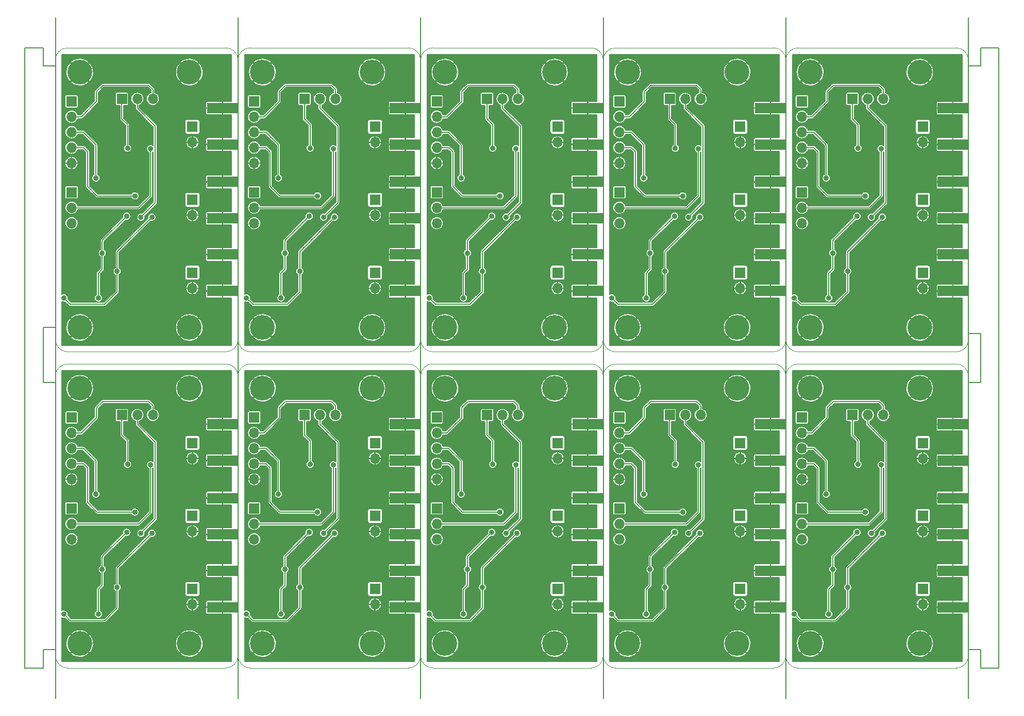
<source format=gbr>
G04 #@! TF.FileFunction,Copper,L2,Bot,Signal*
%FSLAX46Y46*%
G04 Gerber Fmt 4.6, Leading zero omitted, Abs format (unit mm)*
G04 Created by KiCad (PCBNEW 4.0.6-e0-6349~53~ubuntu16.04.1) date Tue Jun 20 09:51:45 2017*
%MOMM*%
%LPD*%
G01*
G04 APERTURE LIST*
%ADD10C,0.200000*%
%ADD11C,0.100000*%
%ADD12C,0.200000*%
%ADD13R,5.080000X1.800000*%
%ADD14C,0.300000*%
%ADD15R,1.700000X1.700000*%
%ADD16O,1.700000X1.700000*%
%ADD17C,4.064000*%
%ADD18C,0.889000*%
%ADD19C,0.150000*%
G04 APERTURE END LIST*
D10*
X204000000Y-29000000D02*
X204000000Y-141000000D01*
X174000000Y-141000000D02*
X174000000Y-29000000D01*
X144000000Y-29000000D02*
X144000000Y-141000000D01*
X114000000Y-141000000D02*
X114000000Y-29000000D01*
X84000000Y-29000000D02*
X84000000Y-141000000D01*
X54000000Y-29000000D02*
X54000000Y-141000000D01*
X206000000Y-133000000D02*
X204000000Y-133000000D01*
X206000000Y-136000000D02*
X206000000Y-133000000D01*
X204000000Y-134000000D02*
X204000000Y-89000000D01*
X209000000Y-136000000D02*
X206000000Y-136000000D01*
D11*
X204000000Y-134000000D02*
X204000000Y-88000000D01*
X204000000Y-134000000D02*
X204000000Y-88000000D01*
X204000000Y-134000000D02*
X204000000Y-88000000D01*
X204000000Y-134000000D02*
X204000000Y-88000000D01*
X202000000Y-136000000D02*
G75*
G03X204000000Y-134000000I0J2000000D01*
G01*
X202000000Y-136000000D02*
G75*
G03X204000000Y-134000000I0J2000000D01*
G01*
X202000000Y-136000000D02*
G75*
G03X204000000Y-134000000I0J2000000D01*
G01*
X202000000Y-136000000D02*
G75*
G03X204000000Y-134000000I0J2000000D01*
G01*
D10*
X52000000Y-133000000D02*
X54000000Y-133000000D01*
X52000000Y-136000000D02*
X52000000Y-133000000D01*
X49000000Y-136000000D02*
X52000000Y-136000000D01*
X52000000Y-37000000D02*
X52000000Y-34000000D01*
X54000000Y-37000000D02*
X52000000Y-37000000D01*
X54000000Y-80000000D02*
X54000000Y-37000000D01*
X52000000Y-80000000D02*
X54000000Y-80000000D01*
X52000000Y-89000000D02*
X52000000Y-80000000D01*
X54000000Y-89000000D02*
X52000000Y-89000000D01*
X54000000Y-133000000D02*
X54000000Y-89000000D01*
X49000000Y-34000000D02*
X49000000Y-136000000D01*
X52000000Y-34000000D02*
X49000000Y-34000000D01*
X206000000Y-37000000D02*
X206000000Y-34000000D01*
X204000000Y-37000000D02*
X206000000Y-37000000D01*
X204000000Y-81000000D02*
X204000000Y-37000000D01*
X206000000Y-81000000D02*
X204000000Y-81000000D01*
X206000000Y-89000000D02*
X206000000Y-81000000D01*
X204000000Y-89000000D02*
X206000000Y-89000000D01*
X209000000Y-34000000D02*
X209000000Y-136000000D01*
X206000000Y-34000000D02*
X209000000Y-34000000D01*
D11*
X54000000Y-88000000D02*
X54000000Y-134000000D01*
X54000000Y-88000000D02*
X54000000Y-134000000D01*
X54000000Y-88000000D02*
X54000000Y-134000000D01*
X54000000Y-88000000D02*
X54000000Y-134000000D01*
X56000000Y-86000000D02*
G75*
G03X54000000Y-88000000I0J-2000000D01*
G01*
X56000000Y-86000000D02*
G75*
G03X54000000Y-88000000I0J-2000000D01*
G01*
X56000000Y-86000000D02*
G75*
G03X54000000Y-88000000I0J-2000000D01*
G01*
X56000000Y-86000000D02*
G75*
G03X54000000Y-88000000I0J-2000000D01*
G01*
X54000000Y-134000000D02*
G75*
G03X56000000Y-136000000I2000000J0D01*
G01*
X54000000Y-134000000D02*
G75*
G03X56000000Y-136000000I2000000J0D01*
G01*
X54000000Y-134000000D02*
G75*
G03X56000000Y-136000000I2000000J0D01*
G01*
X54000000Y-134000000D02*
G75*
G03X56000000Y-136000000I2000000J0D01*
G01*
X54000000Y-36000000D02*
X54000000Y-82000000D01*
X56000000Y-34000000D02*
G75*
G03X54000000Y-36000000I0J-2000000D01*
G01*
X54000000Y-82000000D02*
G75*
G03X56000000Y-84000000I2000000J0D01*
G01*
X54000000Y-82000000D02*
G75*
G03X56000000Y-84000000I2000000J0D01*
G01*
X56000000Y-34000000D02*
G75*
G03X54000000Y-36000000I0J-2000000D01*
G01*
X54000000Y-36000000D02*
X54000000Y-82000000D01*
X54000000Y-36000000D02*
X54000000Y-82000000D01*
X56000000Y-34000000D02*
G75*
G03X54000000Y-36000000I0J-2000000D01*
G01*
X54000000Y-82000000D02*
G75*
G03X56000000Y-84000000I2000000J0D01*
G01*
X54000000Y-82000000D02*
G75*
G03X56000000Y-84000000I2000000J0D01*
G01*
X56000000Y-34000000D02*
G75*
G03X54000000Y-36000000I0J-2000000D01*
G01*
X54000000Y-36000000D02*
X54000000Y-82000000D01*
X84000000Y-88000000D02*
X84000000Y-134000000D01*
X82000000Y-86000000D02*
X56000000Y-86000000D01*
X82000000Y-86000000D02*
X56000000Y-86000000D01*
X82000000Y-86000000D02*
X56000000Y-86000000D01*
X82000000Y-86000000D02*
X56000000Y-86000000D01*
X56000000Y-136000000D02*
X82000000Y-136000000D01*
X56000000Y-136000000D02*
X82000000Y-136000000D01*
X56000000Y-136000000D02*
X82000000Y-136000000D01*
X56000000Y-136000000D02*
X82000000Y-136000000D01*
X84000000Y-134000000D02*
X84000000Y-88000000D01*
X84000000Y-88000000D02*
X84000000Y-134000000D01*
X84000000Y-134000000D02*
X84000000Y-88000000D01*
X84000000Y-134000000D02*
X84000000Y-88000000D01*
X84000000Y-88000000D02*
X84000000Y-134000000D01*
X84000000Y-88000000D02*
G75*
G03X82000000Y-86000000I-2000000J0D01*
G01*
X86000000Y-86000000D02*
G75*
G03X84000000Y-88000000I0J-2000000D01*
G01*
X84000000Y-88000000D02*
G75*
G03X82000000Y-86000000I-2000000J0D01*
G01*
X86000000Y-86000000D02*
G75*
G03X84000000Y-88000000I0J-2000000D01*
G01*
X84000000Y-88000000D02*
G75*
G03X82000000Y-86000000I-2000000J0D01*
G01*
X84000000Y-88000000D02*
G75*
G03X82000000Y-86000000I-2000000J0D01*
G01*
X86000000Y-86000000D02*
G75*
G03X84000000Y-88000000I0J-2000000D01*
G01*
X174000000Y-134000000D02*
X174000000Y-88000000D01*
X174000000Y-88000000D02*
X174000000Y-134000000D01*
X174000000Y-88000000D02*
X174000000Y-134000000D01*
X176000000Y-86000000D02*
G75*
G03X174000000Y-88000000I0J-2000000D01*
G01*
X174000000Y-88000000D02*
G75*
G03X172000000Y-86000000I-2000000J0D01*
G01*
X176000000Y-86000000D02*
G75*
G03X174000000Y-88000000I0J-2000000D01*
G01*
X176000000Y-86000000D02*
G75*
G03X174000000Y-88000000I0J-2000000D01*
G01*
X174000000Y-88000000D02*
G75*
G03X172000000Y-86000000I-2000000J0D01*
G01*
X174000000Y-88000000D02*
G75*
G03X172000000Y-86000000I-2000000J0D01*
G01*
X176000000Y-86000000D02*
G75*
G03X174000000Y-88000000I0J-2000000D01*
G01*
X174000000Y-88000000D02*
G75*
G03X172000000Y-86000000I-2000000J0D01*
G01*
X174000000Y-88000000D02*
X174000000Y-134000000D01*
X174000000Y-134000000D02*
X174000000Y-88000000D01*
X174000000Y-134000000D02*
X174000000Y-88000000D01*
X174000000Y-88000000D02*
X174000000Y-134000000D01*
X174000000Y-134000000D02*
X174000000Y-88000000D01*
X176000000Y-136000000D02*
X202000000Y-136000000D01*
X176000000Y-136000000D02*
X202000000Y-136000000D01*
X176000000Y-136000000D02*
X202000000Y-136000000D01*
X176000000Y-136000000D02*
X202000000Y-136000000D01*
X174000000Y-134000000D02*
G75*
G03X176000000Y-136000000I2000000J0D01*
G01*
X172000000Y-136000000D02*
G75*
G03X174000000Y-134000000I0J2000000D01*
G01*
X174000000Y-134000000D02*
G75*
G03X176000000Y-136000000I2000000J0D01*
G01*
X174000000Y-134000000D02*
G75*
G03X176000000Y-136000000I2000000J0D01*
G01*
X172000000Y-136000000D02*
G75*
G03X174000000Y-134000000I0J2000000D01*
G01*
X172000000Y-136000000D02*
G75*
G03X174000000Y-134000000I0J2000000D01*
G01*
X174000000Y-134000000D02*
G75*
G03X176000000Y-136000000I2000000J0D01*
G01*
X172000000Y-136000000D02*
G75*
G03X174000000Y-134000000I0J2000000D01*
G01*
X202000000Y-86000000D02*
X176000000Y-86000000D01*
X204000000Y-88000000D02*
G75*
G03X202000000Y-86000000I-2000000J0D01*
G01*
X202000000Y-86000000D02*
X176000000Y-86000000D01*
X202000000Y-86000000D02*
X176000000Y-86000000D01*
X204000000Y-88000000D02*
G75*
G03X202000000Y-86000000I-2000000J0D01*
G01*
X204000000Y-88000000D02*
G75*
G03X202000000Y-86000000I-2000000J0D01*
G01*
X202000000Y-86000000D02*
X176000000Y-86000000D01*
X204000000Y-88000000D02*
G75*
G03X202000000Y-86000000I-2000000J0D01*
G01*
X112000000Y-86000000D02*
X86000000Y-86000000D01*
X86000000Y-86000000D02*
G75*
G03X84000000Y-88000000I0J-2000000D01*
G01*
X112000000Y-86000000D02*
X86000000Y-86000000D01*
X112000000Y-86000000D02*
X86000000Y-86000000D01*
X112000000Y-86000000D02*
X86000000Y-86000000D01*
X84000000Y-88000000D02*
X84000000Y-134000000D01*
X82000000Y-136000000D02*
G75*
G03X84000000Y-134000000I0J2000000D01*
G01*
X84000000Y-134000000D02*
G75*
G03X86000000Y-136000000I2000000J0D01*
G01*
X82000000Y-136000000D02*
G75*
G03X84000000Y-134000000I0J2000000D01*
G01*
X84000000Y-134000000D02*
G75*
G03X86000000Y-136000000I2000000J0D01*
G01*
X84000000Y-134000000D02*
X84000000Y-88000000D01*
X86000000Y-136000000D02*
X112000000Y-136000000D01*
X84000000Y-134000000D02*
G75*
G03X86000000Y-136000000I2000000J0D01*
G01*
X82000000Y-136000000D02*
G75*
G03X84000000Y-134000000I0J2000000D01*
G01*
X82000000Y-136000000D02*
G75*
G03X84000000Y-134000000I0J2000000D01*
G01*
X84000000Y-134000000D02*
G75*
G03X86000000Y-136000000I2000000J0D01*
G01*
X86000000Y-136000000D02*
X112000000Y-136000000D01*
X86000000Y-136000000D02*
X112000000Y-136000000D01*
X86000000Y-136000000D02*
X112000000Y-136000000D01*
X112000000Y-136000000D02*
G75*
G03X114000000Y-134000000I0J2000000D01*
G01*
X112000000Y-136000000D02*
G75*
G03X114000000Y-134000000I0J2000000D01*
G01*
X112000000Y-136000000D02*
G75*
G03X114000000Y-134000000I0J2000000D01*
G01*
X112000000Y-136000000D02*
G75*
G03X114000000Y-134000000I0J2000000D01*
G01*
X114000000Y-88000000D02*
G75*
G03X112000000Y-86000000I-2000000J0D01*
G01*
X114000000Y-88000000D02*
G75*
G03X112000000Y-86000000I-2000000J0D01*
G01*
X114000000Y-88000000D02*
G75*
G03X112000000Y-86000000I-2000000J0D01*
G01*
X114000000Y-88000000D02*
G75*
G03X112000000Y-86000000I-2000000J0D01*
G01*
X146000000Y-136000000D02*
X172000000Y-136000000D01*
X146000000Y-136000000D02*
X172000000Y-136000000D01*
X146000000Y-136000000D02*
X172000000Y-136000000D01*
X146000000Y-136000000D02*
X172000000Y-136000000D01*
X144000000Y-134000000D02*
G75*
G03X146000000Y-136000000I2000000J0D01*
G01*
X144000000Y-134000000D02*
G75*
G03X146000000Y-136000000I2000000J0D01*
G01*
X144000000Y-134000000D02*
G75*
G03X146000000Y-136000000I2000000J0D01*
G01*
X144000000Y-88000000D02*
X144000000Y-134000000D01*
X144000000Y-134000000D02*
X144000000Y-88000000D01*
X144000000Y-134000000D02*
X144000000Y-88000000D01*
X144000000Y-88000000D02*
X144000000Y-134000000D01*
X144000000Y-88000000D02*
X144000000Y-134000000D01*
X144000000Y-134000000D02*
X144000000Y-88000000D01*
X144000000Y-134000000D02*
X144000000Y-88000000D01*
X142000000Y-136000000D02*
G75*
G03X144000000Y-134000000I0J2000000D01*
G01*
X144000000Y-134000000D02*
G75*
G03X146000000Y-136000000I2000000J0D01*
G01*
X142000000Y-136000000D02*
G75*
G03X144000000Y-134000000I0J2000000D01*
G01*
X142000000Y-136000000D02*
G75*
G03X144000000Y-134000000I0J2000000D01*
G01*
X142000000Y-136000000D02*
G75*
G03X144000000Y-134000000I0J2000000D01*
G01*
X116000000Y-136000000D02*
X142000000Y-136000000D01*
X114000000Y-134000000D02*
G75*
G03X116000000Y-136000000I2000000J0D01*
G01*
X116000000Y-136000000D02*
X142000000Y-136000000D01*
X116000000Y-136000000D02*
X142000000Y-136000000D01*
X114000000Y-134000000D02*
G75*
G03X116000000Y-136000000I2000000J0D01*
G01*
X114000000Y-134000000D02*
G75*
G03X116000000Y-136000000I2000000J0D01*
G01*
X116000000Y-136000000D02*
X142000000Y-136000000D01*
X114000000Y-134000000D02*
G75*
G03X116000000Y-136000000I2000000J0D01*
G01*
X114000000Y-88000000D02*
X114000000Y-134000000D01*
X114000000Y-134000000D02*
X114000000Y-88000000D01*
X114000000Y-88000000D02*
X114000000Y-134000000D01*
X114000000Y-134000000D02*
X114000000Y-88000000D01*
X114000000Y-88000000D02*
X114000000Y-134000000D01*
X114000000Y-88000000D02*
X114000000Y-134000000D01*
X114000000Y-134000000D02*
X114000000Y-88000000D01*
X114000000Y-134000000D02*
X114000000Y-88000000D01*
X142000000Y-86000000D02*
X116000000Y-86000000D01*
X116000000Y-86000000D02*
G75*
G03X114000000Y-88000000I0J-2000000D01*
G01*
X116000000Y-86000000D02*
G75*
G03X114000000Y-88000000I0J-2000000D01*
G01*
X142000000Y-86000000D02*
X116000000Y-86000000D01*
X142000000Y-86000000D02*
X116000000Y-86000000D01*
X116000000Y-86000000D02*
G75*
G03X114000000Y-88000000I0J-2000000D01*
G01*
X142000000Y-86000000D02*
X116000000Y-86000000D01*
X116000000Y-86000000D02*
G75*
G03X114000000Y-88000000I0J-2000000D01*
G01*
X144000000Y-88000000D02*
G75*
G03X142000000Y-86000000I-2000000J0D01*
G01*
X144000000Y-88000000D02*
X144000000Y-134000000D01*
X144000000Y-88000000D02*
G75*
G03X142000000Y-86000000I-2000000J0D01*
G01*
X144000000Y-88000000D02*
G75*
G03X142000000Y-86000000I-2000000J0D01*
G01*
X144000000Y-88000000D02*
G75*
G03X142000000Y-86000000I-2000000J0D01*
G01*
X172000000Y-86000000D02*
X146000000Y-86000000D01*
X146000000Y-86000000D02*
G75*
G03X144000000Y-88000000I0J-2000000D01*
G01*
X172000000Y-86000000D02*
X146000000Y-86000000D01*
X172000000Y-86000000D02*
X146000000Y-86000000D01*
X146000000Y-86000000D02*
G75*
G03X144000000Y-88000000I0J-2000000D01*
G01*
X146000000Y-86000000D02*
G75*
G03X144000000Y-88000000I0J-2000000D01*
G01*
X172000000Y-86000000D02*
X146000000Y-86000000D01*
X146000000Y-86000000D02*
G75*
G03X144000000Y-88000000I0J-2000000D01*
G01*
X174000000Y-36000000D02*
X174000000Y-82000000D01*
X176000000Y-84000000D02*
X202000000Y-84000000D01*
X204000000Y-82000000D02*
X204000000Y-36000000D01*
X202000000Y-34000000D02*
X176000000Y-34000000D01*
X176000000Y-34000000D02*
G75*
G03X174000000Y-36000000I0J-2000000D01*
G01*
X204000000Y-36000000D02*
G75*
G03X202000000Y-34000000I-2000000J0D01*
G01*
X174000000Y-82000000D02*
G75*
G03X176000000Y-84000000I2000000J0D01*
G01*
X202000000Y-84000000D02*
G75*
G03X204000000Y-82000000I0J2000000D01*
G01*
X144000000Y-36000000D02*
X144000000Y-82000000D01*
X146000000Y-84000000D02*
X172000000Y-84000000D01*
X174000000Y-82000000D02*
X174000000Y-36000000D01*
X172000000Y-34000000D02*
X146000000Y-34000000D01*
X146000000Y-34000000D02*
G75*
G03X144000000Y-36000000I0J-2000000D01*
G01*
X174000000Y-36000000D02*
G75*
G03X172000000Y-34000000I-2000000J0D01*
G01*
X144000000Y-82000000D02*
G75*
G03X146000000Y-84000000I2000000J0D01*
G01*
X172000000Y-84000000D02*
G75*
G03X174000000Y-82000000I0J2000000D01*
G01*
X114000000Y-36000000D02*
X114000000Y-82000000D01*
X116000000Y-84000000D02*
X142000000Y-84000000D01*
X144000000Y-82000000D02*
X144000000Y-36000000D01*
X142000000Y-34000000D02*
X116000000Y-34000000D01*
X116000000Y-34000000D02*
G75*
G03X114000000Y-36000000I0J-2000000D01*
G01*
X144000000Y-36000000D02*
G75*
G03X142000000Y-34000000I-2000000J0D01*
G01*
X114000000Y-82000000D02*
G75*
G03X116000000Y-84000000I2000000J0D01*
G01*
X142000000Y-84000000D02*
G75*
G03X144000000Y-82000000I0J2000000D01*
G01*
X84000000Y-36000000D02*
X84000000Y-82000000D01*
X86000000Y-84000000D02*
X112000000Y-84000000D01*
X114000000Y-82000000D02*
X114000000Y-36000000D01*
X112000000Y-34000000D02*
X86000000Y-34000000D01*
X86000000Y-34000000D02*
G75*
G03X84000000Y-36000000I0J-2000000D01*
G01*
X114000000Y-36000000D02*
G75*
G03X112000000Y-34000000I-2000000J0D01*
G01*
X84000000Y-82000000D02*
G75*
G03X86000000Y-84000000I2000000J0D01*
G01*
X112000000Y-84000000D02*
G75*
G03X114000000Y-82000000I0J2000000D01*
G01*
X56000000Y-84000000D02*
X82000000Y-84000000D01*
X84000000Y-82000000D02*
X84000000Y-36000000D01*
X82000000Y-34000000D02*
X56000000Y-34000000D01*
X84000000Y-36000000D02*
G75*
G03X82000000Y-34000000I-2000000J0D01*
G01*
X82000000Y-84000000D02*
G75*
G03X84000000Y-82000000I0J2000000D01*
G01*
X82000000Y-84000000D02*
G75*
G03X84000000Y-82000000I0J2000000D01*
G01*
X84000000Y-36000000D02*
G75*
G03X82000000Y-34000000I-2000000J0D01*
G01*
X82000000Y-34000000D02*
X56000000Y-34000000D01*
X84000000Y-82000000D02*
X84000000Y-36000000D01*
X56000000Y-84000000D02*
X82000000Y-84000000D01*
X112000000Y-84000000D02*
G75*
G03X114000000Y-82000000I0J2000000D01*
G01*
X84000000Y-82000000D02*
G75*
G03X86000000Y-84000000I2000000J0D01*
G01*
X114000000Y-36000000D02*
G75*
G03X112000000Y-34000000I-2000000J0D01*
G01*
X86000000Y-34000000D02*
G75*
G03X84000000Y-36000000I0J-2000000D01*
G01*
X112000000Y-34000000D02*
X86000000Y-34000000D01*
X114000000Y-82000000D02*
X114000000Y-36000000D01*
X86000000Y-84000000D02*
X112000000Y-84000000D01*
X84000000Y-36000000D02*
X84000000Y-82000000D01*
X142000000Y-84000000D02*
G75*
G03X144000000Y-82000000I0J2000000D01*
G01*
X114000000Y-82000000D02*
G75*
G03X116000000Y-84000000I2000000J0D01*
G01*
X144000000Y-36000000D02*
G75*
G03X142000000Y-34000000I-2000000J0D01*
G01*
X116000000Y-34000000D02*
G75*
G03X114000000Y-36000000I0J-2000000D01*
G01*
X142000000Y-34000000D02*
X116000000Y-34000000D01*
X144000000Y-82000000D02*
X144000000Y-36000000D01*
X116000000Y-84000000D02*
X142000000Y-84000000D01*
X114000000Y-36000000D02*
X114000000Y-82000000D01*
X172000000Y-84000000D02*
G75*
G03X174000000Y-82000000I0J2000000D01*
G01*
X144000000Y-82000000D02*
G75*
G03X146000000Y-84000000I2000000J0D01*
G01*
X174000000Y-36000000D02*
G75*
G03X172000000Y-34000000I-2000000J0D01*
G01*
X146000000Y-34000000D02*
G75*
G03X144000000Y-36000000I0J-2000000D01*
G01*
X172000000Y-34000000D02*
X146000000Y-34000000D01*
X174000000Y-82000000D02*
X174000000Y-36000000D01*
X146000000Y-84000000D02*
X172000000Y-84000000D01*
X144000000Y-36000000D02*
X144000000Y-82000000D01*
X202000000Y-84000000D02*
G75*
G03X204000000Y-82000000I0J2000000D01*
G01*
X174000000Y-82000000D02*
G75*
G03X176000000Y-84000000I2000000J0D01*
G01*
X204000000Y-36000000D02*
G75*
G03X202000000Y-34000000I-2000000J0D01*
G01*
X176000000Y-34000000D02*
G75*
G03X174000000Y-36000000I0J-2000000D01*
G01*
X202000000Y-34000000D02*
X176000000Y-34000000D01*
X204000000Y-82000000D02*
X204000000Y-36000000D01*
X176000000Y-84000000D02*
X202000000Y-84000000D01*
X174000000Y-36000000D02*
X174000000Y-82000000D01*
X174000000Y-36000000D02*
X174000000Y-82000000D01*
X176000000Y-84000000D02*
X202000000Y-84000000D01*
X204000000Y-82000000D02*
X204000000Y-36000000D01*
X202000000Y-34000000D02*
X176000000Y-34000000D01*
X176000000Y-34000000D02*
G75*
G03X174000000Y-36000000I0J-2000000D01*
G01*
X204000000Y-36000000D02*
G75*
G03X202000000Y-34000000I-2000000J0D01*
G01*
X174000000Y-82000000D02*
G75*
G03X176000000Y-84000000I2000000J0D01*
G01*
X202000000Y-84000000D02*
G75*
G03X204000000Y-82000000I0J2000000D01*
G01*
X144000000Y-36000000D02*
X144000000Y-82000000D01*
X146000000Y-84000000D02*
X172000000Y-84000000D01*
X174000000Y-82000000D02*
X174000000Y-36000000D01*
X172000000Y-34000000D02*
X146000000Y-34000000D01*
X146000000Y-34000000D02*
G75*
G03X144000000Y-36000000I0J-2000000D01*
G01*
X174000000Y-36000000D02*
G75*
G03X172000000Y-34000000I-2000000J0D01*
G01*
X144000000Y-82000000D02*
G75*
G03X146000000Y-84000000I2000000J0D01*
G01*
X172000000Y-84000000D02*
G75*
G03X174000000Y-82000000I0J2000000D01*
G01*
X114000000Y-36000000D02*
X114000000Y-82000000D01*
X116000000Y-84000000D02*
X142000000Y-84000000D01*
X144000000Y-82000000D02*
X144000000Y-36000000D01*
X142000000Y-34000000D02*
X116000000Y-34000000D01*
X116000000Y-34000000D02*
G75*
G03X114000000Y-36000000I0J-2000000D01*
G01*
X144000000Y-36000000D02*
G75*
G03X142000000Y-34000000I-2000000J0D01*
G01*
X114000000Y-82000000D02*
G75*
G03X116000000Y-84000000I2000000J0D01*
G01*
X142000000Y-84000000D02*
G75*
G03X144000000Y-82000000I0J2000000D01*
G01*
X84000000Y-36000000D02*
X84000000Y-82000000D01*
X86000000Y-84000000D02*
X112000000Y-84000000D01*
X114000000Y-82000000D02*
X114000000Y-36000000D01*
X112000000Y-34000000D02*
X86000000Y-34000000D01*
X86000000Y-34000000D02*
G75*
G03X84000000Y-36000000I0J-2000000D01*
G01*
X114000000Y-36000000D02*
G75*
G03X112000000Y-34000000I-2000000J0D01*
G01*
X84000000Y-82000000D02*
G75*
G03X86000000Y-84000000I2000000J0D01*
G01*
X112000000Y-84000000D02*
G75*
G03X114000000Y-82000000I0J2000000D01*
G01*
X56000000Y-84000000D02*
X82000000Y-84000000D01*
X84000000Y-82000000D02*
X84000000Y-36000000D01*
X82000000Y-34000000D02*
X56000000Y-34000000D01*
X84000000Y-36000000D02*
G75*
G03X82000000Y-34000000I-2000000J0D01*
G01*
X82000000Y-84000000D02*
G75*
G03X84000000Y-82000000I0J2000000D01*
G01*
X82000000Y-84000000D02*
G75*
G03X84000000Y-82000000I0J2000000D01*
G01*
X84000000Y-36000000D02*
G75*
G03X82000000Y-34000000I-2000000J0D01*
G01*
X82000000Y-34000000D02*
X56000000Y-34000000D01*
X84000000Y-82000000D02*
X84000000Y-36000000D01*
X56000000Y-84000000D02*
X82000000Y-84000000D01*
X112000000Y-84000000D02*
G75*
G03X114000000Y-82000000I0J2000000D01*
G01*
X84000000Y-82000000D02*
G75*
G03X86000000Y-84000000I2000000J0D01*
G01*
X114000000Y-36000000D02*
G75*
G03X112000000Y-34000000I-2000000J0D01*
G01*
X86000000Y-34000000D02*
G75*
G03X84000000Y-36000000I0J-2000000D01*
G01*
X112000000Y-34000000D02*
X86000000Y-34000000D01*
X114000000Y-82000000D02*
X114000000Y-36000000D01*
X86000000Y-84000000D02*
X112000000Y-84000000D01*
X84000000Y-36000000D02*
X84000000Y-82000000D01*
X142000000Y-84000000D02*
G75*
G03X144000000Y-82000000I0J2000000D01*
G01*
X114000000Y-82000000D02*
G75*
G03X116000000Y-84000000I2000000J0D01*
G01*
X144000000Y-36000000D02*
G75*
G03X142000000Y-34000000I-2000000J0D01*
G01*
X116000000Y-34000000D02*
G75*
G03X114000000Y-36000000I0J-2000000D01*
G01*
X142000000Y-34000000D02*
X116000000Y-34000000D01*
X144000000Y-82000000D02*
X144000000Y-36000000D01*
X116000000Y-84000000D02*
X142000000Y-84000000D01*
X114000000Y-36000000D02*
X114000000Y-82000000D01*
X172000000Y-84000000D02*
G75*
G03X174000000Y-82000000I0J2000000D01*
G01*
X144000000Y-82000000D02*
G75*
G03X146000000Y-84000000I2000000J0D01*
G01*
X174000000Y-36000000D02*
G75*
G03X172000000Y-34000000I-2000000J0D01*
G01*
X146000000Y-34000000D02*
G75*
G03X144000000Y-36000000I0J-2000000D01*
G01*
X172000000Y-34000000D02*
X146000000Y-34000000D01*
X174000000Y-82000000D02*
X174000000Y-36000000D01*
X146000000Y-84000000D02*
X172000000Y-84000000D01*
X144000000Y-36000000D02*
X144000000Y-82000000D01*
X202000000Y-84000000D02*
G75*
G03X204000000Y-82000000I0J2000000D01*
G01*
X174000000Y-82000000D02*
G75*
G03X176000000Y-84000000I2000000J0D01*
G01*
X204000000Y-36000000D02*
G75*
G03X202000000Y-34000000I-2000000J0D01*
G01*
X176000000Y-34000000D02*
G75*
G03X174000000Y-36000000I0J-2000000D01*
G01*
X202000000Y-34000000D02*
X176000000Y-34000000D01*
X204000000Y-82000000D02*
X204000000Y-36000000D01*
X176000000Y-84000000D02*
X202000000Y-84000000D01*
X174000000Y-36000000D02*
X174000000Y-82000000D01*
D12*
X130800000Y-110800000D03*
X130800000Y-110800000D03*
X133100000Y-110800000D03*
X133100000Y-110800000D03*
X133100000Y-110800000D03*
X133100000Y-113800000D03*
X133100000Y-113800000D03*
X133100000Y-112800000D03*
X133100000Y-112800000D03*
X133100000Y-112800000D03*
X133100000Y-112800000D03*
X133100000Y-113800000D03*
X133100000Y-113800000D03*
X133100000Y-111800000D03*
X133100000Y-111800000D03*
X133100000Y-110800000D03*
X133100000Y-111800000D03*
X133100000Y-111800000D03*
X133100000Y-114800000D03*
X133100000Y-114800000D03*
X133100000Y-114800000D03*
X133100000Y-114800000D03*
X133100000Y-116800000D03*
X133100000Y-116800000D03*
X133100000Y-115800000D03*
X133100000Y-115800000D03*
X133100000Y-115800000D03*
X133100000Y-115800000D03*
X133100000Y-117800000D03*
X133100000Y-117800000D03*
X133100000Y-117800000D03*
X133100000Y-116800000D03*
X133100000Y-116800000D03*
X135400000Y-115800000D03*
X135400000Y-115800000D03*
X135400000Y-116800000D03*
X135400000Y-115800000D03*
X135400000Y-115800000D03*
X135400000Y-117800000D03*
X135400000Y-116800000D03*
X135400000Y-117800000D03*
X135400000Y-117800000D03*
X135400000Y-116800000D03*
X135400000Y-116800000D03*
X135400000Y-117800000D03*
X133100000Y-119800000D03*
X133100000Y-119800000D03*
X133100000Y-119800000D03*
X133100000Y-119800000D03*
X135400000Y-118800000D03*
X135400000Y-118800000D03*
X135400000Y-118800000D03*
X135400000Y-119800000D03*
X135400000Y-118800000D03*
X135400000Y-119800000D03*
X135400000Y-120800000D03*
X135400000Y-119800000D03*
X135400000Y-120800000D03*
X135400000Y-119800000D03*
X135400000Y-120800000D03*
X135400000Y-120800000D03*
X133100000Y-118800000D03*
X133100000Y-117800000D03*
X133100000Y-118800000D03*
X133100000Y-118800000D03*
X133100000Y-118800000D03*
X131950000Y-128900000D03*
X131950000Y-128900000D03*
X131950000Y-128900000D03*
X131150000Y-129650000D03*
X131950000Y-128900000D03*
X132900000Y-124000000D03*
X133750000Y-123100000D03*
X132900000Y-124000000D03*
X132900000Y-124000000D03*
X133750000Y-123100000D03*
X132900000Y-124000000D03*
X133750000Y-123100000D03*
X132900000Y-125000000D03*
X132900000Y-126000000D03*
X132900000Y-125000000D03*
X132900000Y-125000000D03*
X132900000Y-125000000D03*
X132900000Y-126000000D03*
X132650000Y-128050000D03*
X132650000Y-128050000D03*
X135350000Y-127350000D03*
X132650000Y-128050000D03*
X132650000Y-128050000D03*
X135350000Y-128800000D03*
X135350000Y-127350000D03*
X135350000Y-128800000D03*
X135350000Y-128800000D03*
X135350000Y-128800000D03*
X135350000Y-127350000D03*
X135350000Y-127350000D03*
X134700000Y-122150000D03*
X134700000Y-122150000D03*
X133750000Y-123100000D03*
X134700000Y-122150000D03*
X134700000Y-122150000D03*
X132900000Y-127000000D03*
X132900000Y-127000000D03*
X132900000Y-127000000D03*
X132900000Y-127000000D03*
X132900000Y-126000000D03*
X132900000Y-126000000D03*
D13*
X141460000Y-120000000D03*
D14*
X143500000Y-120000000D03*
X139500000Y-120000000D03*
X140500000Y-120500000D03*
X140500000Y-119500000D03*
X141500000Y-120000000D03*
X142500000Y-120500000D03*
X142500000Y-119500000D03*
X143500000Y-126000000D03*
X139500000Y-126000000D03*
X140500000Y-126500000D03*
X140500000Y-125500000D03*
X141500000Y-126000000D03*
X142500000Y-126500000D03*
X142500000Y-125500000D03*
D13*
X141460000Y-126000000D03*
D15*
X136500000Y-123000000D03*
D16*
X136500000Y-125540000D03*
D15*
X136500000Y-123000000D03*
D16*
X136500000Y-125540000D03*
D13*
X141460000Y-120000000D03*
D14*
X143500000Y-120000000D03*
X139500000Y-120000000D03*
X140500000Y-120500000D03*
X140500000Y-119500000D03*
X141500000Y-120000000D03*
X142500000Y-120500000D03*
X142500000Y-119500000D03*
X143500000Y-126000000D03*
X139500000Y-126000000D03*
X140500000Y-126500000D03*
X140500000Y-125500000D03*
X141500000Y-126000000D03*
X142500000Y-126500000D03*
X142500000Y-125500000D03*
D13*
X141460000Y-126000000D03*
X141460000Y-120000000D03*
D14*
X143500000Y-120000000D03*
X139500000Y-120000000D03*
X140500000Y-120500000D03*
X140500000Y-119500000D03*
X141500000Y-120000000D03*
X142500000Y-120500000D03*
X142500000Y-119500000D03*
X143500000Y-126000000D03*
X139500000Y-126000000D03*
X140500000Y-126500000D03*
X140500000Y-125500000D03*
X141500000Y-126000000D03*
X142500000Y-126500000D03*
X142500000Y-125500000D03*
D13*
X141460000Y-126000000D03*
X141460000Y-120000000D03*
D14*
X143500000Y-120000000D03*
X139500000Y-120000000D03*
X140500000Y-120500000D03*
X140500000Y-119500000D03*
X141500000Y-120000000D03*
X142500000Y-120500000D03*
X142500000Y-119500000D03*
X143500000Y-126000000D03*
X139500000Y-126000000D03*
X140500000Y-126500000D03*
X140500000Y-125500000D03*
X141500000Y-126000000D03*
X142500000Y-126500000D03*
X142500000Y-125500000D03*
D13*
X141460000Y-126000000D03*
D15*
X136500000Y-123000000D03*
D16*
X136500000Y-125540000D03*
D15*
X136500000Y-123000000D03*
D16*
X136500000Y-125540000D03*
D12*
X132300000Y-132300000D03*
X133150000Y-131350000D03*
X132300000Y-132300000D03*
X132300000Y-132300000D03*
X132300000Y-132300000D03*
X133150000Y-131350000D03*
X133150000Y-131350000D03*
X133150000Y-131350000D03*
D17*
X136000000Y-132000000D03*
X136000000Y-132000000D03*
X136000000Y-132000000D03*
X136000000Y-132000000D03*
D12*
X132650000Y-121150000D03*
X131850000Y-121900000D03*
X131850000Y-121900000D03*
X132650000Y-121150000D03*
X132650000Y-121150000D03*
X131850000Y-121900000D03*
X131850000Y-121900000D03*
X132650000Y-121150000D03*
D15*
X136500000Y-111000000D03*
D16*
X136500000Y-113540000D03*
D15*
X136500000Y-111000000D03*
D16*
X136500000Y-113540000D03*
D15*
X136500000Y-111000000D03*
D16*
X136500000Y-113540000D03*
D15*
X136500000Y-111000000D03*
D16*
X136500000Y-113540000D03*
D12*
X160800000Y-110800000D03*
X160800000Y-110800000D03*
X160800000Y-110800000D03*
X160800000Y-114800000D03*
X160800000Y-113800000D03*
X160800000Y-113800000D03*
X160800000Y-114800000D03*
X160800000Y-113800000D03*
X160800000Y-114800000D03*
D15*
X146650000Y-109760000D03*
D16*
X146650000Y-112300000D03*
X146650000Y-114840000D03*
D15*
X146650000Y-109760000D03*
D16*
X146650000Y-112300000D03*
X146650000Y-114840000D03*
D15*
X146650000Y-109760000D03*
D16*
X146650000Y-112300000D03*
X146650000Y-114840000D03*
D15*
X146650000Y-109760000D03*
D16*
X146650000Y-112300000D03*
X146650000Y-114840000D03*
D13*
X141460000Y-108050000D03*
D14*
X143500000Y-108050000D03*
X139500000Y-108050000D03*
X140500000Y-108550000D03*
X140500000Y-107550000D03*
X141500000Y-108050000D03*
X142500000Y-108550000D03*
X142500000Y-107550000D03*
X143500000Y-114050000D03*
X139500000Y-114050000D03*
X140500000Y-114550000D03*
X140500000Y-113550000D03*
X141500000Y-114050000D03*
X142500000Y-114550000D03*
X142500000Y-113550000D03*
D13*
X141460000Y-114050000D03*
X141460000Y-108050000D03*
D14*
X143500000Y-108050000D03*
X139500000Y-108050000D03*
X140500000Y-108550000D03*
X140500000Y-107550000D03*
X141500000Y-108050000D03*
X142500000Y-108550000D03*
X142500000Y-107550000D03*
X143500000Y-114050000D03*
X139500000Y-114050000D03*
X140500000Y-114550000D03*
X140500000Y-113550000D03*
X141500000Y-114050000D03*
X142500000Y-114550000D03*
X142500000Y-113550000D03*
D13*
X141460000Y-114050000D03*
X141460000Y-108050000D03*
D14*
X143500000Y-108050000D03*
X139500000Y-108050000D03*
X140500000Y-108550000D03*
X140500000Y-107550000D03*
X141500000Y-108050000D03*
X142500000Y-108550000D03*
X142500000Y-107550000D03*
X143500000Y-114050000D03*
X139500000Y-114050000D03*
X140500000Y-114550000D03*
X140500000Y-113550000D03*
X141500000Y-114050000D03*
X142500000Y-114550000D03*
X142500000Y-113550000D03*
D13*
X141460000Y-114050000D03*
X141460000Y-108050000D03*
D14*
X143500000Y-108050000D03*
X139500000Y-108050000D03*
X140500000Y-108550000D03*
X140500000Y-107550000D03*
X141500000Y-108050000D03*
X142500000Y-108550000D03*
X142500000Y-107550000D03*
X143500000Y-114050000D03*
X139500000Y-114050000D03*
X140500000Y-114550000D03*
X140500000Y-113550000D03*
X141500000Y-114050000D03*
X142500000Y-114550000D03*
X142500000Y-113550000D03*
D13*
X141460000Y-114050000D03*
D12*
X160800000Y-111800000D03*
X160800000Y-112800000D03*
X160800000Y-111800000D03*
X160800000Y-112800000D03*
X160800000Y-111800000D03*
X160800000Y-112800000D03*
D17*
X166000000Y-132000000D03*
X166000000Y-132000000D03*
X166000000Y-132000000D03*
X166000000Y-132000000D03*
D12*
X163150000Y-131350000D03*
X162300000Y-132300000D03*
X163150000Y-131350000D03*
X162300000Y-132300000D03*
X163150000Y-131350000D03*
X162300000Y-132300000D03*
X163150000Y-131350000D03*
X162300000Y-132300000D03*
X161950000Y-128900000D03*
X161150000Y-129650000D03*
X161950000Y-128900000D03*
X161950000Y-128900000D03*
X162650000Y-128050000D03*
X162650000Y-128050000D03*
X161950000Y-128900000D03*
X162650000Y-128050000D03*
X162650000Y-128050000D03*
X165350000Y-128800000D03*
X165350000Y-128800000D03*
X165350000Y-128800000D03*
X165350000Y-128800000D03*
D13*
X171460000Y-108050000D03*
D14*
X173500000Y-108050000D03*
X169500000Y-108050000D03*
X170500000Y-108550000D03*
X170500000Y-107550000D03*
X171500000Y-108050000D03*
X172500000Y-108550000D03*
X172500000Y-107550000D03*
X173500000Y-114050000D03*
X169500000Y-114050000D03*
X170500000Y-114550000D03*
X170500000Y-113550000D03*
X171500000Y-114050000D03*
X172500000Y-114550000D03*
X172500000Y-113550000D03*
D13*
X171460000Y-114050000D03*
X171460000Y-108050000D03*
D14*
X173500000Y-108050000D03*
X169500000Y-108050000D03*
X170500000Y-108550000D03*
X170500000Y-107550000D03*
X171500000Y-108050000D03*
X172500000Y-108550000D03*
X172500000Y-107550000D03*
X173500000Y-114050000D03*
X169500000Y-114050000D03*
X170500000Y-114550000D03*
X170500000Y-113550000D03*
X171500000Y-114050000D03*
X172500000Y-114550000D03*
X172500000Y-113550000D03*
D13*
X171460000Y-114050000D03*
D15*
X166500000Y-111000000D03*
D16*
X166500000Y-113540000D03*
D13*
X171460000Y-108050000D03*
D14*
X173500000Y-108050000D03*
X169500000Y-108050000D03*
X170500000Y-108550000D03*
X170500000Y-107550000D03*
X171500000Y-108050000D03*
X172500000Y-108550000D03*
X172500000Y-107550000D03*
X173500000Y-114050000D03*
X169500000Y-114050000D03*
X170500000Y-114550000D03*
X170500000Y-113550000D03*
X171500000Y-114050000D03*
X172500000Y-114550000D03*
X172500000Y-113550000D03*
D13*
X171460000Y-114050000D03*
D15*
X166500000Y-111000000D03*
D16*
X166500000Y-113540000D03*
D15*
X166500000Y-111000000D03*
D16*
X166500000Y-113540000D03*
D13*
X171460000Y-108050000D03*
D14*
X173500000Y-108050000D03*
X169500000Y-108050000D03*
X170500000Y-108550000D03*
X170500000Y-107550000D03*
X171500000Y-108050000D03*
X172500000Y-108550000D03*
X172500000Y-107550000D03*
X173500000Y-114050000D03*
X169500000Y-114050000D03*
X170500000Y-114550000D03*
X170500000Y-113550000D03*
X171500000Y-114050000D03*
X172500000Y-114550000D03*
X172500000Y-113550000D03*
D13*
X171460000Y-114050000D03*
D15*
X166500000Y-111000000D03*
D16*
X166500000Y-113540000D03*
D12*
X163100000Y-114800000D03*
X163100000Y-114800000D03*
X163100000Y-114800000D03*
X163100000Y-114800000D03*
X163100000Y-113800000D03*
X163100000Y-113800000D03*
X163100000Y-113800000D03*
X163100000Y-112800000D03*
X163100000Y-112800000D03*
X163100000Y-112800000D03*
X163100000Y-112800000D03*
X163100000Y-113800000D03*
D15*
X176650000Y-109760000D03*
D16*
X176650000Y-112300000D03*
X176650000Y-114840000D03*
D15*
X176650000Y-109760000D03*
D16*
X176650000Y-112300000D03*
X176650000Y-114840000D03*
D15*
X176650000Y-109760000D03*
D16*
X176650000Y-112300000D03*
X176650000Y-114840000D03*
D15*
X176650000Y-109760000D03*
D16*
X176650000Y-112300000D03*
X176650000Y-114840000D03*
D12*
X165350000Y-127350000D03*
X165350000Y-127350000D03*
X165350000Y-127350000D03*
X165350000Y-127350000D03*
D15*
X166500000Y-123000000D03*
D16*
X166500000Y-125540000D03*
D12*
X162900000Y-127000000D03*
X162900000Y-127000000D03*
X162900000Y-126000000D03*
X162900000Y-126000000D03*
X162900000Y-127000000D03*
X162900000Y-127000000D03*
X160800000Y-119800000D03*
X163100000Y-119800000D03*
X163100000Y-119800000D03*
X163100000Y-119800000D03*
X163100000Y-119800000D03*
X162900000Y-124000000D03*
X163750000Y-123100000D03*
X163750000Y-123100000D03*
X163750000Y-123100000D03*
X162900000Y-124000000D03*
X163750000Y-123100000D03*
X162900000Y-124000000D03*
X162900000Y-124000000D03*
X162650000Y-121150000D03*
X161850000Y-121900000D03*
X162650000Y-121150000D03*
X162650000Y-121150000D03*
X162650000Y-121150000D03*
X161850000Y-121900000D03*
X161850000Y-121900000D03*
X161850000Y-121900000D03*
X162900000Y-126000000D03*
X162900000Y-125000000D03*
X162900000Y-125000000D03*
X162900000Y-126000000D03*
X162900000Y-125000000D03*
X162900000Y-125000000D03*
X164700000Y-122150000D03*
D15*
X166500000Y-123000000D03*
D16*
X166500000Y-125540000D03*
D12*
X164700000Y-122150000D03*
X164700000Y-122150000D03*
D15*
X166500000Y-123000000D03*
D16*
X166500000Y-125540000D03*
D12*
X164700000Y-122150000D03*
D15*
X166500000Y-123000000D03*
D16*
X166500000Y-125540000D03*
D12*
X165400000Y-120800000D03*
X165400000Y-119800000D03*
X165400000Y-120800000D03*
X165400000Y-120800000D03*
X165400000Y-119800000D03*
X165400000Y-119800000D03*
X165400000Y-120800000D03*
X165400000Y-119800000D03*
X163100000Y-108800000D03*
X163100000Y-108800000D03*
X163100000Y-108800000D03*
X163100000Y-108800000D03*
X163100000Y-107800000D03*
X163100000Y-107800000D03*
X163100000Y-110800000D03*
X163100000Y-109800000D03*
X163100000Y-109800000D03*
X163100000Y-109800000D03*
X163100000Y-110800000D03*
X163100000Y-109800000D03*
X163100000Y-110800000D03*
X163100000Y-110800000D03*
X163100000Y-105800000D03*
X163100000Y-105800000D03*
X163100000Y-105800000D03*
X163100000Y-105800000D03*
X163100000Y-106800000D03*
X163100000Y-111800000D03*
X160800000Y-111800000D03*
X160800000Y-110800000D03*
X163100000Y-111800000D03*
X163100000Y-111800000D03*
X163100000Y-111800000D03*
X160800000Y-109800000D03*
X160800000Y-109800000D03*
X160800000Y-108800000D03*
X160800000Y-108800000D03*
X160800000Y-109800000D03*
X160800000Y-108800000D03*
X163100000Y-106800000D03*
X163100000Y-107800000D03*
X163100000Y-106800000D03*
X163100000Y-107800000D03*
X163100000Y-106800000D03*
X160800000Y-106800000D03*
X160800000Y-107800000D03*
X160800000Y-107800000D03*
X160800000Y-107800000D03*
X160800000Y-106800000D03*
X160800000Y-112800000D03*
X160800000Y-113800000D03*
X160800000Y-114800000D03*
X163100000Y-115800000D03*
X163100000Y-115800000D03*
X163100000Y-115800000D03*
X165400000Y-116800000D03*
X165400000Y-115800000D03*
X165400000Y-116800000D03*
X165400000Y-115800000D03*
X165400000Y-116800000D03*
X165400000Y-115800000D03*
X165400000Y-115800000D03*
X165400000Y-116800000D03*
X163100000Y-118800000D03*
X163100000Y-117800000D03*
X163100000Y-117800000D03*
X163100000Y-118800000D03*
X163100000Y-117800000D03*
X163100000Y-118800000D03*
X163100000Y-118800000D03*
X163100000Y-117800000D03*
X163100000Y-116800000D03*
X163100000Y-116800000D03*
X163100000Y-116800000D03*
X163100000Y-116800000D03*
X163100000Y-115800000D03*
X165400000Y-118800000D03*
X165400000Y-118800000D03*
X165400000Y-117800000D03*
X165400000Y-117800000D03*
X165400000Y-117800000D03*
X165400000Y-117800000D03*
X165400000Y-118800000D03*
X165400000Y-118800000D03*
X182850000Y-129850000D03*
X182850000Y-129850000D03*
X182850000Y-129850000D03*
X182850000Y-129850000D03*
D13*
X171460000Y-120000000D03*
D14*
X173500000Y-120000000D03*
X169500000Y-120000000D03*
X170500000Y-120500000D03*
X170500000Y-119500000D03*
X171500000Y-120000000D03*
X172500000Y-120500000D03*
X172500000Y-119500000D03*
X173500000Y-126000000D03*
X169500000Y-126000000D03*
X170500000Y-126500000D03*
X170500000Y-125500000D03*
X171500000Y-126000000D03*
X172500000Y-126500000D03*
X172500000Y-125500000D03*
D13*
X171460000Y-126000000D03*
X171460000Y-120000000D03*
D14*
X173500000Y-120000000D03*
X169500000Y-120000000D03*
X170500000Y-120500000D03*
X170500000Y-119500000D03*
X171500000Y-120000000D03*
X172500000Y-120500000D03*
X172500000Y-119500000D03*
X173500000Y-126000000D03*
X169500000Y-126000000D03*
X170500000Y-126500000D03*
X170500000Y-125500000D03*
X171500000Y-126000000D03*
X172500000Y-126500000D03*
X172500000Y-125500000D03*
D13*
X171460000Y-126000000D03*
X171460000Y-120000000D03*
D14*
X173500000Y-120000000D03*
X169500000Y-120000000D03*
X170500000Y-120500000D03*
X170500000Y-119500000D03*
X171500000Y-120000000D03*
X172500000Y-120500000D03*
X172500000Y-119500000D03*
X173500000Y-126000000D03*
X169500000Y-126000000D03*
X170500000Y-126500000D03*
X170500000Y-125500000D03*
X171500000Y-126000000D03*
X172500000Y-126500000D03*
X172500000Y-125500000D03*
D13*
X171460000Y-126000000D03*
X171460000Y-120000000D03*
D14*
X173500000Y-120000000D03*
X169500000Y-120000000D03*
X170500000Y-120500000D03*
X170500000Y-119500000D03*
X171500000Y-120000000D03*
X172500000Y-120500000D03*
X172500000Y-119500000D03*
X173500000Y-126000000D03*
X169500000Y-126000000D03*
X170500000Y-126500000D03*
X170500000Y-125500000D03*
X171500000Y-126000000D03*
X172500000Y-126500000D03*
X172500000Y-125500000D03*
D13*
X171460000Y-126000000D03*
D17*
X178000000Y-132000000D03*
X178000000Y-132000000D03*
X178000000Y-132000000D03*
X178000000Y-132000000D03*
D12*
X182850000Y-128700000D03*
X182850000Y-128700000D03*
X182850000Y-128700000D03*
X182850000Y-128700000D03*
X192650000Y-121150000D03*
X192650000Y-121150000D03*
X192650000Y-121150000D03*
X192650000Y-121150000D03*
X193100000Y-119800000D03*
X195400000Y-120800000D03*
X195400000Y-120800000D03*
X195400000Y-120800000D03*
X195400000Y-120800000D03*
X195400000Y-119800000D03*
X193100000Y-117800000D03*
X193100000Y-117800000D03*
X193100000Y-117800000D03*
X193100000Y-118800000D03*
X193100000Y-117800000D03*
X193750000Y-123100000D03*
X193750000Y-123100000D03*
X194700000Y-122150000D03*
X194700000Y-122150000D03*
X194700000Y-122150000D03*
X193750000Y-123100000D03*
X194700000Y-122150000D03*
X193750000Y-123100000D03*
X195400000Y-117800000D03*
X195400000Y-117800000D03*
X195400000Y-117800000D03*
X195400000Y-118800000D03*
X195400000Y-117800000D03*
X195400000Y-119800000D03*
X195400000Y-118800000D03*
X195400000Y-118800000D03*
X195400000Y-119800000D03*
X195400000Y-119800000D03*
X195400000Y-118800000D03*
X193100000Y-119800000D03*
X193100000Y-118800000D03*
X193100000Y-118800000D03*
X193100000Y-119800000D03*
X193100000Y-119800000D03*
X193100000Y-118800000D03*
X186950000Y-130550000D03*
X186950000Y-130550000D03*
X186950000Y-130550000D03*
X186950000Y-130550000D03*
X187900000Y-131050000D03*
X187900000Y-131050000D03*
X187900000Y-131050000D03*
X183650000Y-131000000D03*
X184450000Y-131900000D03*
X183650000Y-131000000D03*
X183650000Y-131000000D03*
X184450000Y-131900000D03*
X184450000Y-131900000D03*
X183650000Y-131000000D03*
X184450000Y-131900000D03*
X185450000Y-133000000D03*
X185450000Y-133000000D03*
X186250000Y-133750000D03*
X185450000Y-133000000D03*
X186250000Y-133750000D03*
X186250000Y-133750000D03*
X185450000Y-133000000D03*
X186250000Y-133750000D03*
X187550000Y-133750000D03*
X187550000Y-133750000D03*
X187550000Y-133750000D03*
X187550000Y-133750000D03*
X188850000Y-133750000D03*
X188850000Y-133750000D03*
X188850000Y-133750000D03*
X189000000Y-131050000D03*
X189000000Y-131050000D03*
X189000000Y-131050000D03*
X187900000Y-131050000D03*
X189000000Y-131050000D03*
X190250000Y-130500000D03*
X191150000Y-129650000D03*
X190250000Y-130500000D03*
X190250000Y-130500000D03*
X191150000Y-129650000D03*
X191150000Y-129650000D03*
X190250000Y-130500000D03*
X191300000Y-133250000D03*
X192300000Y-132300000D03*
X191300000Y-133250000D03*
X191300000Y-133250000D03*
X192300000Y-132300000D03*
X192300000Y-132300000D03*
X191300000Y-133250000D03*
X192300000Y-132300000D03*
X190150000Y-133750000D03*
X190150000Y-133750000D03*
X190150000Y-133750000D03*
X190150000Y-133750000D03*
X188850000Y-133750000D03*
X189600000Y-127900000D03*
X188550000Y-128650000D03*
X189600000Y-127900000D03*
X189600000Y-127900000D03*
X188550000Y-128650000D03*
X188550000Y-128650000D03*
X189600000Y-127900000D03*
X188550000Y-128650000D03*
X188350000Y-124000000D03*
X192650000Y-128050000D03*
X192650000Y-128050000D03*
X192650000Y-128050000D03*
X192650000Y-128050000D03*
X185650000Y-128700000D03*
X185650000Y-128700000D03*
X186200000Y-129700000D03*
X185650000Y-128700000D03*
X186200000Y-129700000D03*
X186200000Y-129700000D03*
X185650000Y-128700000D03*
X186200000Y-129700000D03*
X195350000Y-128800000D03*
X195350000Y-128800000D03*
X195350000Y-128800000D03*
D17*
X196000000Y-132000000D03*
X196000000Y-132000000D03*
D12*
X195350000Y-128800000D03*
D13*
X201460000Y-120000000D03*
D14*
X203500000Y-120000000D03*
X199500000Y-120000000D03*
X200500000Y-120500000D03*
X200500000Y-119500000D03*
X201500000Y-120000000D03*
X202500000Y-120500000D03*
X202500000Y-119500000D03*
X203500000Y-126000000D03*
X199500000Y-126000000D03*
X200500000Y-126500000D03*
X200500000Y-125500000D03*
X201500000Y-126000000D03*
X202500000Y-126500000D03*
X202500000Y-125500000D03*
D13*
X201460000Y-126000000D03*
D15*
X196500000Y-123000000D03*
D16*
X196500000Y-125540000D03*
D13*
X201460000Y-120000000D03*
D14*
X203500000Y-120000000D03*
X199500000Y-120000000D03*
X200500000Y-120500000D03*
X200500000Y-119500000D03*
X201500000Y-120000000D03*
X202500000Y-120500000D03*
X202500000Y-119500000D03*
X203500000Y-126000000D03*
X199500000Y-126000000D03*
X200500000Y-126500000D03*
X200500000Y-125500000D03*
X201500000Y-126000000D03*
X202500000Y-126500000D03*
X202500000Y-125500000D03*
D13*
X201460000Y-126000000D03*
D15*
X196500000Y-123000000D03*
D16*
X196500000Y-125540000D03*
D13*
X201460000Y-120000000D03*
D14*
X203500000Y-120000000D03*
X199500000Y-120000000D03*
X200500000Y-120500000D03*
X200500000Y-119500000D03*
X201500000Y-120000000D03*
X202500000Y-120500000D03*
X202500000Y-119500000D03*
X203500000Y-126000000D03*
X199500000Y-126000000D03*
X200500000Y-126500000D03*
X200500000Y-125500000D03*
X201500000Y-126000000D03*
X202500000Y-126500000D03*
X202500000Y-125500000D03*
D13*
X201460000Y-126000000D03*
X201460000Y-120000000D03*
D14*
X203500000Y-120000000D03*
X199500000Y-120000000D03*
X200500000Y-120500000D03*
X200500000Y-119500000D03*
X201500000Y-120000000D03*
X202500000Y-120500000D03*
X202500000Y-119500000D03*
X203500000Y-126000000D03*
X199500000Y-126000000D03*
X200500000Y-126500000D03*
X200500000Y-125500000D03*
X201500000Y-126000000D03*
X202500000Y-126500000D03*
X202500000Y-125500000D03*
D13*
X201460000Y-126000000D03*
D15*
X196500000Y-123000000D03*
D16*
X196500000Y-125540000D03*
D15*
X196500000Y-123000000D03*
D16*
X196500000Y-125540000D03*
D17*
X196000000Y-132000000D03*
D12*
X193150000Y-131350000D03*
X193150000Y-131350000D03*
D17*
X196000000Y-132000000D03*
D12*
X193150000Y-131350000D03*
X193150000Y-131350000D03*
X191950000Y-128900000D03*
X191950000Y-128900000D03*
X191950000Y-128900000D03*
X191150000Y-129650000D03*
X191950000Y-128900000D03*
X188350000Y-125000000D03*
X188350000Y-125000000D03*
X188350000Y-125000000D03*
X188350000Y-124000000D03*
X188350000Y-125000000D03*
X191850000Y-121900000D03*
X190950000Y-122750000D03*
X191850000Y-121900000D03*
X190950000Y-122750000D03*
X190950000Y-122750000D03*
X191850000Y-121900000D03*
X190950000Y-122750000D03*
X191850000Y-121900000D03*
X188600000Y-122000000D03*
X188600000Y-122000000D03*
X188600000Y-122000000D03*
X188600000Y-122000000D03*
X190800000Y-118800000D03*
X190800000Y-119800000D03*
X190800000Y-118800000D03*
X190800000Y-119800000D03*
X190800000Y-119800000D03*
X190800000Y-118800000D03*
X190800000Y-119800000D03*
X190800000Y-118800000D03*
X188350000Y-124000000D03*
X188350000Y-123000000D03*
X188350000Y-123000000D03*
X188350000Y-124000000D03*
X188350000Y-123000000D03*
X188350000Y-123000000D03*
X189400000Y-121250000D03*
X189400000Y-121250000D03*
X190100000Y-120500000D03*
X190100000Y-120500000D03*
X189400000Y-121250000D03*
X189400000Y-121250000D03*
X190100000Y-120500000D03*
X190100000Y-120500000D03*
X195350000Y-127350000D03*
X195350000Y-127350000D03*
X195350000Y-127350000D03*
X195350000Y-127350000D03*
X192900000Y-126000000D03*
X190700000Y-126000000D03*
X190450000Y-127150000D03*
X190700000Y-126000000D03*
X190450000Y-127150000D03*
X190450000Y-127150000D03*
X190450000Y-127150000D03*
X190700000Y-126000000D03*
X190700000Y-126000000D03*
X192900000Y-125000000D03*
X192900000Y-124000000D03*
X192900000Y-125000000D03*
X192900000Y-124000000D03*
X192900000Y-125000000D03*
X192900000Y-124000000D03*
X192900000Y-124000000D03*
X192900000Y-125000000D03*
X192900000Y-126000000D03*
X192900000Y-126000000D03*
X192900000Y-127000000D03*
X192900000Y-127000000D03*
X192900000Y-127000000D03*
X192900000Y-126000000D03*
X192900000Y-127000000D03*
X190700000Y-124000000D03*
X190700000Y-125000000D03*
X190700000Y-125000000D03*
X190700000Y-125000000D03*
X190700000Y-124000000D03*
X190700000Y-124000000D03*
X190700000Y-124000000D03*
X190700000Y-125000000D03*
X160800000Y-100800000D03*
X160800000Y-100800000D03*
X160800000Y-100800000D03*
X160800000Y-101800000D03*
X160800000Y-101800000D03*
D15*
X154920000Y-94400000D03*
D16*
X157460000Y-94400000D03*
X160000000Y-94400000D03*
D15*
X154920000Y-94400000D03*
D16*
X157460000Y-94400000D03*
X160000000Y-94400000D03*
D15*
X154920000Y-94400000D03*
D16*
X157460000Y-94400000D03*
X160000000Y-94400000D03*
D15*
X154920000Y-94400000D03*
D16*
X157460000Y-94400000D03*
X160000000Y-94400000D03*
D12*
X160800000Y-101800000D03*
X160800000Y-102800000D03*
X160800000Y-102800000D03*
X160800000Y-103800000D03*
X160800000Y-102800000D03*
X160800000Y-101800000D03*
X160800000Y-102800000D03*
X133950000Y-97650000D03*
X133950000Y-97650000D03*
X133950000Y-97650000D03*
X133950000Y-97650000D03*
D15*
X136500000Y-99000000D03*
D16*
X136500000Y-101540000D03*
D15*
X136500000Y-99000000D03*
D16*
X136500000Y-101540000D03*
D15*
X146650000Y-94800000D03*
D16*
X146650000Y-97340000D03*
X146650000Y-99880000D03*
X146650000Y-102420000D03*
X146650000Y-104960000D03*
D15*
X146650000Y-94800000D03*
D16*
X146650000Y-97340000D03*
X146650000Y-99880000D03*
X146650000Y-102420000D03*
X146650000Y-104960000D03*
D15*
X146650000Y-94800000D03*
D16*
X146650000Y-97340000D03*
X146650000Y-99880000D03*
X146650000Y-102420000D03*
X146650000Y-104960000D03*
D13*
X141460000Y-95900000D03*
D14*
X143500000Y-95900000D03*
X139500000Y-95900000D03*
X140500000Y-96400000D03*
X140500000Y-95400000D03*
X141500000Y-95900000D03*
X142500000Y-96400000D03*
X142500000Y-95400000D03*
X143500000Y-101900000D03*
X139500000Y-101900000D03*
X140500000Y-102400000D03*
X140500000Y-101400000D03*
X141500000Y-101900000D03*
X142500000Y-102400000D03*
X142500000Y-101400000D03*
D13*
X141460000Y-101900000D03*
X141460000Y-95900000D03*
D14*
X143500000Y-95900000D03*
X139500000Y-95900000D03*
X140500000Y-96400000D03*
X140500000Y-95400000D03*
X141500000Y-95900000D03*
X142500000Y-96400000D03*
X142500000Y-95400000D03*
X143500000Y-101900000D03*
X139500000Y-101900000D03*
X140500000Y-102400000D03*
X140500000Y-101400000D03*
X141500000Y-101900000D03*
X142500000Y-102400000D03*
X142500000Y-101400000D03*
D13*
X141460000Y-101900000D03*
X141460000Y-95900000D03*
D14*
X143500000Y-95900000D03*
X139500000Y-95900000D03*
X140500000Y-96400000D03*
X140500000Y-95400000D03*
X141500000Y-95900000D03*
X142500000Y-96400000D03*
X142500000Y-95400000D03*
X143500000Y-101900000D03*
X139500000Y-101900000D03*
X140500000Y-102400000D03*
X140500000Y-101400000D03*
X141500000Y-101900000D03*
X142500000Y-102400000D03*
X142500000Y-101400000D03*
D13*
X141460000Y-101900000D03*
X141460000Y-95900000D03*
D14*
X143500000Y-95900000D03*
X139500000Y-95900000D03*
X140500000Y-96400000D03*
X140500000Y-95400000D03*
X141500000Y-95900000D03*
X142500000Y-96400000D03*
X142500000Y-95400000D03*
X143500000Y-101900000D03*
X139500000Y-101900000D03*
X140500000Y-102400000D03*
X140500000Y-101400000D03*
X141500000Y-101900000D03*
X142500000Y-102400000D03*
X142500000Y-101400000D03*
D13*
X141460000Y-101900000D03*
D15*
X146650000Y-94800000D03*
D16*
X146650000Y-97340000D03*
X146650000Y-99880000D03*
X146650000Y-102420000D03*
X146650000Y-104960000D03*
D17*
X148000000Y-90000000D03*
X148000000Y-90000000D03*
X148000000Y-90000000D03*
X148000000Y-90000000D03*
D12*
X134500000Y-100450000D03*
X134500000Y-100450000D03*
D15*
X136500000Y-99000000D03*
D16*
X136500000Y-101540000D03*
D12*
X134500000Y-100450000D03*
X134500000Y-100450000D03*
D15*
X136500000Y-99000000D03*
D16*
X136500000Y-101540000D03*
D17*
X136000000Y-90000000D03*
X136000000Y-90000000D03*
X136000000Y-90000000D03*
X136000000Y-90000000D03*
D12*
X130800000Y-107800000D03*
X130800000Y-107800000D03*
X130800000Y-108800000D03*
X130800000Y-109800000D03*
X130800000Y-108800000D03*
X130800000Y-109800000D03*
X130800000Y-109800000D03*
X130800000Y-109800000D03*
X133100000Y-109800000D03*
X133100000Y-109800000D03*
X133100000Y-108800000D03*
X133100000Y-109800000D03*
X133100000Y-108800000D03*
X133100000Y-108800000D03*
X133100000Y-109800000D03*
X130800000Y-104800000D03*
X130800000Y-105800000D03*
X130800000Y-104800000D03*
X130800000Y-106800000D03*
X130800000Y-105800000D03*
X130800000Y-106800000D03*
X133100000Y-107800000D03*
X133100000Y-107800000D03*
X133100000Y-107800000D03*
X133100000Y-108800000D03*
X133100000Y-107800000D03*
X133100000Y-106800000D03*
X133100000Y-106800000D03*
X133100000Y-105800000D03*
X133100000Y-106800000D03*
X133100000Y-105800000D03*
X133100000Y-105800000D03*
X133100000Y-104800000D03*
X133100000Y-104800000D03*
X133100000Y-105800000D03*
X133100000Y-106800000D03*
X160800000Y-103800000D03*
X160800000Y-103800000D03*
X160800000Y-104800000D03*
X160800000Y-104800000D03*
X160800000Y-104800000D03*
X160800000Y-103800000D03*
X160800000Y-104800000D03*
X160800000Y-105800000D03*
X160800000Y-105800000D03*
X160800000Y-105800000D03*
X160800000Y-105800000D03*
X160800000Y-106800000D03*
X160800000Y-106800000D03*
X160800000Y-107800000D03*
X160800000Y-108800000D03*
X160800000Y-109800000D03*
X130800000Y-100800000D03*
X130800000Y-101800000D03*
X130800000Y-102800000D03*
X130800000Y-103800000D03*
X130800000Y-102800000D03*
X130800000Y-103800000D03*
X133100000Y-103800000D03*
X133100000Y-102800000D03*
X133100000Y-101800000D03*
X133100000Y-101800000D03*
X133100000Y-102800000D03*
X133100000Y-102800000D03*
X133100000Y-102800000D03*
X133100000Y-101800000D03*
X133000000Y-98400000D03*
X133000000Y-98400000D03*
X133000000Y-98400000D03*
X133000000Y-98400000D03*
X132150000Y-99200000D03*
X132150000Y-99200000D03*
X132150000Y-99200000D03*
X132150000Y-99200000D03*
X133800000Y-101050000D03*
X133800000Y-101050000D03*
X133100000Y-101800000D03*
X133800000Y-101050000D03*
X133800000Y-101050000D03*
X133100000Y-104800000D03*
X133100000Y-103800000D03*
X133100000Y-103800000D03*
X133100000Y-103800000D03*
X133100000Y-104800000D03*
X160700000Y-126000000D03*
X160700000Y-126000000D03*
X160700000Y-126000000D03*
X160700000Y-125000000D03*
X160700000Y-126000000D03*
X160700000Y-125000000D03*
X160450000Y-127150000D03*
X159600000Y-127900000D03*
X160450000Y-127150000D03*
X160450000Y-127150000D03*
X159600000Y-127900000D03*
X159600000Y-127900000D03*
X160450000Y-127150000D03*
X159600000Y-127900000D03*
X160700000Y-124000000D03*
X160700000Y-124000000D03*
X160700000Y-124000000D03*
X160700000Y-125000000D03*
X160700000Y-124000000D03*
X160700000Y-125000000D03*
X158350000Y-125000000D03*
X158350000Y-125000000D03*
X158350000Y-125000000D03*
X158550000Y-128650000D03*
X158550000Y-128650000D03*
X158550000Y-128650000D03*
X158350000Y-125000000D03*
X158550000Y-128650000D03*
X152850000Y-128700000D03*
X152850000Y-128700000D03*
X152850000Y-128700000D03*
X152850000Y-128700000D03*
X158350000Y-124000000D03*
X158350000Y-124000000D03*
X158350000Y-124000000D03*
X158350000Y-123000000D03*
X158350000Y-124000000D03*
X158350000Y-123000000D03*
X158350000Y-123000000D03*
X158350000Y-123000000D03*
X155650000Y-128700000D03*
X155650000Y-128700000D03*
X156200000Y-129700000D03*
X156200000Y-129700000D03*
X155650000Y-128700000D03*
X156200000Y-129700000D03*
X155650000Y-128700000D03*
X156200000Y-129700000D03*
X160800000Y-117800000D03*
X160800000Y-117800000D03*
X160800000Y-117800000D03*
X160800000Y-116800000D03*
X160800000Y-117800000D03*
X160800000Y-118800000D03*
X160800000Y-118800000D03*
X160800000Y-119800000D03*
X160800000Y-119800000D03*
X160800000Y-118800000D03*
X160800000Y-118800000D03*
X160800000Y-119800000D03*
X160950000Y-122750000D03*
X160950000Y-122750000D03*
X159400000Y-121250000D03*
X160950000Y-122750000D03*
X160950000Y-122750000D03*
X159400000Y-121250000D03*
X160100000Y-120500000D03*
X160100000Y-120500000D03*
X160100000Y-120500000D03*
X160100000Y-120500000D03*
X159400000Y-121250000D03*
X160800000Y-115800000D03*
X160800000Y-116800000D03*
X160800000Y-116800000D03*
X160800000Y-115800000D03*
X160800000Y-115800000D03*
X160800000Y-115800000D03*
X160800000Y-116800000D03*
X158600000Y-122000000D03*
X158600000Y-122000000D03*
X158600000Y-122000000D03*
X158600000Y-122000000D03*
X159400000Y-121250000D03*
X156950000Y-130550000D03*
X157900000Y-131050000D03*
X156950000Y-130550000D03*
X156950000Y-130550000D03*
X156950000Y-130550000D03*
X160150000Y-133750000D03*
X161300000Y-133250000D03*
X161300000Y-133250000D03*
X160150000Y-133750000D03*
X161300000Y-133250000D03*
X160150000Y-133750000D03*
X160150000Y-133750000D03*
X161300000Y-133250000D03*
X160250000Y-130500000D03*
X161150000Y-129650000D03*
X160250000Y-130500000D03*
X160250000Y-130500000D03*
X161150000Y-129650000D03*
X160250000Y-130500000D03*
X161150000Y-129650000D03*
X157900000Y-131050000D03*
X159000000Y-131050000D03*
X159000000Y-131050000D03*
X157900000Y-131050000D03*
X157900000Y-131050000D03*
X159000000Y-131050000D03*
X159000000Y-131050000D03*
X157550000Y-133750000D03*
X157550000Y-133750000D03*
X158850000Y-133750000D03*
X157550000Y-133750000D03*
X158850000Y-133750000D03*
X158850000Y-133750000D03*
X157550000Y-133750000D03*
X158850000Y-133750000D03*
D17*
X148000000Y-132000000D03*
X148000000Y-132000000D03*
X148000000Y-132000000D03*
X148000000Y-132000000D03*
D12*
X153650000Y-131000000D03*
X154450000Y-131900000D03*
X153650000Y-131000000D03*
X154450000Y-131900000D03*
X153650000Y-131000000D03*
X154450000Y-131900000D03*
X154450000Y-131900000D03*
X153650000Y-131000000D03*
X155450000Y-133000000D03*
X156250000Y-133750000D03*
X155450000Y-133000000D03*
X155450000Y-133000000D03*
X156250000Y-133750000D03*
X155450000Y-133000000D03*
X156250000Y-133750000D03*
X156250000Y-133750000D03*
X152850000Y-129850000D03*
X152850000Y-129850000D03*
X152850000Y-129850000D03*
X152850000Y-129850000D03*
X190800000Y-111800000D03*
X190800000Y-112800000D03*
X190800000Y-112800000D03*
X190800000Y-111800000D03*
X190800000Y-112800000D03*
X190800000Y-112800000D03*
X190800000Y-116800000D03*
X190800000Y-117800000D03*
X190800000Y-117800000D03*
X190800000Y-117800000D03*
X190800000Y-117800000D03*
X190800000Y-116800000D03*
X190800000Y-116800000D03*
X190800000Y-116800000D03*
X190800000Y-115800000D03*
X190800000Y-115800000D03*
X190800000Y-115800000D03*
X190800000Y-115800000D03*
X190800000Y-113800000D03*
X190800000Y-113800000D03*
X190800000Y-113800000D03*
X190800000Y-114800000D03*
X190800000Y-113800000D03*
X190800000Y-114800000D03*
X190800000Y-114800000D03*
X190800000Y-114800000D03*
X193100000Y-110800000D03*
X193100000Y-110800000D03*
X193100000Y-111800000D03*
X193100000Y-110800000D03*
X193100000Y-111800000D03*
X193100000Y-111800000D03*
X193100000Y-112800000D03*
X193100000Y-112800000D03*
X193100000Y-111800000D03*
X193100000Y-112800000D03*
X193100000Y-112800000D03*
X193100000Y-116800000D03*
X193100000Y-115800000D03*
X193100000Y-116800000D03*
X193100000Y-116800000D03*
X193100000Y-115800000D03*
X193100000Y-115800000D03*
X193100000Y-116800000D03*
X193100000Y-115800000D03*
X193100000Y-114800000D03*
X193100000Y-113800000D03*
X193100000Y-113800000D03*
X193100000Y-114800000D03*
X193100000Y-114800000D03*
X193100000Y-113800000D03*
X193100000Y-114800000D03*
X193100000Y-113800000D03*
X195400000Y-116800000D03*
X195400000Y-115800000D03*
X195400000Y-116800000D03*
X195400000Y-116800000D03*
X195400000Y-115800000D03*
X195400000Y-115800000D03*
X195400000Y-116800000D03*
X195400000Y-115800000D03*
D15*
X184920000Y-94400000D03*
D16*
X187460000Y-94400000D03*
X190000000Y-94400000D03*
D15*
X184920000Y-94400000D03*
D16*
X187460000Y-94400000D03*
X190000000Y-94400000D03*
D15*
X184920000Y-94400000D03*
D16*
X187460000Y-94400000D03*
X190000000Y-94400000D03*
D15*
X184920000Y-94400000D03*
D16*
X187460000Y-94400000D03*
X190000000Y-94400000D03*
D12*
X190800000Y-100800000D03*
X190800000Y-101800000D03*
X190800000Y-100800000D03*
X190800000Y-100800000D03*
X190800000Y-101800000D03*
X190800000Y-101800000D03*
X190800000Y-100800000D03*
X190800000Y-101800000D03*
X193100000Y-101800000D03*
X191350000Y-100000000D03*
X193100000Y-101800000D03*
X193100000Y-101800000D03*
X193100000Y-101800000D03*
X193000000Y-98400000D03*
X193000000Y-98400000D03*
X193000000Y-98400000D03*
X193000000Y-98400000D03*
X192150000Y-99200000D03*
X192150000Y-99200000D03*
X191350000Y-100000000D03*
X191350000Y-100000000D03*
X192150000Y-99200000D03*
X192150000Y-99200000D03*
X191350000Y-100000000D03*
D17*
X166000000Y-90000000D03*
X166000000Y-90000000D03*
X166000000Y-90000000D03*
X166000000Y-90000000D03*
D12*
X163800000Y-101050000D03*
X164500000Y-100450000D03*
X164500000Y-100450000D03*
X163800000Y-101050000D03*
X164500000Y-100450000D03*
X163800000Y-101050000D03*
X163800000Y-101050000D03*
X164500000Y-100450000D03*
D17*
X178000000Y-90000000D03*
X178000000Y-90000000D03*
X178000000Y-90000000D03*
X178000000Y-90000000D03*
D15*
X176650000Y-94800000D03*
D16*
X176650000Y-97340000D03*
X176650000Y-99880000D03*
X176650000Y-102420000D03*
X176650000Y-104960000D03*
D15*
X176650000Y-94800000D03*
D16*
X176650000Y-97340000D03*
X176650000Y-99880000D03*
X176650000Y-102420000D03*
X176650000Y-104960000D03*
D15*
X176650000Y-94800000D03*
D16*
X176650000Y-97340000D03*
X176650000Y-99880000D03*
X176650000Y-102420000D03*
X176650000Y-104960000D03*
D13*
X171460000Y-95900000D03*
D14*
X173500000Y-95900000D03*
X169500000Y-95900000D03*
X170500000Y-96400000D03*
X170500000Y-95400000D03*
X171500000Y-95900000D03*
X172500000Y-96400000D03*
X172500000Y-95400000D03*
X173500000Y-101900000D03*
X169500000Y-101900000D03*
X170500000Y-102400000D03*
X170500000Y-101400000D03*
X171500000Y-101900000D03*
X172500000Y-102400000D03*
X172500000Y-101400000D03*
D13*
X171460000Y-101900000D03*
X171460000Y-95900000D03*
D14*
X173500000Y-95900000D03*
X169500000Y-95900000D03*
X170500000Y-96400000D03*
X170500000Y-95400000D03*
X171500000Y-95900000D03*
X172500000Y-96400000D03*
X172500000Y-95400000D03*
X173500000Y-101900000D03*
X169500000Y-101900000D03*
X170500000Y-102400000D03*
X170500000Y-101400000D03*
X171500000Y-101900000D03*
X172500000Y-102400000D03*
X172500000Y-101400000D03*
D13*
X171460000Y-101900000D03*
X171460000Y-95900000D03*
D14*
X173500000Y-95900000D03*
X169500000Y-95900000D03*
X170500000Y-96400000D03*
X170500000Y-95400000D03*
X171500000Y-95900000D03*
X172500000Y-96400000D03*
X172500000Y-95400000D03*
X173500000Y-101900000D03*
X169500000Y-101900000D03*
X170500000Y-102400000D03*
X170500000Y-101400000D03*
X171500000Y-101900000D03*
X172500000Y-102400000D03*
X172500000Y-101400000D03*
D13*
X171460000Y-101900000D03*
D15*
X176650000Y-94800000D03*
D16*
X176650000Y-97340000D03*
X176650000Y-99880000D03*
X176650000Y-102420000D03*
X176650000Y-104960000D03*
D13*
X171460000Y-95900000D03*
D14*
X173500000Y-95900000D03*
X169500000Y-95900000D03*
X170500000Y-96400000D03*
X170500000Y-95400000D03*
X171500000Y-95900000D03*
X172500000Y-96400000D03*
X172500000Y-95400000D03*
X173500000Y-101900000D03*
X169500000Y-101900000D03*
X170500000Y-102400000D03*
X170500000Y-101400000D03*
X171500000Y-101900000D03*
X172500000Y-102400000D03*
X172500000Y-101400000D03*
D13*
X171460000Y-101900000D03*
D12*
X163950000Y-97650000D03*
D15*
X166500000Y-99000000D03*
D16*
X166500000Y-101540000D03*
D12*
X163950000Y-97650000D03*
X163950000Y-97650000D03*
D15*
X166500000Y-99000000D03*
D16*
X166500000Y-101540000D03*
D12*
X163950000Y-97650000D03*
D15*
X166500000Y-99000000D03*
D16*
X166500000Y-101540000D03*
D15*
X166500000Y-99000000D03*
D16*
X166500000Y-101540000D03*
D12*
X190800000Y-110800000D03*
X190800000Y-111800000D03*
X190800000Y-111800000D03*
X190800000Y-110800000D03*
X190800000Y-110800000D03*
X190800000Y-108800000D03*
X190800000Y-108800000D03*
X190800000Y-108800000D03*
X190800000Y-108800000D03*
X190800000Y-109800000D03*
X190800000Y-109800000D03*
X190800000Y-109800000D03*
X190800000Y-109800000D03*
X190800000Y-110800000D03*
X193100000Y-108800000D03*
X193100000Y-108800000D03*
X193100000Y-108800000D03*
X193100000Y-108800000D03*
X193100000Y-109800000D03*
X193100000Y-109800000D03*
X193100000Y-109800000D03*
X193100000Y-110800000D03*
X193100000Y-109800000D03*
D13*
X201460000Y-108050000D03*
D14*
X203500000Y-108050000D03*
X199500000Y-108050000D03*
X200500000Y-108550000D03*
X200500000Y-107550000D03*
X201500000Y-108050000D03*
X202500000Y-108550000D03*
X202500000Y-107550000D03*
X203500000Y-114050000D03*
X199500000Y-114050000D03*
X200500000Y-114550000D03*
X200500000Y-113550000D03*
X201500000Y-114050000D03*
X202500000Y-114550000D03*
X202500000Y-113550000D03*
D13*
X201460000Y-114050000D03*
X201460000Y-108050000D03*
D14*
X203500000Y-108050000D03*
X199500000Y-108050000D03*
X200500000Y-108550000D03*
X200500000Y-107550000D03*
X201500000Y-108050000D03*
X202500000Y-108550000D03*
X202500000Y-107550000D03*
X203500000Y-114050000D03*
X199500000Y-114050000D03*
X200500000Y-114550000D03*
X200500000Y-113550000D03*
X201500000Y-114050000D03*
X202500000Y-114550000D03*
X202500000Y-113550000D03*
D13*
X201460000Y-114050000D03*
X201460000Y-108050000D03*
D14*
X203500000Y-108050000D03*
X199500000Y-108050000D03*
X200500000Y-108550000D03*
X200500000Y-107550000D03*
X201500000Y-108050000D03*
X202500000Y-108550000D03*
X202500000Y-107550000D03*
X203500000Y-114050000D03*
X199500000Y-114050000D03*
X200500000Y-114550000D03*
X200500000Y-113550000D03*
X201500000Y-114050000D03*
X202500000Y-114550000D03*
X202500000Y-113550000D03*
D13*
X201460000Y-114050000D03*
D15*
X196500000Y-111000000D03*
D16*
X196500000Y-113540000D03*
D15*
X196500000Y-111000000D03*
D16*
X196500000Y-113540000D03*
D13*
X201460000Y-108050000D03*
D14*
X203500000Y-108050000D03*
X199500000Y-108050000D03*
X200500000Y-108550000D03*
X200500000Y-107550000D03*
X201500000Y-108050000D03*
X202500000Y-108550000D03*
X202500000Y-107550000D03*
X203500000Y-114050000D03*
X199500000Y-114050000D03*
X200500000Y-114550000D03*
X200500000Y-113550000D03*
X201500000Y-114050000D03*
X202500000Y-114550000D03*
X202500000Y-113550000D03*
D13*
X201460000Y-114050000D03*
D15*
X196500000Y-111000000D03*
D16*
X196500000Y-113540000D03*
D15*
X196500000Y-111000000D03*
D16*
X196500000Y-113540000D03*
D12*
X161350000Y-100000000D03*
X161350000Y-100000000D03*
X161350000Y-100000000D03*
X160800000Y-100800000D03*
X161350000Y-100000000D03*
X163100000Y-102800000D03*
X163100000Y-102800000D03*
X163100000Y-103800000D03*
X163100000Y-102800000D03*
X163100000Y-103800000D03*
X163100000Y-104800000D03*
X163100000Y-104800000D03*
X163100000Y-104800000D03*
X163100000Y-103800000D03*
X163100000Y-104800000D03*
X163100000Y-103800000D03*
X162150000Y-99200000D03*
X163000000Y-98400000D03*
X162150000Y-99200000D03*
X162150000Y-99200000D03*
X163000000Y-98400000D03*
X163000000Y-98400000D03*
X162150000Y-99200000D03*
X163000000Y-98400000D03*
X163100000Y-101800000D03*
X163100000Y-101800000D03*
X163100000Y-101800000D03*
X163100000Y-101800000D03*
X163100000Y-102800000D03*
X193100000Y-107800000D03*
X193100000Y-106800000D03*
X193100000Y-107800000D03*
X193100000Y-106800000D03*
X193100000Y-106800000D03*
X193100000Y-107800000D03*
X193100000Y-107800000D03*
X193100000Y-106800000D03*
X193100000Y-103800000D03*
X193100000Y-103800000D03*
X193100000Y-102800000D03*
X193100000Y-102800000D03*
X193100000Y-103800000D03*
X193100000Y-102800000D03*
X193100000Y-102800000D03*
X193100000Y-103800000D03*
X190800000Y-102800000D03*
X190800000Y-103800000D03*
X190800000Y-103800000D03*
X190800000Y-102800000D03*
X190800000Y-102800000D03*
X190800000Y-103800000D03*
X190800000Y-103800000D03*
X190800000Y-102800000D03*
X190800000Y-106800000D03*
X190800000Y-106800000D03*
X190800000Y-106800000D03*
X190800000Y-107800000D03*
X190800000Y-106800000D03*
X190800000Y-107800000D03*
X190800000Y-107800000D03*
X190800000Y-107800000D03*
X190800000Y-104800000D03*
X190800000Y-105800000D03*
X190800000Y-105800000D03*
X190800000Y-104800000D03*
X190800000Y-104800000D03*
X190800000Y-104800000D03*
X190800000Y-105800000D03*
X190800000Y-105800000D03*
X193100000Y-105800000D03*
X193100000Y-104800000D03*
X193100000Y-105800000D03*
X193100000Y-105800000D03*
X193100000Y-104800000D03*
X193100000Y-105800000D03*
X193100000Y-104800000D03*
X193100000Y-104800000D03*
D13*
X201460000Y-95900000D03*
D14*
X203500000Y-95900000D03*
X199500000Y-95900000D03*
X200500000Y-96400000D03*
X200500000Y-95400000D03*
X201500000Y-95900000D03*
X202500000Y-96400000D03*
X202500000Y-95400000D03*
X203500000Y-101900000D03*
X199500000Y-101900000D03*
X200500000Y-102400000D03*
X200500000Y-101400000D03*
X201500000Y-101900000D03*
X202500000Y-102400000D03*
X202500000Y-101400000D03*
D13*
X201460000Y-101900000D03*
X201460000Y-95900000D03*
D14*
X203500000Y-95900000D03*
X199500000Y-95900000D03*
X200500000Y-96400000D03*
X200500000Y-95400000D03*
X201500000Y-95900000D03*
X202500000Y-96400000D03*
X202500000Y-95400000D03*
X203500000Y-101900000D03*
X199500000Y-101900000D03*
X200500000Y-102400000D03*
X200500000Y-101400000D03*
X201500000Y-101900000D03*
X202500000Y-102400000D03*
X202500000Y-101400000D03*
D13*
X201460000Y-101900000D03*
X201460000Y-95900000D03*
D14*
X203500000Y-95900000D03*
X199500000Y-95900000D03*
X200500000Y-96400000D03*
X200500000Y-95400000D03*
X201500000Y-95900000D03*
X202500000Y-96400000D03*
X202500000Y-95400000D03*
X203500000Y-101900000D03*
X199500000Y-101900000D03*
X200500000Y-102400000D03*
X200500000Y-101400000D03*
X201500000Y-101900000D03*
X202500000Y-102400000D03*
X202500000Y-101400000D03*
D13*
X201460000Y-101900000D03*
X201460000Y-95900000D03*
D14*
X203500000Y-95900000D03*
X199500000Y-95900000D03*
X200500000Y-96400000D03*
X200500000Y-95400000D03*
X201500000Y-95900000D03*
X202500000Y-96400000D03*
X202500000Y-95400000D03*
X203500000Y-101900000D03*
X199500000Y-101900000D03*
X200500000Y-102400000D03*
X200500000Y-101400000D03*
X201500000Y-101900000D03*
X202500000Y-102400000D03*
X202500000Y-101400000D03*
D13*
X201460000Y-101900000D03*
D15*
X196500000Y-99000000D03*
D16*
X196500000Y-101540000D03*
D12*
X193800000Y-101050000D03*
X194500000Y-100450000D03*
X193800000Y-101050000D03*
X193800000Y-101050000D03*
X194500000Y-100450000D03*
X194500000Y-100450000D03*
X193800000Y-101050000D03*
X194500000Y-100450000D03*
X193950000Y-97650000D03*
D15*
X196500000Y-99000000D03*
D16*
X196500000Y-101540000D03*
D12*
X193950000Y-97650000D03*
X193950000Y-97650000D03*
D15*
X196500000Y-99000000D03*
D16*
X196500000Y-101540000D03*
D12*
X193950000Y-97650000D03*
D15*
X196500000Y-99000000D03*
D16*
X196500000Y-101540000D03*
D17*
X196000000Y-90000000D03*
X196000000Y-90000000D03*
X196000000Y-90000000D03*
X196000000Y-90000000D03*
D12*
X100800000Y-107800000D03*
X100800000Y-108800000D03*
X100800000Y-107800000D03*
X100800000Y-107800000D03*
X100800000Y-108800000D03*
X100800000Y-108800000D03*
X100800000Y-107800000D03*
X100800000Y-108800000D03*
X103100000Y-108800000D03*
X103100000Y-107800000D03*
X103100000Y-108800000D03*
X103100000Y-108800000D03*
X103100000Y-107800000D03*
X103100000Y-107800000D03*
X103100000Y-108800000D03*
X103100000Y-107800000D03*
X100800000Y-116800000D03*
X100800000Y-116800000D03*
X100800000Y-116800000D03*
X100800000Y-116800000D03*
X100800000Y-115800000D03*
X100800000Y-115800000D03*
X100800000Y-114800000D03*
X100800000Y-115800000D03*
X100800000Y-115800000D03*
X100800000Y-113800000D03*
X100800000Y-114800000D03*
X100800000Y-113800000D03*
X100800000Y-114800000D03*
X100800000Y-114800000D03*
X100800000Y-113800000D03*
X100800000Y-113800000D03*
X103100000Y-116800000D03*
X103100000Y-115800000D03*
X103100000Y-115800000D03*
X103100000Y-115800000D03*
X103100000Y-116800000D03*
X103100000Y-116800000D03*
X103100000Y-115800000D03*
X103100000Y-116800000D03*
X103100000Y-114800000D03*
X103100000Y-114800000D03*
X103100000Y-113800000D03*
X103100000Y-113800000D03*
X103100000Y-114800000D03*
X103100000Y-113800000D03*
X103100000Y-113800000D03*
X103100000Y-114800000D03*
X99400000Y-121250000D03*
X100100000Y-120500000D03*
X100100000Y-120500000D03*
X100100000Y-120500000D03*
X99400000Y-121250000D03*
X99400000Y-121250000D03*
X100100000Y-120500000D03*
X99400000Y-121250000D03*
X100800000Y-111800000D03*
X100800000Y-111800000D03*
X100800000Y-112800000D03*
X100800000Y-112800000D03*
X100800000Y-112800000D03*
X100800000Y-111800000D03*
X100800000Y-112800000D03*
X100800000Y-111800000D03*
X103100000Y-111800000D03*
X103100000Y-112800000D03*
X103100000Y-111800000D03*
X103100000Y-112800000D03*
X103100000Y-111800000D03*
X103100000Y-111800000D03*
X103100000Y-112800000D03*
X103100000Y-112800000D03*
X100800000Y-109800000D03*
X100800000Y-109800000D03*
X100800000Y-110800000D03*
X100800000Y-109800000D03*
X100800000Y-109800000D03*
X100800000Y-110800000D03*
X100800000Y-110800000D03*
X100800000Y-110800000D03*
X103100000Y-110800000D03*
X103100000Y-109800000D03*
X103100000Y-110800000D03*
X103100000Y-110800000D03*
X103100000Y-109800000D03*
X103100000Y-109800000D03*
X103100000Y-110800000D03*
X103100000Y-109800000D03*
D15*
X94920000Y-94400000D03*
D16*
X97460000Y-94400000D03*
X100000000Y-94400000D03*
D15*
X94920000Y-94400000D03*
D16*
X97460000Y-94400000D03*
X100000000Y-94400000D03*
D15*
X94920000Y-94400000D03*
D16*
X97460000Y-94400000D03*
X100000000Y-94400000D03*
D15*
X94920000Y-94400000D03*
D16*
X97460000Y-94400000D03*
X100000000Y-94400000D03*
D12*
X103100000Y-101800000D03*
X103100000Y-101800000D03*
X103100000Y-102800000D03*
X103100000Y-101800000D03*
X103100000Y-101800000D03*
X101350000Y-100000000D03*
X101350000Y-100000000D03*
X101350000Y-100000000D03*
X100800000Y-100800000D03*
X101350000Y-100000000D03*
X100800000Y-102800000D03*
X103100000Y-102800000D03*
X100800000Y-102800000D03*
X103100000Y-102800000D03*
X100800000Y-102800000D03*
X100800000Y-100800000D03*
X100800000Y-101800000D03*
X100800000Y-100800000D03*
X100800000Y-101800000D03*
X100800000Y-100800000D03*
X100800000Y-101800000D03*
X100800000Y-101800000D03*
X103100000Y-106800000D03*
X103100000Y-106800000D03*
X103100000Y-106800000D03*
X103100000Y-105800000D03*
X103100000Y-106800000D03*
X103100000Y-105800000D03*
X100800000Y-104800000D03*
X100800000Y-104800000D03*
X100800000Y-104800000D03*
X100800000Y-105800000D03*
X100800000Y-104800000D03*
X100800000Y-105800000D03*
X105400000Y-118800000D03*
X105400000Y-118800000D03*
X105400000Y-117800000D03*
X105400000Y-116800000D03*
X105400000Y-115800000D03*
D15*
X106500000Y-111000000D03*
D16*
X106500000Y-113540000D03*
D12*
X100800000Y-103800000D03*
X100800000Y-103800000D03*
X100800000Y-103800000D03*
X100800000Y-102800000D03*
X100800000Y-103800000D03*
X100800000Y-105800000D03*
X100800000Y-106800000D03*
X100800000Y-105800000D03*
X100800000Y-106800000D03*
X100800000Y-106800000D03*
X100800000Y-106800000D03*
X103100000Y-105800000D03*
X103100000Y-105800000D03*
X103100000Y-104800000D03*
X103100000Y-104800000D03*
X103100000Y-104800000D03*
X103100000Y-104800000D03*
X103100000Y-103800000D03*
X103100000Y-103800000D03*
X103100000Y-103800000D03*
X103100000Y-102800000D03*
X103100000Y-103800000D03*
D17*
X106000000Y-90000000D03*
X106000000Y-90000000D03*
X106000000Y-90000000D03*
X106000000Y-90000000D03*
D12*
X103950000Y-97650000D03*
X103950000Y-97650000D03*
X103950000Y-97650000D03*
X103950000Y-97650000D03*
D15*
X106500000Y-99000000D03*
D16*
X106500000Y-101540000D03*
D15*
X106500000Y-99000000D03*
D16*
X106500000Y-101540000D03*
D15*
X106500000Y-99000000D03*
D16*
X106500000Y-101540000D03*
D15*
X106500000Y-99000000D03*
D16*
X106500000Y-101540000D03*
D12*
X104500000Y-100450000D03*
X103800000Y-101050000D03*
X103800000Y-101050000D03*
X104500000Y-100450000D03*
X104500000Y-100450000D03*
X104500000Y-100450000D03*
X103800000Y-101050000D03*
X103800000Y-101050000D03*
X102150000Y-99200000D03*
X103000000Y-98400000D03*
X102150000Y-99200000D03*
X102150000Y-99200000D03*
X103000000Y-98400000D03*
X103000000Y-98400000D03*
X102150000Y-99200000D03*
X103000000Y-98400000D03*
X130800000Y-117800000D03*
X130800000Y-118800000D03*
X130800000Y-118800000D03*
X130800000Y-117800000D03*
X130800000Y-117800000D03*
X130800000Y-116800000D03*
X130800000Y-115800000D03*
X130800000Y-115800000D03*
X130800000Y-114800000D03*
X130800000Y-116800000D03*
X130800000Y-115800000D03*
X130800000Y-114800000D03*
X130800000Y-113800000D03*
X130800000Y-113800000D03*
X130800000Y-113800000D03*
X130800000Y-114800000D03*
X130800000Y-108800000D03*
X130800000Y-107800000D03*
X130800000Y-108800000D03*
X130800000Y-107800000D03*
X130800000Y-112800000D03*
X130800000Y-111800000D03*
X130800000Y-110800000D03*
X130800000Y-110800000D03*
X130800000Y-111800000D03*
X130800000Y-112800000D03*
X130800000Y-106800000D03*
X130800000Y-105800000D03*
X130800000Y-105800000D03*
X130800000Y-106800000D03*
D15*
X116650000Y-94800000D03*
D16*
X116650000Y-97340000D03*
X116650000Y-99880000D03*
X116650000Y-102420000D03*
X116650000Y-104960000D03*
D13*
X111460000Y-95900000D03*
D14*
X113500000Y-95900000D03*
X109500000Y-95900000D03*
X110500000Y-96400000D03*
X110500000Y-95400000D03*
X111500000Y-95900000D03*
X112500000Y-96400000D03*
X112500000Y-95400000D03*
X113500000Y-101900000D03*
X109500000Y-101900000D03*
X110500000Y-102400000D03*
X110500000Y-101400000D03*
X111500000Y-101900000D03*
X112500000Y-102400000D03*
X112500000Y-101400000D03*
D13*
X111460000Y-101900000D03*
X111460000Y-95900000D03*
D14*
X113500000Y-95900000D03*
X109500000Y-95900000D03*
X110500000Y-96400000D03*
X110500000Y-95400000D03*
X111500000Y-95900000D03*
X112500000Y-96400000D03*
X112500000Y-95400000D03*
X113500000Y-101900000D03*
X109500000Y-101900000D03*
X110500000Y-102400000D03*
X110500000Y-101400000D03*
X111500000Y-101900000D03*
X112500000Y-102400000D03*
X112500000Y-101400000D03*
D13*
X111460000Y-101900000D03*
D15*
X116650000Y-94800000D03*
D16*
X116650000Y-97340000D03*
X116650000Y-99880000D03*
X116650000Y-102420000D03*
X116650000Y-104960000D03*
D15*
X116650000Y-94800000D03*
D16*
X116650000Y-97340000D03*
X116650000Y-99880000D03*
X116650000Y-102420000D03*
X116650000Y-104960000D03*
D13*
X111460000Y-95900000D03*
D14*
X113500000Y-95900000D03*
X109500000Y-95900000D03*
X110500000Y-96400000D03*
X110500000Y-95400000D03*
X111500000Y-95900000D03*
X112500000Y-96400000D03*
X112500000Y-95400000D03*
X113500000Y-101900000D03*
X109500000Y-101900000D03*
X110500000Y-102400000D03*
X110500000Y-101400000D03*
X111500000Y-101900000D03*
X112500000Y-102400000D03*
X112500000Y-101400000D03*
D13*
X111460000Y-101900000D03*
D15*
X116650000Y-94800000D03*
D16*
X116650000Y-97340000D03*
X116650000Y-99880000D03*
X116650000Y-102420000D03*
X116650000Y-104960000D03*
D13*
X111460000Y-95900000D03*
D14*
X113500000Y-95900000D03*
X109500000Y-95900000D03*
X110500000Y-96400000D03*
X110500000Y-95400000D03*
X111500000Y-95900000D03*
X112500000Y-96400000D03*
X112500000Y-95400000D03*
X113500000Y-101900000D03*
X109500000Y-101900000D03*
X110500000Y-102400000D03*
X110500000Y-101400000D03*
X111500000Y-101900000D03*
X112500000Y-102400000D03*
X112500000Y-101400000D03*
D13*
X111460000Y-101900000D03*
D17*
X118000000Y-90000000D03*
X118000000Y-90000000D03*
X118000000Y-90000000D03*
X118000000Y-90000000D03*
D15*
X124920000Y-94400000D03*
D16*
X127460000Y-94400000D03*
X130000000Y-94400000D03*
D15*
X124920000Y-94400000D03*
D16*
X127460000Y-94400000D03*
X130000000Y-94400000D03*
D15*
X124920000Y-94400000D03*
D16*
X127460000Y-94400000D03*
X130000000Y-94400000D03*
D15*
X124920000Y-94400000D03*
D16*
X127460000Y-94400000D03*
X130000000Y-94400000D03*
D12*
X131350000Y-100000000D03*
X131350000Y-100000000D03*
X130800000Y-104800000D03*
X130800000Y-103800000D03*
X130800000Y-102800000D03*
X130800000Y-103800000D03*
X130800000Y-104800000D03*
X131350000Y-100000000D03*
X130800000Y-100800000D03*
X130800000Y-100800000D03*
X130800000Y-100800000D03*
X131350000Y-100000000D03*
X130800000Y-101800000D03*
X130800000Y-101800000D03*
X130800000Y-101800000D03*
X130800000Y-102800000D03*
X130800000Y-116800000D03*
X130800000Y-119800000D03*
X130800000Y-119800000D03*
X129400000Y-121250000D03*
X128600000Y-122000000D03*
X128600000Y-122000000D03*
X129400000Y-121250000D03*
X130100000Y-120500000D03*
X130100000Y-120500000D03*
X130950000Y-122750000D03*
X130100000Y-120500000D03*
X130950000Y-122750000D03*
X130950000Y-122750000D03*
X73100000Y-113800000D03*
X73100000Y-112800000D03*
X73100000Y-112800000D03*
X73100000Y-113800000D03*
X73100000Y-111800000D03*
X70800000Y-110800000D03*
X70800000Y-110800000D03*
X73100000Y-110800000D03*
X73100000Y-110800000D03*
X70800000Y-110800000D03*
X70800000Y-110800000D03*
X70800000Y-112800000D03*
X70800000Y-112800000D03*
X70800000Y-113800000D03*
X70800000Y-113800000D03*
X70800000Y-113800000D03*
X70800000Y-112800000D03*
X70800000Y-113800000D03*
X73100000Y-113800000D03*
X73100000Y-112800000D03*
X73100000Y-112800000D03*
X73100000Y-113800000D03*
X70800000Y-111800000D03*
X70800000Y-111800000D03*
X70800000Y-111800000D03*
X70800000Y-111800000D03*
X70800000Y-112800000D03*
X70800000Y-106800000D03*
X70800000Y-107800000D03*
X70800000Y-107800000D03*
X70800000Y-107800000D03*
X70800000Y-109800000D03*
X70800000Y-109800000D03*
X70800000Y-109800000D03*
X70800000Y-109800000D03*
X73100000Y-109800000D03*
X73100000Y-108800000D03*
X73100000Y-108800000D03*
X73100000Y-108800000D03*
X73100000Y-108800000D03*
X73100000Y-109800000D03*
X73100000Y-107800000D03*
X70800000Y-108800000D03*
X70800000Y-108800000D03*
X70800000Y-108800000D03*
X70800000Y-107800000D03*
X70800000Y-108800000D03*
X73100000Y-107800000D03*
X73100000Y-107800000D03*
X73100000Y-106800000D03*
X73100000Y-107800000D03*
X73100000Y-106800000D03*
X73100000Y-106800000D03*
X70800000Y-114800000D03*
X70800000Y-115800000D03*
X70800000Y-114800000D03*
X70800000Y-115800000D03*
X70800000Y-114800000D03*
X73100000Y-117800000D03*
X73100000Y-116800000D03*
X73100000Y-115800000D03*
X73100000Y-116800000D03*
X73100000Y-117800000D03*
X70800000Y-116800000D03*
X70800000Y-116800000D03*
X73100000Y-118800000D03*
X73100000Y-118800000D03*
X70800000Y-117800000D03*
X70800000Y-116800000D03*
X70800000Y-116800000D03*
X70800000Y-115800000D03*
X73100000Y-115800000D03*
X73100000Y-114800000D03*
X73100000Y-114800000D03*
X70800000Y-117800000D03*
X70800000Y-117800000D03*
X70800000Y-118800000D03*
X70800000Y-118800000D03*
X70800000Y-118800000D03*
X70800000Y-118800000D03*
X70800000Y-117800000D03*
X73100000Y-102800000D03*
X73100000Y-103800000D03*
X73100000Y-103800000D03*
X73100000Y-101800000D03*
X73100000Y-105800000D03*
X73100000Y-105800000D03*
X73100000Y-105800000D03*
X73100000Y-106800000D03*
X73100000Y-105800000D03*
X70800000Y-103800000D03*
X70800000Y-104800000D03*
X70800000Y-103800000D03*
X70800000Y-104800000D03*
X70800000Y-103800000D03*
X70800000Y-104800000D03*
X70800000Y-103800000D03*
X70800000Y-104800000D03*
X70800000Y-102800000D03*
X70800000Y-102800000D03*
X70800000Y-101800000D03*
X70800000Y-102800000D03*
X70800000Y-101800000D03*
X70800000Y-102800000D03*
X70800000Y-105800000D03*
X70800000Y-106800000D03*
X70800000Y-105800000D03*
X70800000Y-106800000D03*
X70800000Y-105800000D03*
X70800000Y-105800000D03*
X70800000Y-106800000D03*
X73100000Y-104800000D03*
X73100000Y-104800000D03*
X73100000Y-104800000D03*
X73100000Y-104800000D03*
X73100000Y-103800000D03*
X73100000Y-103800000D03*
X70800000Y-100800000D03*
X70800000Y-100800000D03*
X70800000Y-100800000D03*
X70800000Y-100800000D03*
X70800000Y-101800000D03*
X70800000Y-101800000D03*
X75400000Y-116800000D03*
X75400000Y-116800000D03*
X75400000Y-115800000D03*
X75400000Y-115800000D03*
X75400000Y-115800000D03*
X75400000Y-116800000D03*
X75400000Y-116800000D03*
X75400000Y-115800000D03*
D15*
X76500000Y-111000000D03*
D16*
X76500000Y-113540000D03*
D15*
X76500000Y-111000000D03*
D16*
X76500000Y-113540000D03*
D12*
X73100000Y-111800000D03*
D15*
X76500000Y-111000000D03*
D16*
X76500000Y-113540000D03*
D15*
X76500000Y-111000000D03*
D16*
X76500000Y-113540000D03*
D12*
X73100000Y-111800000D03*
D15*
X86650000Y-109760000D03*
D16*
X86650000Y-112300000D03*
X86650000Y-114840000D03*
D13*
X81460000Y-108050000D03*
D14*
X83500000Y-108050000D03*
X79500000Y-108050000D03*
X80500000Y-108550000D03*
X80500000Y-107550000D03*
X81500000Y-108050000D03*
X82500000Y-108550000D03*
X82500000Y-107550000D03*
X83500000Y-114050000D03*
X79500000Y-114050000D03*
X80500000Y-114550000D03*
X80500000Y-113550000D03*
X81500000Y-114050000D03*
X82500000Y-114550000D03*
X82500000Y-113550000D03*
D13*
X81460000Y-114050000D03*
D15*
X86650000Y-109760000D03*
D16*
X86650000Y-112300000D03*
X86650000Y-114840000D03*
D15*
X86650000Y-109760000D03*
D16*
X86650000Y-112300000D03*
X86650000Y-114840000D03*
D13*
X81460000Y-108050000D03*
D14*
X83500000Y-108050000D03*
X79500000Y-108050000D03*
X80500000Y-108550000D03*
X80500000Y-107550000D03*
X81500000Y-108050000D03*
X82500000Y-108550000D03*
X82500000Y-107550000D03*
X83500000Y-114050000D03*
X79500000Y-114050000D03*
X80500000Y-114550000D03*
X80500000Y-113550000D03*
X81500000Y-114050000D03*
X82500000Y-114550000D03*
X82500000Y-113550000D03*
D13*
X81460000Y-114050000D03*
X81460000Y-108050000D03*
D14*
X83500000Y-108050000D03*
X79500000Y-108050000D03*
X80500000Y-108550000D03*
X80500000Y-107550000D03*
X81500000Y-108050000D03*
X82500000Y-108550000D03*
X82500000Y-107550000D03*
X83500000Y-114050000D03*
X79500000Y-114050000D03*
X80500000Y-114550000D03*
X80500000Y-113550000D03*
X81500000Y-114050000D03*
X82500000Y-114550000D03*
X82500000Y-113550000D03*
D13*
X81460000Y-114050000D03*
D15*
X86650000Y-109760000D03*
D16*
X86650000Y-112300000D03*
X86650000Y-114840000D03*
D13*
X81460000Y-108050000D03*
D14*
X83500000Y-108050000D03*
X79500000Y-108050000D03*
X80500000Y-108550000D03*
X80500000Y-107550000D03*
X81500000Y-108050000D03*
X82500000Y-108550000D03*
X82500000Y-107550000D03*
X83500000Y-114050000D03*
X79500000Y-114050000D03*
X80500000Y-114550000D03*
X80500000Y-113550000D03*
X81500000Y-114050000D03*
X82500000Y-114550000D03*
X82500000Y-113550000D03*
D13*
X81460000Y-114050000D03*
D12*
X73100000Y-110800000D03*
X73100000Y-111800000D03*
X73100000Y-109800000D03*
X73100000Y-110800000D03*
X73100000Y-109800000D03*
X75400000Y-118800000D03*
X75400000Y-117800000D03*
X75400000Y-118800000D03*
X75400000Y-117800000D03*
X75400000Y-117800000D03*
X75400000Y-118800000D03*
X75400000Y-118800000D03*
X75400000Y-117800000D03*
X73000000Y-98400000D03*
X73000000Y-98400000D03*
X73950000Y-97650000D03*
X73000000Y-98400000D03*
X73950000Y-97650000D03*
X73950000Y-97650000D03*
X73950000Y-97650000D03*
X73000000Y-98400000D03*
X71350000Y-100000000D03*
X72150000Y-99200000D03*
X72150000Y-99200000D03*
X71350000Y-100000000D03*
X72150000Y-99200000D03*
X71350000Y-100000000D03*
X71350000Y-100000000D03*
X72150000Y-99200000D03*
X73100000Y-102800000D03*
X73100000Y-101800000D03*
X73100000Y-102800000D03*
X73100000Y-101800000D03*
X73100000Y-101800000D03*
X73800000Y-101050000D03*
X73100000Y-102800000D03*
X73800000Y-101050000D03*
X73800000Y-101050000D03*
X74500000Y-100450000D03*
X74500000Y-100450000D03*
X74500000Y-100450000D03*
X74500000Y-100450000D03*
X73800000Y-101050000D03*
X72900000Y-127000000D03*
X72900000Y-126000000D03*
X72900000Y-126000000D03*
X72900000Y-126000000D03*
X72900000Y-127000000D03*
X72900000Y-127000000D03*
X72900000Y-125000000D03*
X72900000Y-126000000D03*
X70950000Y-122750000D03*
X70700000Y-126000000D03*
X70950000Y-122750000D03*
X70700000Y-124000000D03*
X70700000Y-125000000D03*
X70700000Y-126000000D03*
X70950000Y-122750000D03*
X70950000Y-122750000D03*
X73750000Y-123100000D03*
X72900000Y-124000000D03*
X73750000Y-123100000D03*
X73750000Y-123100000D03*
X72900000Y-124000000D03*
X73750000Y-123100000D03*
X72900000Y-125000000D03*
X72900000Y-124000000D03*
X72900000Y-124000000D03*
X72900000Y-125000000D03*
X72900000Y-125000000D03*
X70450000Y-127150000D03*
X70450000Y-127150000D03*
X70450000Y-127150000D03*
X70450000Y-127150000D03*
X70700000Y-126000000D03*
X70700000Y-125000000D03*
X70700000Y-126000000D03*
X70700000Y-124000000D03*
X70700000Y-124000000D03*
X70700000Y-125000000D03*
X70700000Y-124000000D03*
X70700000Y-125000000D03*
X68350000Y-125000000D03*
X68350000Y-124000000D03*
X68350000Y-125000000D03*
X68350000Y-124000000D03*
X68350000Y-125000000D03*
X68350000Y-123000000D03*
X68350000Y-123000000D03*
X68350000Y-124000000D03*
X68350000Y-123000000D03*
X72300000Y-132300000D03*
X72300000Y-132300000D03*
X72300000Y-132300000D03*
X72300000Y-132300000D03*
X65450000Y-133000000D03*
X66250000Y-133750000D03*
X65450000Y-133000000D03*
X65450000Y-133000000D03*
X66250000Y-133750000D03*
X66250000Y-133750000D03*
X65450000Y-133000000D03*
X66250000Y-133750000D03*
X70150000Y-133750000D03*
X71300000Y-133250000D03*
X70150000Y-133750000D03*
X70150000Y-133750000D03*
X70150000Y-133750000D03*
X71300000Y-133250000D03*
X71300000Y-133250000D03*
X71300000Y-133250000D03*
X67550000Y-133750000D03*
X68850000Y-133750000D03*
X67550000Y-133750000D03*
X67550000Y-133750000D03*
X68850000Y-133750000D03*
X68850000Y-133750000D03*
X67550000Y-133750000D03*
X68850000Y-133750000D03*
X72650000Y-128050000D03*
X72650000Y-128050000D03*
X72650000Y-128050000D03*
X72650000Y-128050000D03*
X72900000Y-127000000D03*
X75350000Y-128800000D03*
X75350000Y-127350000D03*
X75350000Y-127350000D03*
X75350000Y-128800000D03*
X75350000Y-127350000D03*
X75350000Y-127350000D03*
X75350000Y-128800000D03*
X75350000Y-128800000D03*
X71950000Y-128900000D03*
X73150000Y-131350000D03*
X73150000Y-131350000D03*
X71950000Y-128900000D03*
X71950000Y-128900000D03*
X71950000Y-128900000D03*
X73150000Y-131350000D03*
X73150000Y-131350000D03*
D17*
X76000000Y-132000000D03*
X76000000Y-132000000D03*
X76000000Y-132000000D03*
X76000000Y-132000000D03*
D12*
X62850000Y-128700000D03*
X62850000Y-129850000D03*
X62850000Y-129850000D03*
X62850000Y-129850000D03*
X62850000Y-129850000D03*
X62850000Y-128700000D03*
X62850000Y-128700000D03*
X62850000Y-128700000D03*
D17*
X58000000Y-132000000D03*
X58000000Y-132000000D03*
X58000000Y-132000000D03*
X58000000Y-132000000D03*
D12*
X63650000Y-131000000D03*
X64450000Y-131900000D03*
X63650000Y-131000000D03*
X63650000Y-131000000D03*
X64450000Y-131900000D03*
X64450000Y-131900000D03*
X63650000Y-131000000D03*
X64450000Y-131900000D03*
X69600000Y-127900000D03*
X68550000Y-128650000D03*
X68550000Y-128650000D03*
X68550000Y-128650000D03*
X69600000Y-127900000D03*
X69600000Y-127900000D03*
X69600000Y-127900000D03*
X68550000Y-128650000D03*
X69000000Y-131050000D03*
X70250000Y-130500000D03*
X69000000Y-131050000D03*
X69000000Y-131050000D03*
X70250000Y-130500000D03*
X70250000Y-130500000D03*
X69000000Y-131050000D03*
X70250000Y-130500000D03*
X65650000Y-128700000D03*
X66200000Y-129700000D03*
X65650000Y-128700000D03*
X65650000Y-128700000D03*
X66200000Y-129700000D03*
X66200000Y-129700000D03*
X65650000Y-128700000D03*
X66200000Y-129700000D03*
X71150000Y-129650000D03*
X71150000Y-129650000D03*
X71150000Y-129650000D03*
X71150000Y-129650000D03*
X66950000Y-130550000D03*
X66950000Y-130550000D03*
X67900000Y-131050000D03*
X66950000Y-130550000D03*
X67900000Y-131050000D03*
X67900000Y-131050000D03*
X66950000Y-130550000D03*
X67900000Y-131050000D03*
X92850000Y-128700000D03*
X92850000Y-128700000D03*
X92850000Y-128700000D03*
X92850000Y-128700000D03*
D17*
X88000000Y-132000000D03*
X88000000Y-132000000D03*
X88000000Y-132000000D03*
X88000000Y-132000000D03*
D12*
X93650000Y-131000000D03*
X93650000Y-131000000D03*
X94450000Y-131900000D03*
X93650000Y-131000000D03*
X94450000Y-131900000D03*
X94450000Y-131900000D03*
X93650000Y-131000000D03*
X94450000Y-131900000D03*
X92850000Y-129850000D03*
X92850000Y-129850000D03*
X92850000Y-129850000D03*
X92850000Y-129850000D03*
X97550000Y-133750000D03*
X97550000Y-133750000D03*
X97550000Y-133750000D03*
X97550000Y-133750000D03*
X96250000Y-133750000D03*
X96250000Y-133750000D03*
X96250000Y-133750000D03*
X100250000Y-130500000D03*
X98550000Y-128650000D03*
X100250000Y-130500000D03*
X98550000Y-128650000D03*
X100250000Y-130500000D03*
X100250000Y-130500000D03*
X98550000Y-128650000D03*
X101150000Y-129650000D03*
X101950000Y-128900000D03*
X101950000Y-128900000D03*
X101150000Y-129650000D03*
X101950000Y-128900000D03*
X101950000Y-128900000D03*
X101150000Y-129650000D03*
X101150000Y-129650000D03*
X97900000Y-131050000D03*
X99000000Y-131050000D03*
X99000000Y-131050000D03*
X97900000Y-131050000D03*
X99000000Y-131050000D03*
X99000000Y-131050000D03*
X97900000Y-131050000D03*
X97900000Y-131050000D03*
X102300000Y-132300000D03*
X103150000Y-131350000D03*
X103150000Y-131350000D03*
X103150000Y-131350000D03*
X102300000Y-132300000D03*
X102300000Y-132300000D03*
X102300000Y-132300000D03*
X103150000Y-131350000D03*
X101300000Y-133250000D03*
X101300000Y-133250000D03*
X101300000Y-133250000D03*
X101300000Y-133250000D03*
X100150000Y-133750000D03*
X100150000Y-133750000D03*
X98850000Y-133750000D03*
X100150000Y-133750000D03*
X100150000Y-133750000D03*
X98850000Y-133750000D03*
X98850000Y-133750000D03*
X98850000Y-133750000D03*
X95450000Y-133000000D03*
X95450000Y-133000000D03*
X96250000Y-133750000D03*
X95450000Y-133000000D03*
X95450000Y-133000000D03*
X100950000Y-122750000D03*
X100950000Y-122750000D03*
X100950000Y-122750000D03*
X100950000Y-122750000D03*
X100700000Y-124000000D03*
X100700000Y-124000000D03*
X102900000Y-125000000D03*
X102900000Y-125000000D03*
X102900000Y-125000000D03*
X102900000Y-124000000D03*
X102900000Y-124000000D03*
X102900000Y-124000000D03*
X102900000Y-124000000D03*
X102900000Y-125000000D03*
X100700000Y-124000000D03*
X100700000Y-125000000D03*
X100700000Y-125000000D03*
X100700000Y-125000000D03*
X100700000Y-124000000D03*
X100700000Y-125000000D03*
X100450000Y-127150000D03*
X100450000Y-127150000D03*
X99600000Y-127900000D03*
X99600000Y-127900000D03*
X99600000Y-127900000D03*
X99600000Y-127900000D03*
X100450000Y-127150000D03*
X100450000Y-127150000D03*
X102900000Y-127000000D03*
X102900000Y-126000000D03*
X102900000Y-126000000D03*
X102900000Y-126000000D03*
X102900000Y-126000000D03*
X102900000Y-127000000D03*
X102900000Y-127000000D03*
X102900000Y-127000000D03*
X100700000Y-126000000D03*
X102650000Y-128050000D03*
X102650000Y-128050000D03*
X100700000Y-126000000D03*
X100700000Y-126000000D03*
X102650000Y-128050000D03*
X102650000Y-128050000D03*
X100700000Y-126000000D03*
X95650000Y-128700000D03*
X95650000Y-128700000D03*
X95650000Y-128700000D03*
X95650000Y-128700000D03*
X96200000Y-129700000D03*
X96200000Y-129700000D03*
X96200000Y-129700000D03*
X96200000Y-129700000D03*
X98350000Y-124000000D03*
X98350000Y-123000000D03*
X98350000Y-123000000D03*
X98350000Y-123000000D03*
X98350000Y-124000000D03*
X98350000Y-124000000D03*
X98350000Y-124000000D03*
X98350000Y-123000000D03*
X98550000Y-128650000D03*
X96950000Y-130550000D03*
X96950000Y-130550000D03*
X96950000Y-130550000D03*
X96950000Y-130550000D03*
X98600000Y-122000000D03*
X98600000Y-122000000D03*
X98600000Y-122000000D03*
X98600000Y-122000000D03*
X98350000Y-125000000D03*
X98350000Y-125000000D03*
X98350000Y-125000000D03*
X98350000Y-125000000D03*
X100800000Y-117800000D03*
X100800000Y-117800000D03*
X100800000Y-117800000D03*
X100800000Y-117800000D03*
X100800000Y-118800000D03*
X100800000Y-118800000D03*
X100800000Y-118800000D03*
X103100000Y-117800000D03*
X103100000Y-117800000D03*
X103100000Y-117800000D03*
X103100000Y-117800000D03*
X102650000Y-121150000D03*
X102650000Y-121150000D03*
X101850000Y-121900000D03*
X102650000Y-121150000D03*
X101850000Y-121900000D03*
X101850000Y-121900000D03*
X102650000Y-121150000D03*
X101850000Y-121900000D03*
X100800000Y-119800000D03*
X100800000Y-119800000D03*
X100800000Y-119800000D03*
X100800000Y-119800000D03*
X100800000Y-118800000D03*
X103100000Y-119800000D03*
X103100000Y-118800000D03*
X103100000Y-118800000D03*
X103100000Y-118800000D03*
X103100000Y-119800000D03*
X103100000Y-118800000D03*
X103100000Y-119800000D03*
X103100000Y-119800000D03*
D17*
X88000000Y-90000000D03*
X88000000Y-90000000D03*
X88000000Y-90000000D03*
X88000000Y-90000000D03*
X76000000Y-90000000D03*
X76000000Y-90000000D03*
X76000000Y-90000000D03*
X76000000Y-90000000D03*
D15*
X86650000Y-94800000D03*
D16*
X86650000Y-97340000D03*
X86650000Y-99880000D03*
X86650000Y-102420000D03*
X86650000Y-104960000D03*
D15*
X86650000Y-94800000D03*
D16*
X86650000Y-97340000D03*
X86650000Y-99880000D03*
X86650000Y-102420000D03*
X86650000Y-104960000D03*
D13*
X81460000Y-95900000D03*
D14*
X83500000Y-95900000D03*
X79500000Y-95900000D03*
X80500000Y-96400000D03*
X80500000Y-95400000D03*
X81500000Y-95900000D03*
X82500000Y-96400000D03*
X82500000Y-95400000D03*
X83500000Y-101900000D03*
X79500000Y-101900000D03*
X80500000Y-102400000D03*
X80500000Y-101400000D03*
X81500000Y-101900000D03*
X82500000Y-102400000D03*
X82500000Y-101400000D03*
D13*
X81460000Y-101900000D03*
D15*
X86650000Y-94800000D03*
D16*
X86650000Y-97340000D03*
X86650000Y-99880000D03*
X86650000Y-102420000D03*
X86650000Y-104960000D03*
D15*
X86650000Y-94800000D03*
D16*
X86650000Y-97340000D03*
X86650000Y-99880000D03*
X86650000Y-102420000D03*
X86650000Y-104960000D03*
D13*
X81460000Y-95900000D03*
D14*
X83500000Y-95900000D03*
X79500000Y-95900000D03*
X80500000Y-96400000D03*
X80500000Y-95400000D03*
X81500000Y-95900000D03*
X82500000Y-96400000D03*
X82500000Y-95400000D03*
X83500000Y-101900000D03*
X79500000Y-101900000D03*
X80500000Y-102400000D03*
X80500000Y-101400000D03*
X81500000Y-101900000D03*
X82500000Y-102400000D03*
X82500000Y-101400000D03*
D13*
X81460000Y-101900000D03*
D15*
X76500000Y-99000000D03*
D16*
X76500000Y-101540000D03*
D15*
X76500000Y-99000000D03*
D16*
X76500000Y-101540000D03*
D15*
X76500000Y-99000000D03*
D16*
X76500000Y-101540000D03*
D13*
X81460000Y-95900000D03*
D14*
X83500000Y-95900000D03*
X79500000Y-95900000D03*
X80500000Y-96400000D03*
X80500000Y-95400000D03*
X81500000Y-95900000D03*
X82500000Y-96400000D03*
X82500000Y-95400000D03*
X83500000Y-101900000D03*
X79500000Y-101900000D03*
X80500000Y-102400000D03*
X80500000Y-101400000D03*
X81500000Y-101900000D03*
X82500000Y-102400000D03*
X82500000Y-101400000D03*
D13*
X81460000Y-101900000D03*
D15*
X76500000Y-99000000D03*
D16*
X76500000Y-101540000D03*
D13*
X81460000Y-95900000D03*
D14*
X83500000Y-95900000D03*
X79500000Y-95900000D03*
X80500000Y-96400000D03*
X80500000Y-95400000D03*
X81500000Y-95900000D03*
X82500000Y-96400000D03*
X82500000Y-95400000D03*
X83500000Y-101900000D03*
X79500000Y-101900000D03*
X80500000Y-102400000D03*
X80500000Y-101400000D03*
X81500000Y-101900000D03*
X82500000Y-102400000D03*
X82500000Y-101400000D03*
D13*
X81460000Y-101900000D03*
D15*
X56650000Y-109760000D03*
D16*
X56650000Y-112300000D03*
X56650000Y-114840000D03*
D15*
X56650000Y-109760000D03*
D16*
X56650000Y-112300000D03*
X56650000Y-114840000D03*
D15*
X56650000Y-109760000D03*
D16*
X56650000Y-112300000D03*
X56650000Y-114840000D03*
D15*
X56650000Y-109760000D03*
D16*
X56650000Y-112300000D03*
X56650000Y-114840000D03*
D12*
X68600000Y-122000000D03*
X68600000Y-122000000D03*
X68600000Y-122000000D03*
X68600000Y-122000000D03*
X69400000Y-121250000D03*
X69400000Y-121250000D03*
X69400000Y-121250000D03*
X70100000Y-120500000D03*
X70100000Y-120500000D03*
X69400000Y-121250000D03*
X70100000Y-120500000D03*
X70100000Y-120500000D03*
X68350000Y-124000000D03*
X68350000Y-125000000D03*
X68350000Y-123000000D03*
X73100000Y-117800000D03*
X73100000Y-116800000D03*
X73100000Y-116800000D03*
X73100000Y-117800000D03*
X70800000Y-114800000D03*
X70800000Y-115800000D03*
X73100000Y-119800000D03*
X73100000Y-118800000D03*
X73100000Y-119800000D03*
X73100000Y-118800000D03*
X73100000Y-119800000D03*
X73100000Y-114800000D03*
X73100000Y-114800000D03*
X73100000Y-115800000D03*
X73100000Y-115800000D03*
X70800000Y-119800000D03*
X70800000Y-119800000D03*
X73100000Y-119800000D03*
X70800000Y-119800000D03*
X70800000Y-119800000D03*
D17*
X58000000Y-90000000D03*
X58000000Y-90000000D03*
X58000000Y-90000000D03*
D15*
X56650000Y-94800000D03*
D16*
X56650000Y-97340000D03*
X56650000Y-99880000D03*
X56650000Y-102420000D03*
X56650000Y-104960000D03*
D15*
X56650000Y-94800000D03*
D16*
X56650000Y-97340000D03*
X56650000Y-99880000D03*
X56650000Y-102420000D03*
X56650000Y-104960000D03*
D15*
X56650000Y-94800000D03*
D16*
X56650000Y-97340000D03*
X56650000Y-99880000D03*
X56650000Y-102420000D03*
X56650000Y-104960000D03*
D15*
X56650000Y-94800000D03*
D16*
X56650000Y-97340000D03*
X56650000Y-99880000D03*
X56650000Y-102420000D03*
X56650000Y-104960000D03*
D17*
X58000000Y-90000000D03*
D15*
X64920000Y-94400000D03*
D16*
X67460000Y-94400000D03*
X70000000Y-94400000D03*
D15*
X64920000Y-94400000D03*
D16*
X67460000Y-94400000D03*
X70000000Y-94400000D03*
D15*
X64920000Y-94400000D03*
D16*
X67460000Y-94400000D03*
X70000000Y-94400000D03*
D15*
X64920000Y-94400000D03*
D16*
X67460000Y-94400000D03*
X70000000Y-94400000D03*
D12*
X75400000Y-120800000D03*
X75400000Y-119800000D03*
X75400000Y-119800000D03*
X75400000Y-119800000D03*
X75400000Y-120800000D03*
X75400000Y-120800000D03*
D13*
X81460000Y-120000000D03*
D14*
X83500000Y-120000000D03*
X79500000Y-120000000D03*
X80500000Y-120500000D03*
X80500000Y-119500000D03*
X81500000Y-120000000D03*
X82500000Y-120500000D03*
X82500000Y-119500000D03*
X83500000Y-126000000D03*
X79500000Y-126000000D03*
X80500000Y-126500000D03*
X80500000Y-125500000D03*
X81500000Y-126000000D03*
X82500000Y-126500000D03*
X82500000Y-125500000D03*
D13*
X81460000Y-126000000D03*
X81460000Y-120000000D03*
D14*
X83500000Y-120000000D03*
X79500000Y-120000000D03*
X80500000Y-120500000D03*
X80500000Y-119500000D03*
X81500000Y-120000000D03*
X82500000Y-120500000D03*
X82500000Y-119500000D03*
X83500000Y-126000000D03*
X79500000Y-126000000D03*
X80500000Y-126500000D03*
X80500000Y-125500000D03*
X81500000Y-126000000D03*
X82500000Y-126500000D03*
X82500000Y-125500000D03*
D13*
X81460000Y-126000000D03*
D15*
X76500000Y-123000000D03*
D16*
X76500000Y-125540000D03*
D13*
X81460000Y-120000000D03*
D14*
X83500000Y-120000000D03*
X79500000Y-120000000D03*
X80500000Y-120500000D03*
X80500000Y-119500000D03*
X81500000Y-120000000D03*
X82500000Y-120500000D03*
X82500000Y-119500000D03*
X83500000Y-126000000D03*
X79500000Y-126000000D03*
X80500000Y-126500000D03*
X80500000Y-125500000D03*
X81500000Y-126000000D03*
X82500000Y-126500000D03*
X82500000Y-125500000D03*
D13*
X81460000Y-126000000D03*
X81460000Y-120000000D03*
D14*
X83500000Y-120000000D03*
X79500000Y-120000000D03*
X80500000Y-120500000D03*
X80500000Y-119500000D03*
X81500000Y-120000000D03*
X82500000Y-120500000D03*
X82500000Y-119500000D03*
X83500000Y-126000000D03*
X79500000Y-126000000D03*
X80500000Y-126500000D03*
X80500000Y-125500000D03*
X81500000Y-126000000D03*
X82500000Y-126500000D03*
X82500000Y-125500000D03*
D13*
X81460000Y-126000000D03*
D12*
X74700000Y-122150000D03*
X74700000Y-122150000D03*
X74700000Y-122150000D03*
X75400000Y-119800000D03*
X75400000Y-120800000D03*
X72650000Y-121150000D03*
X72650000Y-121150000D03*
X71850000Y-121900000D03*
X71850000Y-121900000D03*
X72650000Y-121150000D03*
X72650000Y-121150000D03*
X71850000Y-121900000D03*
X71850000Y-121900000D03*
D15*
X76500000Y-123000000D03*
D16*
X76500000Y-125540000D03*
D12*
X74700000Y-122150000D03*
D15*
X76500000Y-123000000D03*
D16*
X76500000Y-125540000D03*
D15*
X76500000Y-123000000D03*
D16*
X76500000Y-125540000D03*
D12*
X130800000Y-114800000D03*
X130800000Y-115800000D03*
X130800000Y-116800000D03*
X130800000Y-117800000D03*
X130800000Y-118800000D03*
X130800000Y-119800000D03*
X130800000Y-119800000D03*
X130800000Y-118800000D03*
X130100000Y-120500000D03*
X128350000Y-123000000D03*
X128350000Y-123000000D03*
X128600000Y-122000000D03*
X128600000Y-122000000D03*
X130800000Y-111800000D03*
X130800000Y-112800000D03*
X130800000Y-111800000D03*
X130800000Y-112800000D03*
X130800000Y-113800000D03*
X129400000Y-121250000D03*
X129400000Y-121250000D03*
X130950000Y-122750000D03*
X130700000Y-124000000D03*
X130700000Y-124000000D03*
X130700000Y-124000000D03*
X128550000Y-128650000D03*
X128550000Y-128650000D03*
X128550000Y-128650000D03*
X128550000Y-128650000D03*
X127900000Y-131050000D03*
X127900000Y-131050000D03*
X127900000Y-131050000D03*
X126950000Y-130550000D03*
X126950000Y-130550000D03*
X126950000Y-130550000D03*
X127900000Y-131050000D03*
X126950000Y-130550000D03*
X127550000Y-133750000D03*
X127550000Y-133750000D03*
X127550000Y-133750000D03*
X127550000Y-133750000D03*
X126250000Y-133750000D03*
X122850000Y-128700000D03*
X122850000Y-128700000D03*
X122850000Y-128700000D03*
X122850000Y-129850000D03*
X122850000Y-129850000D03*
X122850000Y-129850000D03*
X122850000Y-129850000D03*
X123650000Y-131000000D03*
X123650000Y-131000000D03*
X125650000Y-128700000D03*
X126200000Y-129700000D03*
X126200000Y-129700000D03*
X125650000Y-128700000D03*
X125650000Y-128700000D03*
X126200000Y-129700000D03*
X125650000Y-128700000D03*
X126200000Y-129700000D03*
X125450000Y-133000000D03*
X126250000Y-133750000D03*
X125450000Y-133000000D03*
X126250000Y-133750000D03*
X125450000Y-133000000D03*
X125450000Y-133000000D03*
X126250000Y-133750000D03*
X123650000Y-131000000D03*
X124450000Y-131900000D03*
X123650000Y-131000000D03*
X124450000Y-131900000D03*
X124450000Y-131900000D03*
X124450000Y-131900000D03*
X128350000Y-124000000D03*
X128350000Y-123000000D03*
X128350000Y-123000000D03*
X128350000Y-124000000D03*
X128350000Y-124000000D03*
X128350000Y-125000000D03*
X130700000Y-125000000D03*
X130700000Y-124000000D03*
X128350000Y-124000000D03*
X128350000Y-125000000D03*
X130700000Y-125000000D03*
X130700000Y-125000000D03*
X130700000Y-126000000D03*
X130700000Y-126000000D03*
X130700000Y-125000000D03*
X130700000Y-126000000D03*
X130700000Y-126000000D03*
X130450000Y-127150000D03*
X130450000Y-127150000D03*
X129600000Y-127900000D03*
X130450000Y-127150000D03*
X130450000Y-127150000D03*
X129600000Y-127900000D03*
X129600000Y-127900000D03*
X129600000Y-127900000D03*
X128350000Y-125000000D03*
X128350000Y-125000000D03*
X122850000Y-128700000D03*
D17*
X118000000Y-132000000D03*
X118000000Y-132000000D03*
X118000000Y-132000000D03*
X118000000Y-132000000D03*
D12*
X105350000Y-128800000D03*
X105350000Y-128800000D03*
X105350000Y-127350000D03*
X105350000Y-128800000D03*
X105350000Y-127350000D03*
X105350000Y-127350000D03*
X105350000Y-128800000D03*
X105350000Y-127350000D03*
D17*
X106000000Y-132000000D03*
X106000000Y-132000000D03*
X106000000Y-132000000D03*
X106000000Y-132000000D03*
D13*
X111460000Y-120000000D03*
D14*
X113500000Y-120000000D03*
X109500000Y-120000000D03*
X110500000Y-120500000D03*
X110500000Y-119500000D03*
X111500000Y-120000000D03*
X112500000Y-120500000D03*
X112500000Y-119500000D03*
X113500000Y-126000000D03*
X109500000Y-126000000D03*
X110500000Y-126500000D03*
X110500000Y-125500000D03*
X111500000Y-126000000D03*
X112500000Y-126500000D03*
X112500000Y-125500000D03*
D13*
X111460000Y-126000000D03*
X111460000Y-120000000D03*
D14*
X113500000Y-120000000D03*
X109500000Y-120000000D03*
X110500000Y-120500000D03*
X110500000Y-119500000D03*
X111500000Y-120000000D03*
X112500000Y-120500000D03*
X112500000Y-119500000D03*
X113500000Y-126000000D03*
X109500000Y-126000000D03*
X110500000Y-126500000D03*
X110500000Y-125500000D03*
X111500000Y-126000000D03*
X112500000Y-126500000D03*
X112500000Y-125500000D03*
D13*
X111460000Y-126000000D03*
X111460000Y-120000000D03*
D14*
X113500000Y-120000000D03*
X109500000Y-120000000D03*
X110500000Y-120500000D03*
X110500000Y-119500000D03*
X111500000Y-120000000D03*
X112500000Y-120500000D03*
X112500000Y-119500000D03*
X113500000Y-126000000D03*
X109500000Y-126000000D03*
X110500000Y-126500000D03*
X110500000Y-125500000D03*
X111500000Y-126000000D03*
X112500000Y-126500000D03*
X112500000Y-125500000D03*
D13*
X111460000Y-126000000D03*
X111460000Y-120000000D03*
D14*
X113500000Y-120000000D03*
X109500000Y-120000000D03*
X110500000Y-120500000D03*
X110500000Y-119500000D03*
X111500000Y-120000000D03*
X112500000Y-120500000D03*
X112500000Y-119500000D03*
X113500000Y-126000000D03*
X109500000Y-126000000D03*
X110500000Y-126500000D03*
X110500000Y-125500000D03*
X111500000Y-126000000D03*
X112500000Y-126500000D03*
X112500000Y-125500000D03*
D13*
X111460000Y-126000000D03*
D12*
X105400000Y-120800000D03*
X105400000Y-120800000D03*
X105400000Y-120800000D03*
X105400000Y-119800000D03*
X105400000Y-119800000D03*
X105400000Y-119800000D03*
X105400000Y-120800000D03*
X105400000Y-119800000D03*
D15*
X106500000Y-123000000D03*
D16*
X106500000Y-125540000D03*
D15*
X106500000Y-123000000D03*
D16*
X106500000Y-125540000D03*
D15*
X106500000Y-123000000D03*
D16*
X106500000Y-125540000D03*
D12*
X104700000Y-122150000D03*
D15*
X106500000Y-123000000D03*
D16*
X106500000Y-125540000D03*
D15*
X116650000Y-109760000D03*
D16*
X116650000Y-112300000D03*
X116650000Y-114840000D03*
D13*
X111460000Y-108050000D03*
D14*
X113500000Y-108050000D03*
X109500000Y-108050000D03*
X110500000Y-108550000D03*
X110500000Y-107550000D03*
X111500000Y-108050000D03*
X112500000Y-108550000D03*
X112500000Y-107550000D03*
X113500000Y-114050000D03*
X109500000Y-114050000D03*
X110500000Y-114550000D03*
X110500000Y-113550000D03*
X111500000Y-114050000D03*
X112500000Y-114550000D03*
X112500000Y-113550000D03*
D13*
X111460000Y-114050000D03*
X111460000Y-108050000D03*
D14*
X113500000Y-108050000D03*
X109500000Y-108050000D03*
X110500000Y-108550000D03*
X110500000Y-107550000D03*
X111500000Y-108050000D03*
X112500000Y-108550000D03*
X112500000Y-107550000D03*
X113500000Y-114050000D03*
X109500000Y-114050000D03*
X110500000Y-114550000D03*
X110500000Y-113550000D03*
X111500000Y-114050000D03*
X112500000Y-114550000D03*
X112500000Y-113550000D03*
D13*
X111460000Y-114050000D03*
D15*
X116650000Y-109760000D03*
D16*
X116650000Y-112300000D03*
X116650000Y-114840000D03*
D15*
X116650000Y-109760000D03*
D16*
X116650000Y-112300000D03*
X116650000Y-114840000D03*
D13*
X111460000Y-108050000D03*
D14*
X113500000Y-108050000D03*
X109500000Y-108050000D03*
X110500000Y-108550000D03*
X110500000Y-107550000D03*
X111500000Y-108050000D03*
X112500000Y-108550000D03*
X112500000Y-107550000D03*
X113500000Y-114050000D03*
X109500000Y-114050000D03*
X110500000Y-114550000D03*
X110500000Y-113550000D03*
X111500000Y-114050000D03*
X112500000Y-114550000D03*
X112500000Y-113550000D03*
D13*
X111460000Y-114050000D03*
X111460000Y-108050000D03*
D14*
X113500000Y-108050000D03*
X109500000Y-108050000D03*
X110500000Y-108550000D03*
X110500000Y-107550000D03*
X111500000Y-108050000D03*
X112500000Y-108550000D03*
X112500000Y-107550000D03*
X113500000Y-114050000D03*
X109500000Y-114050000D03*
X110500000Y-114550000D03*
X110500000Y-113550000D03*
X111500000Y-114050000D03*
X112500000Y-114550000D03*
X112500000Y-113550000D03*
D13*
X111460000Y-114050000D03*
D15*
X116650000Y-109760000D03*
D16*
X116650000Y-112300000D03*
X116650000Y-114840000D03*
D12*
X105400000Y-115800000D03*
X105400000Y-115800000D03*
D15*
X106500000Y-111000000D03*
D16*
X106500000Y-113540000D03*
D15*
X106500000Y-111000000D03*
D16*
X106500000Y-113540000D03*
D12*
X105400000Y-115800000D03*
D15*
X106500000Y-111000000D03*
D16*
X106500000Y-113540000D03*
D12*
X105400000Y-118800000D03*
X105400000Y-117800000D03*
X105400000Y-116800000D03*
X105400000Y-117800000D03*
X105400000Y-116800000D03*
X105400000Y-117800000D03*
X105400000Y-116800000D03*
X105400000Y-118800000D03*
X103750000Y-123100000D03*
X103750000Y-123100000D03*
X103750000Y-123100000D03*
X103750000Y-123100000D03*
X104700000Y-122150000D03*
X104700000Y-122150000D03*
X104700000Y-122150000D03*
X131300000Y-133250000D03*
X131300000Y-133250000D03*
X131300000Y-133250000D03*
X130150000Y-133750000D03*
X131300000Y-133250000D03*
X130150000Y-133750000D03*
X129000000Y-131050000D03*
X129000000Y-131050000D03*
X129000000Y-131050000D03*
X129000000Y-131050000D03*
X130250000Y-130500000D03*
X130250000Y-130500000D03*
X131150000Y-129650000D03*
X130250000Y-130500000D03*
X131150000Y-129650000D03*
X131150000Y-129650000D03*
X130250000Y-130500000D03*
X128850000Y-133750000D03*
X128850000Y-133750000D03*
X130150000Y-133750000D03*
X128850000Y-133750000D03*
X128850000Y-133750000D03*
X130150000Y-133750000D03*
X193100000Y-59800000D03*
D17*
X178000000Y-38000000D03*
X196000000Y-38000000D03*
X178000000Y-80000000D03*
X196000000Y-80000000D03*
D13*
X201460000Y-56050000D03*
D14*
X203500000Y-56050000D03*
X199500000Y-56050000D03*
X200500000Y-56550000D03*
X200500000Y-55550000D03*
X201500000Y-56050000D03*
X202500000Y-56550000D03*
X202500000Y-55550000D03*
X203500000Y-62050000D03*
X199500000Y-62050000D03*
X200500000Y-62550000D03*
X200500000Y-61550000D03*
X201500000Y-62050000D03*
X202500000Y-62550000D03*
X202500000Y-61550000D03*
D13*
X201460000Y-62050000D03*
X201460000Y-68000000D03*
D14*
X203500000Y-68000000D03*
X199500000Y-68000000D03*
X200500000Y-68500000D03*
X200500000Y-67500000D03*
X201500000Y-68000000D03*
X202500000Y-68500000D03*
X202500000Y-67500000D03*
X203500000Y-74000000D03*
X199500000Y-74000000D03*
X200500000Y-74500000D03*
X200500000Y-73500000D03*
X201500000Y-74000000D03*
X202500000Y-74500000D03*
X202500000Y-73500000D03*
D13*
X201460000Y-74000000D03*
X201460000Y-43900000D03*
D14*
X203500000Y-43900000D03*
X199500000Y-43900000D03*
X200500000Y-44400000D03*
X200500000Y-43400000D03*
X201500000Y-43900000D03*
X202500000Y-44400000D03*
X202500000Y-43400000D03*
X203500000Y-49900000D03*
X199500000Y-49900000D03*
X200500000Y-50400000D03*
X200500000Y-49400000D03*
X201500000Y-49900000D03*
X202500000Y-50400000D03*
X202500000Y-49400000D03*
D13*
X201460000Y-49900000D03*
D12*
X190800000Y-48800000D03*
X190800000Y-49800000D03*
X190800000Y-50800000D03*
X190800000Y-51800000D03*
X190800000Y-52800000D03*
X190800000Y-53800000D03*
X190800000Y-54800000D03*
X190800000Y-55800000D03*
X190800000Y-56800000D03*
X190800000Y-57800000D03*
X190800000Y-58800000D03*
X190800000Y-59800000D03*
X190800000Y-60800000D03*
X190800000Y-61800000D03*
X190800000Y-62800000D03*
X190800000Y-63800000D03*
X190800000Y-64800000D03*
X190800000Y-65800000D03*
X190800000Y-66800000D03*
X190800000Y-67800000D03*
X192650000Y-69150000D03*
X188350000Y-73000000D03*
X188350000Y-72000000D03*
X188350000Y-71000000D03*
X188600000Y-70000000D03*
X189400000Y-69250000D03*
X190100000Y-68500000D03*
X193100000Y-67800000D03*
X193100000Y-66800000D03*
X193100000Y-65800000D03*
X193100000Y-64800000D03*
X193100000Y-63800000D03*
X193100000Y-62800000D03*
X193100000Y-61800000D03*
X193100000Y-60800000D03*
X191850000Y-69900000D03*
X190950000Y-70750000D03*
X190700000Y-72000000D03*
X190700000Y-73000000D03*
X190700000Y-74000000D03*
X190450000Y-75150000D03*
X189600000Y-75900000D03*
X188550000Y-76650000D03*
X185650000Y-76700000D03*
X186950000Y-78550000D03*
X187900000Y-79050000D03*
X189000000Y-79050000D03*
X190250000Y-78500000D03*
X191150000Y-77650000D03*
X191950000Y-76900000D03*
X192900000Y-75000000D03*
X192900000Y-74000000D03*
X192900000Y-73000000D03*
X192900000Y-72000000D03*
X193750000Y-71100000D03*
X194700000Y-70150000D03*
X195400000Y-68800000D03*
X192650000Y-76050000D03*
X195400000Y-67800000D03*
X195400000Y-66800000D03*
X195400000Y-65800000D03*
X195400000Y-64800000D03*
X195400000Y-63800000D03*
X193100000Y-58800000D03*
X193100000Y-57800000D03*
X193100000Y-56800000D03*
X193100000Y-55800000D03*
X193100000Y-54800000D03*
X193100000Y-53800000D03*
X193100000Y-52800000D03*
X193100000Y-51800000D03*
X193100000Y-50800000D03*
X193100000Y-49800000D03*
X193800000Y-49050000D03*
X194500000Y-48450000D03*
X191350000Y-48000000D03*
X192150000Y-47200000D03*
X193000000Y-46400000D03*
X193950000Y-45650000D03*
X182850000Y-76700000D03*
X182850000Y-77850000D03*
X183650000Y-79000000D03*
X184450000Y-79900000D03*
X185450000Y-81000000D03*
X187550000Y-81750000D03*
X188850000Y-81750000D03*
X190150000Y-81750000D03*
X191300000Y-81250000D03*
X192300000Y-80300000D03*
X193150000Y-79350000D03*
X186250000Y-81750000D03*
X195350000Y-76800000D03*
X195350000Y-75350000D03*
D15*
X176650000Y-42800000D03*
D16*
X176650000Y-45340000D03*
X176650000Y-47880000D03*
X176650000Y-50420000D03*
X176650000Y-52960000D03*
D15*
X176650000Y-57760000D03*
D16*
X176650000Y-60300000D03*
X176650000Y-62840000D03*
D15*
X184920000Y-42400000D03*
D16*
X187460000Y-42400000D03*
X190000000Y-42400000D03*
D15*
X196500000Y-47000000D03*
D16*
X196500000Y-49540000D03*
D15*
X196500000Y-59000000D03*
D16*
X196500000Y-61540000D03*
D15*
X196500000Y-71000000D03*
D16*
X196500000Y-73540000D03*
D12*
X186200000Y-77700000D03*
X163100000Y-59800000D03*
D17*
X148000000Y-38000000D03*
X166000000Y-38000000D03*
X148000000Y-80000000D03*
X166000000Y-80000000D03*
D13*
X171460000Y-56050000D03*
D14*
X173500000Y-56050000D03*
X169500000Y-56050000D03*
X170500000Y-56550000D03*
X170500000Y-55550000D03*
X171500000Y-56050000D03*
X172500000Y-56550000D03*
X172500000Y-55550000D03*
X173500000Y-62050000D03*
X169500000Y-62050000D03*
X170500000Y-62550000D03*
X170500000Y-61550000D03*
X171500000Y-62050000D03*
X172500000Y-62550000D03*
X172500000Y-61550000D03*
D13*
X171460000Y-62050000D03*
X171460000Y-68000000D03*
D14*
X173500000Y-68000000D03*
X169500000Y-68000000D03*
X170500000Y-68500000D03*
X170500000Y-67500000D03*
X171500000Y-68000000D03*
X172500000Y-68500000D03*
X172500000Y-67500000D03*
X173500000Y-74000000D03*
X169500000Y-74000000D03*
X170500000Y-74500000D03*
X170500000Y-73500000D03*
X171500000Y-74000000D03*
X172500000Y-74500000D03*
X172500000Y-73500000D03*
D13*
X171460000Y-74000000D03*
X171460000Y-43900000D03*
D14*
X173500000Y-43900000D03*
X169500000Y-43900000D03*
X170500000Y-44400000D03*
X170500000Y-43400000D03*
X171500000Y-43900000D03*
X172500000Y-44400000D03*
X172500000Y-43400000D03*
X173500000Y-49900000D03*
X169500000Y-49900000D03*
X170500000Y-50400000D03*
X170500000Y-49400000D03*
X171500000Y-49900000D03*
X172500000Y-50400000D03*
X172500000Y-49400000D03*
D13*
X171460000Y-49900000D03*
D12*
X160800000Y-48800000D03*
X160800000Y-49800000D03*
X160800000Y-50800000D03*
X160800000Y-51800000D03*
X160800000Y-52800000D03*
X160800000Y-53800000D03*
X160800000Y-54800000D03*
X160800000Y-55800000D03*
X160800000Y-56800000D03*
X160800000Y-57800000D03*
X160800000Y-58800000D03*
X160800000Y-59800000D03*
X160800000Y-60800000D03*
X160800000Y-61800000D03*
X160800000Y-62800000D03*
X160800000Y-63800000D03*
X160800000Y-64800000D03*
X160800000Y-65800000D03*
X160800000Y-66800000D03*
X160800000Y-67800000D03*
X162650000Y-69150000D03*
X158350000Y-73000000D03*
X158350000Y-72000000D03*
X158350000Y-71000000D03*
X158600000Y-70000000D03*
X159400000Y-69250000D03*
X160100000Y-68500000D03*
X163100000Y-67800000D03*
X163100000Y-66800000D03*
X163100000Y-65800000D03*
X163100000Y-64800000D03*
X163100000Y-63800000D03*
X163100000Y-62800000D03*
X163100000Y-61800000D03*
X163100000Y-60800000D03*
X161850000Y-69900000D03*
X160950000Y-70750000D03*
X160700000Y-72000000D03*
X160700000Y-73000000D03*
X160700000Y-74000000D03*
X160450000Y-75150000D03*
X159600000Y-75900000D03*
X158550000Y-76650000D03*
X155650000Y-76700000D03*
X156950000Y-78550000D03*
X157900000Y-79050000D03*
X159000000Y-79050000D03*
X160250000Y-78500000D03*
X161150000Y-77650000D03*
X161950000Y-76900000D03*
X162900000Y-75000000D03*
X162900000Y-74000000D03*
X162900000Y-73000000D03*
X162900000Y-72000000D03*
X163750000Y-71100000D03*
X164700000Y-70150000D03*
X165400000Y-68800000D03*
X162650000Y-76050000D03*
X165400000Y-67800000D03*
X165400000Y-66800000D03*
X165400000Y-65800000D03*
X165400000Y-64800000D03*
X165400000Y-63800000D03*
X163100000Y-58800000D03*
X163100000Y-57800000D03*
X163100000Y-56800000D03*
X163100000Y-55800000D03*
X163100000Y-54800000D03*
X163100000Y-53800000D03*
X163100000Y-52800000D03*
X163100000Y-51800000D03*
X163100000Y-50800000D03*
X163100000Y-49800000D03*
X163800000Y-49050000D03*
X164500000Y-48450000D03*
X161350000Y-48000000D03*
X162150000Y-47200000D03*
X163000000Y-46400000D03*
X163950000Y-45650000D03*
X152850000Y-76700000D03*
X152850000Y-77850000D03*
X153650000Y-79000000D03*
X154450000Y-79900000D03*
X155450000Y-81000000D03*
X157550000Y-81750000D03*
X158850000Y-81750000D03*
X160150000Y-81750000D03*
X161300000Y-81250000D03*
X162300000Y-80300000D03*
X163150000Y-79350000D03*
X156250000Y-81750000D03*
X165350000Y-76800000D03*
X165350000Y-75350000D03*
D15*
X146650000Y-42800000D03*
D16*
X146650000Y-45340000D03*
X146650000Y-47880000D03*
X146650000Y-50420000D03*
X146650000Y-52960000D03*
D15*
X146650000Y-57760000D03*
D16*
X146650000Y-60300000D03*
X146650000Y-62840000D03*
D15*
X154920000Y-42400000D03*
D16*
X157460000Y-42400000D03*
X160000000Y-42400000D03*
D15*
X166500000Y-47000000D03*
D16*
X166500000Y-49540000D03*
D15*
X166500000Y-59000000D03*
D16*
X166500000Y-61540000D03*
D15*
X166500000Y-71000000D03*
D16*
X166500000Y-73540000D03*
D12*
X156200000Y-77700000D03*
X133100000Y-59800000D03*
D17*
X118000000Y-38000000D03*
X136000000Y-38000000D03*
X118000000Y-80000000D03*
X136000000Y-80000000D03*
D13*
X141460000Y-56050000D03*
D14*
X143500000Y-56050000D03*
X139500000Y-56050000D03*
X140500000Y-56550000D03*
X140500000Y-55550000D03*
X141500000Y-56050000D03*
X142500000Y-56550000D03*
X142500000Y-55550000D03*
X143500000Y-62050000D03*
X139500000Y-62050000D03*
X140500000Y-62550000D03*
X140500000Y-61550000D03*
X141500000Y-62050000D03*
X142500000Y-62550000D03*
X142500000Y-61550000D03*
D13*
X141460000Y-62050000D03*
X141460000Y-68000000D03*
D14*
X143500000Y-68000000D03*
X139500000Y-68000000D03*
X140500000Y-68500000D03*
X140500000Y-67500000D03*
X141500000Y-68000000D03*
X142500000Y-68500000D03*
X142500000Y-67500000D03*
X143500000Y-74000000D03*
X139500000Y-74000000D03*
X140500000Y-74500000D03*
X140500000Y-73500000D03*
X141500000Y-74000000D03*
X142500000Y-74500000D03*
X142500000Y-73500000D03*
D13*
X141460000Y-74000000D03*
X141460000Y-43900000D03*
D14*
X143500000Y-43900000D03*
X139500000Y-43900000D03*
X140500000Y-44400000D03*
X140500000Y-43400000D03*
X141500000Y-43900000D03*
X142500000Y-44400000D03*
X142500000Y-43400000D03*
X143500000Y-49900000D03*
X139500000Y-49900000D03*
X140500000Y-50400000D03*
X140500000Y-49400000D03*
X141500000Y-49900000D03*
X142500000Y-50400000D03*
X142500000Y-49400000D03*
D13*
X141460000Y-49900000D03*
D12*
X130800000Y-48800000D03*
X130800000Y-49800000D03*
X130800000Y-50800000D03*
X130800000Y-51800000D03*
X130800000Y-52800000D03*
X130800000Y-53800000D03*
X130800000Y-54800000D03*
X130800000Y-55800000D03*
X130800000Y-56800000D03*
X130800000Y-57800000D03*
X130800000Y-58800000D03*
X130800000Y-59800000D03*
X130800000Y-60800000D03*
X130800000Y-61800000D03*
X130800000Y-62800000D03*
X130800000Y-63800000D03*
X130800000Y-64800000D03*
X130800000Y-65800000D03*
X130800000Y-66800000D03*
X130800000Y-67800000D03*
X132650000Y-69150000D03*
X128350000Y-73000000D03*
X128350000Y-72000000D03*
X128350000Y-71000000D03*
X128600000Y-70000000D03*
X129400000Y-69250000D03*
X130100000Y-68500000D03*
X133100000Y-67800000D03*
X133100000Y-66800000D03*
X133100000Y-65800000D03*
X133100000Y-64800000D03*
X133100000Y-63800000D03*
X133100000Y-62800000D03*
X133100000Y-61800000D03*
X133100000Y-60800000D03*
X131850000Y-69900000D03*
X130950000Y-70750000D03*
X130700000Y-72000000D03*
X130700000Y-73000000D03*
X130700000Y-74000000D03*
X130450000Y-75150000D03*
X129600000Y-75900000D03*
X128550000Y-76650000D03*
X125650000Y-76700000D03*
X126950000Y-78550000D03*
X127900000Y-79050000D03*
X129000000Y-79050000D03*
X130250000Y-78500000D03*
X131150000Y-77650000D03*
X131950000Y-76900000D03*
X132900000Y-75000000D03*
X132900000Y-74000000D03*
X132900000Y-73000000D03*
X132900000Y-72000000D03*
X133750000Y-71100000D03*
X134700000Y-70150000D03*
X135400000Y-68800000D03*
X132650000Y-76050000D03*
X135400000Y-67800000D03*
X135400000Y-66800000D03*
X135400000Y-65800000D03*
X135400000Y-64800000D03*
X135400000Y-63800000D03*
X133100000Y-58800000D03*
X133100000Y-57800000D03*
X133100000Y-56800000D03*
X133100000Y-55800000D03*
X133100000Y-54800000D03*
X133100000Y-53800000D03*
X133100000Y-52800000D03*
X133100000Y-51800000D03*
X133100000Y-50800000D03*
X133100000Y-49800000D03*
X133800000Y-49050000D03*
X134500000Y-48450000D03*
X131350000Y-48000000D03*
X132150000Y-47200000D03*
X133000000Y-46400000D03*
X133950000Y-45650000D03*
X122850000Y-76700000D03*
X122850000Y-77850000D03*
X123650000Y-79000000D03*
X124450000Y-79900000D03*
X125450000Y-81000000D03*
X127550000Y-81750000D03*
X128850000Y-81750000D03*
X130150000Y-81750000D03*
X131300000Y-81250000D03*
X132300000Y-80300000D03*
X133150000Y-79350000D03*
X126250000Y-81750000D03*
X135350000Y-76800000D03*
X135350000Y-75350000D03*
D15*
X116650000Y-42800000D03*
D16*
X116650000Y-45340000D03*
X116650000Y-47880000D03*
X116650000Y-50420000D03*
X116650000Y-52960000D03*
D15*
X116650000Y-57760000D03*
D16*
X116650000Y-60300000D03*
X116650000Y-62840000D03*
D15*
X124920000Y-42400000D03*
D16*
X127460000Y-42400000D03*
X130000000Y-42400000D03*
D15*
X136500000Y-47000000D03*
D16*
X136500000Y-49540000D03*
D15*
X136500000Y-59000000D03*
D16*
X136500000Y-61540000D03*
D15*
X136500000Y-71000000D03*
D16*
X136500000Y-73540000D03*
D12*
X126200000Y-77700000D03*
X103100000Y-59800000D03*
D17*
X88000000Y-38000000D03*
X106000000Y-38000000D03*
X88000000Y-80000000D03*
X106000000Y-80000000D03*
D13*
X111460000Y-56050000D03*
D14*
X113500000Y-56050000D03*
X109500000Y-56050000D03*
X110500000Y-56550000D03*
X110500000Y-55550000D03*
X111500000Y-56050000D03*
X112500000Y-56550000D03*
X112500000Y-55550000D03*
X113500000Y-62050000D03*
X109500000Y-62050000D03*
X110500000Y-62550000D03*
X110500000Y-61550000D03*
X111500000Y-62050000D03*
X112500000Y-62550000D03*
X112500000Y-61550000D03*
D13*
X111460000Y-62050000D03*
X111460000Y-68000000D03*
D14*
X113500000Y-68000000D03*
X109500000Y-68000000D03*
X110500000Y-68500000D03*
X110500000Y-67500000D03*
X111500000Y-68000000D03*
X112500000Y-68500000D03*
X112500000Y-67500000D03*
X113500000Y-74000000D03*
X109500000Y-74000000D03*
X110500000Y-74500000D03*
X110500000Y-73500000D03*
X111500000Y-74000000D03*
X112500000Y-74500000D03*
X112500000Y-73500000D03*
D13*
X111460000Y-74000000D03*
X111460000Y-43900000D03*
D14*
X113500000Y-43900000D03*
X109500000Y-43900000D03*
X110500000Y-44400000D03*
X110500000Y-43400000D03*
X111500000Y-43900000D03*
X112500000Y-44400000D03*
X112500000Y-43400000D03*
X113500000Y-49900000D03*
X109500000Y-49900000D03*
X110500000Y-50400000D03*
X110500000Y-49400000D03*
X111500000Y-49900000D03*
X112500000Y-50400000D03*
X112500000Y-49400000D03*
D13*
X111460000Y-49900000D03*
D12*
X100800000Y-48800000D03*
X100800000Y-49800000D03*
X100800000Y-50800000D03*
X100800000Y-51800000D03*
X100800000Y-52800000D03*
X100800000Y-53800000D03*
X100800000Y-54800000D03*
X100800000Y-55800000D03*
X100800000Y-56800000D03*
X100800000Y-57800000D03*
X100800000Y-58800000D03*
X100800000Y-59800000D03*
X100800000Y-60800000D03*
X100800000Y-61800000D03*
X100800000Y-62800000D03*
X100800000Y-63800000D03*
X100800000Y-64800000D03*
X100800000Y-65800000D03*
X100800000Y-66800000D03*
X100800000Y-67800000D03*
X102650000Y-69150000D03*
X98350000Y-73000000D03*
X98350000Y-72000000D03*
X98350000Y-71000000D03*
X98600000Y-70000000D03*
X99400000Y-69250000D03*
X100100000Y-68500000D03*
X103100000Y-67800000D03*
X103100000Y-66800000D03*
X103100000Y-65800000D03*
X103100000Y-64800000D03*
X103100000Y-63800000D03*
X103100000Y-62800000D03*
X103100000Y-61800000D03*
X103100000Y-60800000D03*
X101850000Y-69900000D03*
X100950000Y-70750000D03*
X100700000Y-72000000D03*
X100700000Y-73000000D03*
X100700000Y-74000000D03*
X100450000Y-75150000D03*
X99600000Y-75900000D03*
X98550000Y-76650000D03*
X95650000Y-76700000D03*
X96950000Y-78550000D03*
X97900000Y-79050000D03*
X99000000Y-79050000D03*
X100250000Y-78500000D03*
X101150000Y-77650000D03*
X101950000Y-76900000D03*
X102900000Y-75000000D03*
X102900000Y-74000000D03*
X102900000Y-73000000D03*
X102900000Y-72000000D03*
X103750000Y-71100000D03*
X104700000Y-70150000D03*
X105400000Y-68800000D03*
X102650000Y-76050000D03*
X105400000Y-67800000D03*
X105400000Y-66800000D03*
X105400000Y-65800000D03*
X105400000Y-64800000D03*
X105400000Y-63800000D03*
X103100000Y-58800000D03*
X103100000Y-57800000D03*
X103100000Y-56800000D03*
X103100000Y-55800000D03*
X103100000Y-54800000D03*
X103100000Y-53800000D03*
X103100000Y-52800000D03*
X103100000Y-51800000D03*
X103100000Y-50800000D03*
X103100000Y-49800000D03*
X103800000Y-49050000D03*
X104500000Y-48450000D03*
X101350000Y-48000000D03*
X102150000Y-47200000D03*
X103000000Y-46400000D03*
X103950000Y-45650000D03*
X92850000Y-76700000D03*
X92850000Y-77850000D03*
X93650000Y-79000000D03*
X94450000Y-79900000D03*
X95450000Y-81000000D03*
X97550000Y-81750000D03*
X98850000Y-81750000D03*
X100150000Y-81750000D03*
X101300000Y-81250000D03*
X102300000Y-80300000D03*
X103150000Y-79350000D03*
X96250000Y-81750000D03*
X105350000Y-76800000D03*
X105350000Y-75350000D03*
D15*
X86650000Y-42800000D03*
D16*
X86650000Y-45340000D03*
X86650000Y-47880000D03*
X86650000Y-50420000D03*
X86650000Y-52960000D03*
D15*
X86650000Y-57760000D03*
D16*
X86650000Y-60300000D03*
X86650000Y-62840000D03*
D15*
X94920000Y-42400000D03*
D16*
X97460000Y-42400000D03*
X100000000Y-42400000D03*
D15*
X106500000Y-47000000D03*
D16*
X106500000Y-49540000D03*
D15*
X106500000Y-59000000D03*
D16*
X106500000Y-61540000D03*
D15*
X106500000Y-71000000D03*
D16*
X106500000Y-73540000D03*
D12*
X96200000Y-77700000D03*
X73100000Y-59800000D03*
D17*
X58000000Y-38000000D03*
X76000000Y-38000000D03*
X58000000Y-80000000D03*
X76000000Y-80000000D03*
D13*
X81460000Y-56050000D03*
D14*
X83500000Y-56050000D03*
X79500000Y-56050000D03*
X80500000Y-56550000D03*
X80500000Y-55550000D03*
X81500000Y-56050000D03*
X82500000Y-56550000D03*
X82500000Y-55550000D03*
X83500000Y-62050000D03*
X79500000Y-62050000D03*
X80500000Y-62550000D03*
X80500000Y-61550000D03*
X81500000Y-62050000D03*
X82500000Y-62550000D03*
X82500000Y-61550000D03*
D13*
X81460000Y-62050000D03*
X81460000Y-68000000D03*
D14*
X83500000Y-68000000D03*
X79500000Y-68000000D03*
X80500000Y-68500000D03*
X80500000Y-67500000D03*
X81500000Y-68000000D03*
X82500000Y-68500000D03*
X82500000Y-67500000D03*
X83500000Y-74000000D03*
X79500000Y-74000000D03*
X80500000Y-74500000D03*
X80500000Y-73500000D03*
X81500000Y-74000000D03*
X82500000Y-74500000D03*
X82500000Y-73500000D03*
D13*
X81460000Y-74000000D03*
X81460000Y-43900000D03*
D14*
X83500000Y-43900000D03*
X79500000Y-43900000D03*
X80500000Y-44400000D03*
X80500000Y-43400000D03*
X81500000Y-43900000D03*
X82500000Y-44400000D03*
X82500000Y-43400000D03*
X83500000Y-49900000D03*
X79500000Y-49900000D03*
X80500000Y-50400000D03*
X80500000Y-49400000D03*
X81500000Y-49900000D03*
X82500000Y-50400000D03*
X82500000Y-49400000D03*
D13*
X81460000Y-49900000D03*
D12*
X70800000Y-48800000D03*
X70800000Y-49800000D03*
X70800000Y-50800000D03*
X70800000Y-51800000D03*
X70800000Y-52800000D03*
X70800000Y-53800000D03*
X70800000Y-54800000D03*
X70800000Y-55800000D03*
X70800000Y-56800000D03*
X70800000Y-57800000D03*
X70800000Y-58800000D03*
X70800000Y-59800000D03*
X70800000Y-60800000D03*
X70800000Y-61800000D03*
X70800000Y-62800000D03*
X70800000Y-63800000D03*
X70800000Y-64800000D03*
X70800000Y-65800000D03*
X70800000Y-66800000D03*
X70800000Y-67800000D03*
X72650000Y-69150000D03*
X68350000Y-73000000D03*
X68350000Y-72000000D03*
X68350000Y-71000000D03*
X68600000Y-70000000D03*
X69400000Y-69250000D03*
X70100000Y-68500000D03*
X73100000Y-67800000D03*
X73100000Y-66800000D03*
X73100000Y-65800000D03*
X73100000Y-64800000D03*
X73100000Y-63800000D03*
X73100000Y-62800000D03*
X73100000Y-61800000D03*
X73100000Y-60800000D03*
X71850000Y-69900000D03*
X70950000Y-70750000D03*
X70700000Y-72000000D03*
X70700000Y-73000000D03*
X70700000Y-74000000D03*
X70450000Y-75150000D03*
X69600000Y-75900000D03*
X68550000Y-76650000D03*
X65650000Y-76700000D03*
X66950000Y-78550000D03*
X67900000Y-79050000D03*
X69000000Y-79050000D03*
X70250000Y-78500000D03*
X71150000Y-77650000D03*
X71950000Y-76900000D03*
X72900000Y-75000000D03*
X72900000Y-74000000D03*
X72900000Y-73000000D03*
X72900000Y-72000000D03*
X73750000Y-71100000D03*
X74700000Y-70150000D03*
X75400000Y-68800000D03*
X72650000Y-76050000D03*
X75400000Y-67800000D03*
X75400000Y-66800000D03*
X75400000Y-65800000D03*
X75400000Y-64800000D03*
X75400000Y-63800000D03*
X73100000Y-58800000D03*
X73100000Y-57800000D03*
X73100000Y-56800000D03*
X73100000Y-55800000D03*
X73100000Y-54800000D03*
X73100000Y-53800000D03*
X73100000Y-52800000D03*
X73100000Y-51800000D03*
X73100000Y-50800000D03*
X73100000Y-49800000D03*
X73800000Y-49050000D03*
X74500000Y-48450000D03*
X71350000Y-48000000D03*
X72150000Y-47200000D03*
X73000000Y-46400000D03*
X73950000Y-45650000D03*
X62850000Y-76700000D03*
X62850000Y-77850000D03*
X63650000Y-79000000D03*
X64450000Y-79900000D03*
X65450000Y-81000000D03*
X67550000Y-81750000D03*
X68850000Y-81750000D03*
X70150000Y-81750000D03*
X71300000Y-81250000D03*
X72300000Y-80300000D03*
X73150000Y-79350000D03*
X66250000Y-81750000D03*
X75350000Y-76800000D03*
X75350000Y-75350000D03*
D15*
X56650000Y-42800000D03*
D16*
X56650000Y-45340000D03*
X56650000Y-47880000D03*
X56650000Y-50420000D03*
X56650000Y-52960000D03*
D15*
X56650000Y-57760000D03*
D16*
X56650000Y-60300000D03*
X56650000Y-62840000D03*
D15*
X64920000Y-42400000D03*
D16*
X67460000Y-42400000D03*
X70000000Y-42400000D03*
D15*
X76500000Y-47000000D03*
D16*
X76500000Y-49540000D03*
D15*
X76500000Y-59000000D03*
D16*
X76500000Y-61540000D03*
D15*
X76500000Y-71000000D03*
D16*
X76500000Y-73540000D03*
D12*
X66200000Y-77700000D03*
X66200000Y-77700000D03*
D15*
X76500000Y-71000000D03*
D16*
X76500000Y-73540000D03*
D15*
X76500000Y-59000000D03*
D16*
X76500000Y-61540000D03*
D15*
X76500000Y-47000000D03*
D16*
X76500000Y-49540000D03*
D15*
X64920000Y-42400000D03*
D16*
X67460000Y-42400000D03*
X70000000Y-42400000D03*
D15*
X56650000Y-57760000D03*
D16*
X56650000Y-60300000D03*
X56650000Y-62840000D03*
D15*
X56650000Y-42800000D03*
D16*
X56650000Y-45340000D03*
X56650000Y-47880000D03*
X56650000Y-50420000D03*
X56650000Y-52960000D03*
D12*
X75350000Y-75350000D03*
X75350000Y-76800000D03*
X66250000Y-81750000D03*
X73150000Y-79350000D03*
X72300000Y-80300000D03*
X71300000Y-81250000D03*
X70150000Y-81750000D03*
X68850000Y-81750000D03*
X67550000Y-81750000D03*
X65450000Y-81000000D03*
X64450000Y-79900000D03*
X63650000Y-79000000D03*
X62850000Y-77850000D03*
X62850000Y-76700000D03*
X73950000Y-45650000D03*
X73000000Y-46400000D03*
X72150000Y-47200000D03*
X71350000Y-48000000D03*
X74500000Y-48450000D03*
X73800000Y-49050000D03*
X73100000Y-49800000D03*
X73100000Y-50800000D03*
X73100000Y-51800000D03*
X73100000Y-52800000D03*
X73100000Y-53800000D03*
X73100000Y-54800000D03*
X73100000Y-55800000D03*
X73100000Y-56800000D03*
X73100000Y-57800000D03*
X73100000Y-58800000D03*
X75400000Y-63800000D03*
X75400000Y-64800000D03*
X75400000Y-65800000D03*
X75400000Y-66800000D03*
X75400000Y-67800000D03*
X72650000Y-76050000D03*
X75400000Y-68800000D03*
X74700000Y-70150000D03*
X73750000Y-71100000D03*
X72900000Y-72000000D03*
X72900000Y-73000000D03*
X72900000Y-74000000D03*
X72900000Y-75000000D03*
X71950000Y-76900000D03*
X71150000Y-77650000D03*
X70250000Y-78500000D03*
X69000000Y-79050000D03*
X67900000Y-79050000D03*
X66950000Y-78550000D03*
X65650000Y-76700000D03*
X68550000Y-76650000D03*
X69600000Y-75900000D03*
X70450000Y-75150000D03*
X70700000Y-74000000D03*
X70700000Y-73000000D03*
X70700000Y-72000000D03*
X70950000Y-70750000D03*
X71850000Y-69900000D03*
X73100000Y-60800000D03*
X73100000Y-61800000D03*
X73100000Y-62800000D03*
X73100000Y-63800000D03*
X73100000Y-64800000D03*
X73100000Y-65800000D03*
X73100000Y-66800000D03*
X73100000Y-67800000D03*
X70100000Y-68500000D03*
X69400000Y-69250000D03*
X68600000Y-70000000D03*
X68350000Y-71000000D03*
X68350000Y-72000000D03*
X68350000Y-73000000D03*
X72650000Y-69150000D03*
X70800000Y-67800000D03*
X70800000Y-66800000D03*
X70800000Y-65800000D03*
X70800000Y-64800000D03*
X70800000Y-63800000D03*
X70800000Y-62800000D03*
X70800000Y-61800000D03*
X70800000Y-60800000D03*
X70800000Y-59800000D03*
X70800000Y-58800000D03*
X70800000Y-57800000D03*
X70800000Y-56800000D03*
X70800000Y-55800000D03*
X70800000Y-54800000D03*
X70800000Y-53800000D03*
X70800000Y-52800000D03*
X70800000Y-51800000D03*
X70800000Y-50800000D03*
X70800000Y-49800000D03*
X70800000Y-48800000D03*
D13*
X81460000Y-43900000D03*
D14*
X83500000Y-43900000D03*
X79500000Y-43900000D03*
X80500000Y-44400000D03*
X80500000Y-43400000D03*
X81500000Y-43900000D03*
X82500000Y-44400000D03*
X82500000Y-43400000D03*
X83500000Y-49900000D03*
X79500000Y-49900000D03*
X80500000Y-50400000D03*
X80500000Y-49400000D03*
X81500000Y-49900000D03*
X82500000Y-50400000D03*
X82500000Y-49400000D03*
D13*
X81460000Y-49900000D03*
X81460000Y-68000000D03*
D14*
X83500000Y-68000000D03*
X79500000Y-68000000D03*
X80500000Y-68500000D03*
X80500000Y-67500000D03*
X81500000Y-68000000D03*
X82500000Y-68500000D03*
X82500000Y-67500000D03*
X83500000Y-74000000D03*
X79500000Y-74000000D03*
X80500000Y-74500000D03*
X80500000Y-73500000D03*
X81500000Y-74000000D03*
X82500000Y-74500000D03*
X82500000Y-73500000D03*
D13*
X81460000Y-74000000D03*
X81460000Y-56050000D03*
D14*
X83500000Y-56050000D03*
X79500000Y-56050000D03*
X80500000Y-56550000D03*
X80500000Y-55550000D03*
X81500000Y-56050000D03*
X82500000Y-56550000D03*
X82500000Y-55550000D03*
X83500000Y-62050000D03*
X79500000Y-62050000D03*
X80500000Y-62550000D03*
X80500000Y-61550000D03*
X81500000Y-62050000D03*
X82500000Y-62550000D03*
X82500000Y-61550000D03*
D13*
X81460000Y-62050000D03*
D17*
X76000000Y-80000000D03*
X58000000Y-80000000D03*
X76000000Y-38000000D03*
X58000000Y-38000000D03*
D12*
X73100000Y-59800000D03*
X96200000Y-77700000D03*
D15*
X106500000Y-71000000D03*
D16*
X106500000Y-73540000D03*
D15*
X106500000Y-59000000D03*
D16*
X106500000Y-61540000D03*
D15*
X106500000Y-47000000D03*
D16*
X106500000Y-49540000D03*
D15*
X94920000Y-42400000D03*
D16*
X97460000Y-42400000D03*
X100000000Y-42400000D03*
D15*
X86650000Y-57760000D03*
D16*
X86650000Y-60300000D03*
X86650000Y-62840000D03*
D15*
X86650000Y-42800000D03*
D16*
X86650000Y-45340000D03*
X86650000Y-47880000D03*
X86650000Y-50420000D03*
X86650000Y-52960000D03*
D12*
X105350000Y-75350000D03*
X105350000Y-76800000D03*
X96250000Y-81750000D03*
X103150000Y-79350000D03*
X102300000Y-80300000D03*
X101300000Y-81250000D03*
X100150000Y-81750000D03*
X98850000Y-81750000D03*
X97550000Y-81750000D03*
X95450000Y-81000000D03*
X94450000Y-79900000D03*
X93650000Y-79000000D03*
X92850000Y-77850000D03*
X92850000Y-76700000D03*
X103950000Y-45650000D03*
X103000000Y-46400000D03*
X102150000Y-47200000D03*
X101350000Y-48000000D03*
X104500000Y-48450000D03*
X103800000Y-49050000D03*
X103100000Y-49800000D03*
X103100000Y-50800000D03*
X103100000Y-51800000D03*
X103100000Y-52800000D03*
X103100000Y-53800000D03*
X103100000Y-54800000D03*
X103100000Y-55800000D03*
X103100000Y-56800000D03*
X103100000Y-57800000D03*
X103100000Y-58800000D03*
X105400000Y-63800000D03*
X105400000Y-64800000D03*
X105400000Y-65800000D03*
X105400000Y-66800000D03*
X105400000Y-67800000D03*
X102650000Y-76050000D03*
X105400000Y-68800000D03*
X104700000Y-70150000D03*
X103750000Y-71100000D03*
X102900000Y-72000000D03*
X102900000Y-73000000D03*
X102900000Y-74000000D03*
X102900000Y-75000000D03*
X101950000Y-76900000D03*
X101150000Y-77650000D03*
X100250000Y-78500000D03*
X99000000Y-79050000D03*
X97900000Y-79050000D03*
X96950000Y-78550000D03*
X95650000Y-76700000D03*
X98550000Y-76650000D03*
X99600000Y-75900000D03*
X100450000Y-75150000D03*
X100700000Y-74000000D03*
X100700000Y-73000000D03*
X100700000Y-72000000D03*
X100950000Y-70750000D03*
X101850000Y-69900000D03*
X103100000Y-60800000D03*
X103100000Y-61800000D03*
X103100000Y-62800000D03*
X103100000Y-63800000D03*
X103100000Y-64800000D03*
X103100000Y-65800000D03*
X103100000Y-66800000D03*
X103100000Y-67800000D03*
X100100000Y-68500000D03*
X99400000Y-69250000D03*
X98600000Y-70000000D03*
X98350000Y-71000000D03*
X98350000Y-72000000D03*
X98350000Y-73000000D03*
X102650000Y-69150000D03*
X100800000Y-67800000D03*
X100800000Y-66800000D03*
X100800000Y-65800000D03*
X100800000Y-64800000D03*
X100800000Y-63800000D03*
X100800000Y-62800000D03*
X100800000Y-61800000D03*
X100800000Y-60800000D03*
X100800000Y-59800000D03*
X100800000Y-58800000D03*
X100800000Y-57800000D03*
X100800000Y-56800000D03*
X100800000Y-55800000D03*
X100800000Y-54800000D03*
X100800000Y-53800000D03*
X100800000Y-52800000D03*
X100800000Y-51800000D03*
X100800000Y-50800000D03*
X100800000Y-49800000D03*
X100800000Y-48800000D03*
D13*
X111460000Y-43900000D03*
D14*
X113500000Y-43900000D03*
X109500000Y-43900000D03*
X110500000Y-44400000D03*
X110500000Y-43400000D03*
X111500000Y-43900000D03*
X112500000Y-44400000D03*
X112500000Y-43400000D03*
X113500000Y-49900000D03*
X109500000Y-49900000D03*
X110500000Y-50400000D03*
X110500000Y-49400000D03*
X111500000Y-49900000D03*
X112500000Y-50400000D03*
X112500000Y-49400000D03*
D13*
X111460000Y-49900000D03*
X111460000Y-68000000D03*
D14*
X113500000Y-68000000D03*
X109500000Y-68000000D03*
X110500000Y-68500000D03*
X110500000Y-67500000D03*
X111500000Y-68000000D03*
X112500000Y-68500000D03*
X112500000Y-67500000D03*
X113500000Y-74000000D03*
X109500000Y-74000000D03*
X110500000Y-74500000D03*
X110500000Y-73500000D03*
X111500000Y-74000000D03*
X112500000Y-74500000D03*
X112500000Y-73500000D03*
D13*
X111460000Y-74000000D03*
X111460000Y-56050000D03*
D14*
X113500000Y-56050000D03*
X109500000Y-56050000D03*
X110500000Y-56550000D03*
X110500000Y-55550000D03*
X111500000Y-56050000D03*
X112500000Y-56550000D03*
X112500000Y-55550000D03*
X113500000Y-62050000D03*
X109500000Y-62050000D03*
X110500000Y-62550000D03*
X110500000Y-61550000D03*
X111500000Y-62050000D03*
X112500000Y-62550000D03*
X112500000Y-61550000D03*
D13*
X111460000Y-62050000D03*
D17*
X106000000Y-80000000D03*
X88000000Y-80000000D03*
X106000000Y-38000000D03*
X88000000Y-38000000D03*
D12*
X103100000Y-59800000D03*
X126200000Y-77700000D03*
D15*
X136500000Y-71000000D03*
D16*
X136500000Y-73540000D03*
D15*
X136500000Y-59000000D03*
D16*
X136500000Y-61540000D03*
D15*
X136500000Y-47000000D03*
D16*
X136500000Y-49540000D03*
D15*
X124920000Y-42400000D03*
D16*
X127460000Y-42400000D03*
X130000000Y-42400000D03*
D15*
X116650000Y-57760000D03*
D16*
X116650000Y-60300000D03*
X116650000Y-62840000D03*
D15*
X116650000Y-42800000D03*
D16*
X116650000Y-45340000D03*
X116650000Y-47880000D03*
X116650000Y-50420000D03*
X116650000Y-52960000D03*
D12*
X135350000Y-75350000D03*
X135350000Y-76800000D03*
X126250000Y-81750000D03*
X133150000Y-79350000D03*
X132300000Y-80300000D03*
X131300000Y-81250000D03*
X130150000Y-81750000D03*
X128850000Y-81750000D03*
X127550000Y-81750000D03*
X125450000Y-81000000D03*
X124450000Y-79900000D03*
X123650000Y-79000000D03*
X122850000Y-77850000D03*
X122850000Y-76700000D03*
X133950000Y-45650000D03*
X133000000Y-46400000D03*
X132150000Y-47200000D03*
X131350000Y-48000000D03*
X134500000Y-48450000D03*
X133800000Y-49050000D03*
X133100000Y-49800000D03*
X133100000Y-50800000D03*
X133100000Y-51800000D03*
X133100000Y-52800000D03*
X133100000Y-53800000D03*
X133100000Y-54800000D03*
X133100000Y-55800000D03*
X133100000Y-56800000D03*
X133100000Y-57800000D03*
X133100000Y-58800000D03*
X135400000Y-63800000D03*
X135400000Y-64800000D03*
X135400000Y-65800000D03*
X135400000Y-66800000D03*
X135400000Y-67800000D03*
X132650000Y-76050000D03*
X135400000Y-68800000D03*
X134700000Y-70150000D03*
X133750000Y-71100000D03*
X132900000Y-72000000D03*
X132900000Y-73000000D03*
X132900000Y-74000000D03*
X132900000Y-75000000D03*
X131950000Y-76900000D03*
X131150000Y-77650000D03*
X130250000Y-78500000D03*
X129000000Y-79050000D03*
X127900000Y-79050000D03*
X126950000Y-78550000D03*
X125650000Y-76700000D03*
X128550000Y-76650000D03*
X129600000Y-75900000D03*
X130450000Y-75150000D03*
X130700000Y-74000000D03*
X130700000Y-73000000D03*
X130700000Y-72000000D03*
X130950000Y-70750000D03*
X131850000Y-69900000D03*
X133100000Y-60800000D03*
X133100000Y-61800000D03*
X133100000Y-62800000D03*
X133100000Y-63800000D03*
X133100000Y-64800000D03*
X133100000Y-65800000D03*
X133100000Y-66800000D03*
X133100000Y-67800000D03*
X130100000Y-68500000D03*
X129400000Y-69250000D03*
X128600000Y-70000000D03*
X128350000Y-71000000D03*
X128350000Y-72000000D03*
X128350000Y-73000000D03*
X132650000Y-69150000D03*
X130800000Y-67800000D03*
X130800000Y-66800000D03*
X130800000Y-65800000D03*
X130800000Y-64800000D03*
X130800000Y-63800000D03*
X130800000Y-62800000D03*
X130800000Y-61800000D03*
X130800000Y-60800000D03*
X130800000Y-59800000D03*
X130800000Y-58800000D03*
X130800000Y-57800000D03*
X130800000Y-56800000D03*
X130800000Y-55800000D03*
X130800000Y-54800000D03*
X130800000Y-53800000D03*
X130800000Y-52800000D03*
X130800000Y-51800000D03*
X130800000Y-50800000D03*
X130800000Y-49800000D03*
X130800000Y-48800000D03*
D13*
X141460000Y-43900000D03*
D14*
X143500000Y-43900000D03*
X139500000Y-43900000D03*
X140500000Y-44400000D03*
X140500000Y-43400000D03*
X141500000Y-43900000D03*
X142500000Y-44400000D03*
X142500000Y-43400000D03*
X143500000Y-49900000D03*
X139500000Y-49900000D03*
X140500000Y-50400000D03*
X140500000Y-49400000D03*
X141500000Y-49900000D03*
X142500000Y-50400000D03*
X142500000Y-49400000D03*
D13*
X141460000Y-49900000D03*
X141460000Y-68000000D03*
D14*
X143500000Y-68000000D03*
X139500000Y-68000000D03*
X140500000Y-68500000D03*
X140500000Y-67500000D03*
X141500000Y-68000000D03*
X142500000Y-68500000D03*
X142500000Y-67500000D03*
X143500000Y-74000000D03*
X139500000Y-74000000D03*
X140500000Y-74500000D03*
X140500000Y-73500000D03*
X141500000Y-74000000D03*
X142500000Y-74500000D03*
X142500000Y-73500000D03*
D13*
X141460000Y-74000000D03*
X141460000Y-56050000D03*
D14*
X143500000Y-56050000D03*
X139500000Y-56050000D03*
X140500000Y-56550000D03*
X140500000Y-55550000D03*
X141500000Y-56050000D03*
X142500000Y-56550000D03*
X142500000Y-55550000D03*
X143500000Y-62050000D03*
X139500000Y-62050000D03*
X140500000Y-62550000D03*
X140500000Y-61550000D03*
X141500000Y-62050000D03*
X142500000Y-62550000D03*
X142500000Y-61550000D03*
D13*
X141460000Y-62050000D03*
D17*
X136000000Y-80000000D03*
X118000000Y-80000000D03*
X136000000Y-38000000D03*
X118000000Y-38000000D03*
D12*
X133100000Y-59800000D03*
X156200000Y-77700000D03*
D15*
X166500000Y-71000000D03*
D16*
X166500000Y-73540000D03*
D15*
X166500000Y-59000000D03*
D16*
X166500000Y-61540000D03*
D15*
X166500000Y-47000000D03*
D16*
X166500000Y-49540000D03*
D15*
X154920000Y-42400000D03*
D16*
X157460000Y-42400000D03*
X160000000Y-42400000D03*
D15*
X146650000Y-57760000D03*
D16*
X146650000Y-60300000D03*
X146650000Y-62840000D03*
D15*
X146650000Y-42800000D03*
D16*
X146650000Y-45340000D03*
X146650000Y-47880000D03*
X146650000Y-50420000D03*
X146650000Y-52960000D03*
D12*
X165350000Y-75350000D03*
X165350000Y-76800000D03*
X156250000Y-81750000D03*
X163150000Y-79350000D03*
X162300000Y-80300000D03*
X161300000Y-81250000D03*
X160150000Y-81750000D03*
X158850000Y-81750000D03*
X157550000Y-81750000D03*
X155450000Y-81000000D03*
X154450000Y-79900000D03*
X153650000Y-79000000D03*
X152850000Y-77850000D03*
X152850000Y-76700000D03*
X163950000Y-45650000D03*
X163000000Y-46400000D03*
X162150000Y-47200000D03*
X161350000Y-48000000D03*
X164500000Y-48450000D03*
X163800000Y-49050000D03*
X163100000Y-49800000D03*
X163100000Y-50800000D03*
X163100000Y-51800000D03*
X163100000Y-52800000D03*
X163100000Y-53800000D03*
X163100000Y-54800000D03*
X163100000Y-55800000D03*
X163100000Y-56800000D03*
X163100000Y-57800000D03*
X163100000Y-58800000D03*
X165400000Y-63800000D03*
X165400000Y-64800000D03*
X165400000Y-65800000D03*
X165400000Y-66800000D03*
X165400000Y-67800000D03*
X162650000Y-76050000D03*
X165400000Y-68800000D03*
X164700000Y-70150000D03*
X163750000Y-71100000D03*
X162900000Y-72000000D03*
X162900000Y-73000000D03*
X162900000Y-74000000D03*
X162900000Y-75000000D03*
X161950000Y-76900000D03*
X161150000Y-77650000D03*
X160250000Y-78500000D03*
X159000000Y-79050000D03*
X157900000Y-79050000D03*
X156950000Y-78550000D03*
X155650000Y-76700000D03*
X158550000Y-76650000D03*
X159600000Y-75900000D03*
X160450000Y-75150000D03*
X160700000Y-74000000D03*
X160700000Y-73000000D03*
X160700000Y-72000000D03*
X160950000Y-70750000D03*
X161850000Y-69900000D03*
X163100000Y-60800000D03*
X163100000Y-61800000D03*
X163100000Y-62800000D03*
X163100000Y-63800000D03*
X163100000Y-64800000D03*
X163100000Y-65800000D03*
X163100000Y-66800000D03*
X163100000Y-67800000D03*
X160100000Y-68500000D03*
X159400000Y-69250000D03*
X158600000Y-70000000D03*
X158350000Y-71000000D03*
X158350000Y-72000000D03*
X158350000Y-73000000D03*
X162650000Y-69150000D03*
X160800000Y-67800000D03*
X160800000Y-66800000D03*
X160800000Y-65800000D03*
X160800000Y-64800000D03*
X160800000Y-63800000D03*
X160800000Y-62800000D03*
X160800000Y-61800000D03*
X160800000Y-60800000D03*
X160800000Y-59800000D03*
X160800000Y-58800000D03*
X160800000Y-57800000D03*
X160800000Y-56800000D03*
X160800000Y-55800000D03*
X160800000Y-54800000D03*
X160800000Y-53800000D03*
X160800000Y-52800000D03*
X160800000Y-51800000D03*
X160800000Y-50800000D03*
X160800000Y-49800000D03*
X160800000Y-48800000D03*
D13*
X171460000Y-43900000D03*
D14*
X173500000Y-43900000D03*
X169500000Y-43900000D03*
X170500000Y-44400000D03*
X170500000Y-43400000D03*
X171500000Y-43900000D03*
X172500000Y-44400000D03*
X172500000Y-43400000D03*
X173500000Y-49900000D03*
X169500000Y-49900000D03*
X170500000Y-50400000D03*
X170500000Y-49400000D03*
X171500000Y-49900000D03*
X172500000Y-50400000D03*
X172500000Y-49400000D03*
D13*
X171460000Y-49900000D03*
X171460000Y-68000000D03*
D14*
X173500000Y-68000000D03*
X169500000Y-68000000D03*
X170500000Y-68500000D03*
X170500000Y-67500000D03*
X171500000Y-68000000D03*
X172500000Y-68500000D03*
X172500000Y-67500000D03*
X173500000Y-74000000D03*
X169500000Y-74000000D03*
X170500000Y-74500000D03*
X170500000Y-73500000D03*
X171500000Y-74000000D03*
X172500000Y-74500000D03*
X172500000Y-73500000D03*
D13*
X171460000Y-74000000D03*
X171460000Y-56050000D03*
D14*
X173500000Y-56050000D03*
X169500000Y-56050000D03*
X170500000Y-56550000D03*
X170500000Y-55550000D03*
X171500000Y-56050000D03*
X172500000Y-56550000D03*
X172500000Y-55550000D03*
X173500000Y-62050000D03*
X169500000Y-62050000D03*
X170500000Y-62550000D03*
X170500000Y-61550000D03*
X171500000Y-62050000D03*
X172500000Y-62550000D03*
X172500000Y-61550000D03*
D13*
X171460000Y-62050000D03*
D17*
X166000000Y-80000000D03*
X148000000Y-80000000D03*
X166000000Y-38000000D03*
X148000000Y-38000000D03*
D12*
X163100000Y-59800000D03*
X186200000Y-77700000D03*
D15*
X196500000Y-71000000D03*
D16*
X196500000Y-73540000D03*
D15*
X196500000Y-59000000D03*
D16*
X196500000Y-61540000D03*
D15*
X196500000Y-47000000D03*
D16*
X196500000Y-49540000D03*
D15*
X184920000Y-42400000D03*
D16*
X187460000Y-42400000D03*
X190000000Y-42400000D03*
D15*
X176650000Y-57760000D03*
D16*
X176650000Y-60300000D03*
X176650000Y-62840000D03*
D15*
X176650000Y-42800000D03*
D16*
X176650000Y-45340000D03*
X176650000Y-47880000D03*
X176650000Y-50420000D03*
X176650000Y-52960000D03*
D12*
X195350000Y-75350000D03*
X195350000Y-76800000D03*
X186250000Y-81750000D03*
X193150000Y-79350000D03*
X192300000Y-80300000D03*
X191300000Y-81250000D03*
X190150000Y-81750000D03*
X188850000Y-81750000D03*
X187550000Y-81750000D03*
X185450000Y-81000000D03*
X184450000Y-79900000D03*
X183650000Y-79000000D03*
X182850000Y-77850000D03*
X182850000Y-76700000D03*
X193950000Y-45650000D03*
X193000000Y-46400000D03*
X192150000Y-47200000D03*
X191350000Y-48000000D03*
X194500000Y-48450000D03*
X193800000Y-49050000D03*
X193100000Y-49800000D03*
X193100000Y-50800000D03*
X193100000Y-51800000D03*
X193100000Y-52800000D03*
X193100000Y-53800000D03*
X193100000Y-54800000D03*
X193100000Y-55800000D03*
X193100000Y-56800000D03*
X193100000Y-57800000D03*
X193100000Y-58800000D03*
X195400000Y-63800000D03*
X195400000Y-64800000D03*
X195400000Y-65800000D03*
X195400000Y-66800000D03*
X195400000Y-67800000D03*
X192650000Y-76050000D03*
X195400000Y-68800000D03*
X194700000Y-70150000D03*
X193750000Y-71100000D03*
X192900000Y-72000000D03*
X192900000Y-73000000D03*
X192900000Y-74000000D03*
X192900000Y-75000000D03*
X191950000Y-76900000D03*
X191150000Y-77650000D03*
X190250000Y-78500000D03*
X189000000Y-79050000D03*
X187900000Y-79050000D03*
X186950000Y-78550000D03*
X185650000Y-76700000D03*
X188550000Y-76650000D03*
X189600000Y-75900000D03*
X190450000Y-75150000D03*
X190700000Y-74000000D03*
X190700000Y-73000000D03*
X190700000Y-72000000D03*
X190950000Y-70750000D03*
X191850000Y-69900000D03*
X193100000Y-60800000D03*
X193100000Y-61800000D03*
X193100000Y-62800000D03*
X193100000Y-63800000D03*
X193100000Y-64800000D03*
X193100000Y-65800000D03*
X193100000Y-66800000D03*
X193100000Y-67800000D03*
X190100000Y-68500000D03*
X189400000Y-69250000D03*
X188600000Y-70000000D03*
X188350000Y-71000000D03*
X188350000Y-72000000D03*
X188350000Y-73000000D03*
X192650000Y-69150000D03*
X190800000Y-67800000D03*
X190800000Y-66800000D03*
X190800000Y-65800000D03*
X190800000Y-64800000D03*
X190800000Y-63800000D03*
X190800000Y-62800000D03*
X190800000Y-61800000D03*
X190800000Y-60800000D03*
X190800000Y-59800000D03*
X190800000Y-58800000D03*
X190800000Y-57800000D03*
X190800000Y-56800000D03*
X190800000Y-55800000D03*
X190800000Y-54800000D03*
X190800000Y-53800000D03*
X190800000Y-52800000D03*
X190800000Y-51800000D03*
X190800000Y-50800000D03*
X190800000Y-49800000D03*
X190800000Y-48800000D03*
D13*
X201460000Y-43900000D03*
D14*
X203500000Y-43900000D03*
X199500000Y-43900000D03*
X200500000Y-44400000D03*
X200500000Y-43400000D03*
X201500000Y-43900000D03*
X202500000Y-44400000D03*
X202500000Y-43400000D03*
X203500000Y-49900000D03*
X199500000Y-49900000D03*
X200500000Y-50400000D03*
X200500000Y-49400000D03*
X201500000Y-49900000D03*
X202500000Y-50400000D03*
X202500000Y-49400000D03*
D13*
X201460000Y-49900000D03*
X201460000Y-68000000D03*
D14*
X203500000Y-68000000D03*
X199500000Y-68000000D03*
X200500000Y-68500000D03*
X200500000Y-67500000D03*
X201500000Y-68000000D03*
X202500000Y-68500000D03*
X202500000Y-67500000D03*
X203500000Y-74000000D03*
X199500000Y-74000000D03*
X200500000Y-74500000D03*
X200500000Y-73500000D03*
X201500000Y-74000000D03*
X202500000Y-74500000D03*
X202500000Y-73500000D03*
D13*
X201460000Y-74000000D03*
X201460000Y-56050000D03*
D14*
X203500000Y-56050000D03*
X199500000Y-56050000D03*
X200500000Y-56550000D03*
X200500000Y-55550000D03*
X201500000Y-56050000D03*
X202500000Y-56550000D03*
X202500000Y-55550000D03*
X203500000Y-62050000D03*
X199500000Y-62050000D03*
X200500000Y-62550000D03*
X200500000Y-61550000D03*
X201500000Y-62050000D03*
X202500000Y-62550000D03*
X202500000Y-61550000D03*
D13*
X201460000Y-62050000D03*
D17*
X196000000Y-80000000D03*
X178000000Y-80000000D03*
X196000000Y-38000000D03*
X178000000Y-38000000D03*
D12*
X193100000Y-59800000D03*
X193100000Y-59800000D03*
D17*
X178000000Y-38000000D03*
X196000000Y-38000000D03*
X178000000Y-80000000D03*
X196000000Y-80000000D03*
D13*
X201460000Y-56050000D03*
D14*
X203500000Y-56050000D03*
X199500000Y-56050000D03*
X200500000Y-56550000D03*
X200500000Y-55550000D03*
X201500000Y-56050000D03*
X202500000Y-56550000D03*
X202500000Y-55550000D03*
X203500000Y-62050000D03*
X199500000Y-62050000D03*
X200500000Y-62550000D03*
X200500000Y-61550000D03*
X201500000Y-62050000D03*
X202500000Y-62550000D03*
X202500000Y-61550000D03*
D13*
X201460000Y-62050000D03*
X201460000Y-68000000D03*
D14*
X203500000Y-68000000D03*
X199500000Y-68000000D03*
X200500000Y-68500000D03*
X200500000Y-67500000D03*
X201500000Y-68000000D03*
X202500000Y-68500000D03*
X202500000Y-67500000D03*
X203500000Y-74000000D03*
X199500000Y-74000000D03*
X200500000Y-74500000D03*
X200500000Y-73500000D03*
X201500000Y-74000000D03*
X202500000Y-74500000D03*
X202500000Y-73500000D03*
D13*
X201460000Y-74000000D03*
X201460000Y-43900000D03*
D14*
X203500000Y-43900000D03*
X199500000Y-43900000D03*
X200500000Y-44400000D03*
X200500000Y-43400000D03*
X201500000Y-43900000D03*
X202500000Y-44400000D03*
X202500000Y-43400000D03*
X203500000Y-49900000D03*
X199500000Y-49900000D03*
X200500000Y-50400000D03*
X200500000Y-49400000D03*
X201500000Y-49900000D03*
X202500000Y-50400000D03*
X202500000Y-49400000D03*
D13*
X201460000Y-49900000D03*
D12*
X190800000Y-48800000D03*
X190800000Y-49800000D03*
X190800000Y-50800000D03*
X190800000Y-51800000D03*
X190800000Y-52800000D03*
X190800000Y-53800000D03*
X190800000Y-54800000D03*
X190800000Y-55800000D03*
X190800000Y-56800000D03*
X190800000Y-57800000D03*
X190800000Y-58800000D03*
X190800000Y-59800000D03*
X190800000Y-60800000D03*
X190800000Y-61800000D03*
X190800000Y-62800000D03*
X190800000Y-63800000D03*
X190800000Y-64800000D03*
X190800000Y-65800000D03*
X190800000Y-66800000D03*
X190800000Y-67800000D03*
X192650000Y-69150000D03*
X188350000Y-73000000D03*
X188350000Y-72000000D03*
X188350000Y-71000000D03*
X188600000Y-70000000D03*
X189400000Y-69250000D03*
X190100000Y-68500000D03*
X193100000Y-67800000D03*
X193100000Y-66800000D03*
X193100000Y-65800000D03*
X193100000Y-64800000D03*
X193100000Y-63800000D03*
X193100000Y-62800000D03*
X193100000Y-61800000D03*
X193100000Y-60800000D03*
X191850000Y-69900000D03*
X190950000Y-70750000D03*
X190700000Y-72000000D03*
X190700000Y-73000000D03*
X190700000Y-74000000D03*
X190450000Y-75150000D03*
X189600000Y-75900000D03*
X188550000Y-76650000D03*
X185650000Y-76700000D03*
X186950000Y-78550000D03*
X187900000Y-79050000D03*
X189000000Y-79050000D03*
X190250000Y-78500000D03*
X191150000Y-77650000D03*
X191950000Y-76900000D03*
X192900000Y-75000000D03*
X192900000Y-74000000D03*
X192900000Y-73000000D03*
X192900000Y-72000000D03*
X193750000Y-71100000D03*
X194700000Y-70150000D03*
X195400000Y-68800000D03*
X192650000Y-76050000D03*
X195400000Y-67800000D03*
X195400000Y-66800000D03*
X195400000Y-65800000D03*
X195400000Y-64800000D03*
X195400000Y-63800000D03*
X193100000Y-58800000D03*
X193100000Y-57800000D03*
X193100000Y-56800000D03*
X193100000Y-55800000D03*
X193100000Y-54800000D03*
X193100000Y-53800000D03*
X193100000Y-52800000D03*
X193100000Y-51800000D03*
X193100000Y-50800000D03*
X193100000Y-49800000D03*
X193800000Y-49050000D03*
X194500000Y-48450000D03*
X191350000Y-48000000D03*
X192150000Y-47200000D03*
X193000000Y-46400000D03*
X193950000Y-45650000D03*
X182850000Y-76700000D03*
X182850000Y-77850000D03*
X183650000Y-79000000D03*
X184450000Y-79900000D03*
X185450000Y-81000000D03*
X187550000Y-81750000D03*
X188850000Y-81750000D03*
X190150000Y-81750000D03*
X191300000Y-81250000D03*
X192300000Y-80300000D03*
X193150000Y-79350000D03*
X186250000Y-81750000D03*
X195350000Y-76800000D03*
X195350000Y-75350000D03*
D15*
X176650000Y-42800000D03*
D16*
X176650000Y-45340000D03*
X176650000Y-47880000D03*
X176650000Y-50420000D03*
X176650000Y-52960000D03*
D15*
X176650000Y-57760000D03*
D16*
X176650000Y-60300000D03*
X176650000Y-62840000D03*
D15*
X184920000Y-42400000D03*
D16*
X187460000Y-42400000D03*
X190000000Y-42400000D03*
D15*
X196500000Y-47000000D03*
D16*
X196500000Y-49540000D03*
D15*
X196500000Y-59000000D03*
D16*
X196500000Y-61540000D03*
D15*
X196500000Y-71000000D03*
D16*
X196500000Y-73540000D03*
D12*
X186200000Y-77700000D03*
X163100000Y-59800000D03*
D17*
X148000000Y-38000000D03*
X166000000Y-38000000D03*
X148000000Y-80000000D03*
X166000000Y-80000000D03*
D13*
X171460000Y-56050000D03*
D14*
X173500000Y-56050000D03*
X169500000Y-56050000D03*
X170500000Y-56550000D03*
X170500000Y-55550000D03*
X171500000Y-56050000D03*
X172500000Y-56550000D03*
X172500000Y-55550000D03*
X173500000Y-62050000D03*
X169500000Y-62050000D03*
X170500000Y-62550000D03*
X170500000Y-61550000D03*
X171500000Y-62050000D03*
X172500000Y-62550000D03*
X172500000Y-61550000D03*
D13*
X171460000Y-62050000D03*
X171460000Y-68000000D03*
D14*
X173500000Y-68000000D03*
X169500000Y-68000000D03*
X170500000Y-68500000D03*
X170500000Y-67500000D03*
X171500000Y-68000000D03*
X172500000Y-68500000D03*
X172500000Y-67500000D03*
X173500000Y-74000000D03*
X169500000Y-74000000D03*
X170500000Y-74500000D03*
X170500000Y-73500000D03*
X171500000Y-74000000D03*
X172500000Y-74500000D03*
X172500000Y-73500000D03*
D13*
X171460000Y-74000000D03*
X171460000Y-43900000D03*
D14*
X173500000Y-43900000D03*
X169500000Y-43900000D03*
X170500000Y-44400000D03*
X170500000Y-43400000D03*
X171500000Y-43900000D03*
X172500000Y-44400000D03*
X172500000Y-43400000D03*
X173500000Y-49900000D03*
X169500000Y-49900000D03*
X170500000Y-50400000D03*
X170500000Y-49400000D03*
X171500000Y-49900000D03*
X172500000Y-50400000D03*
X172500000Y-49400000D03*
D13*
X171460000Y-49900000D03*
D12*
X160800000Y-48800000D03*
X160800000Y-49800000D03*
X160800000Y-50800000D03*
X160800000Y-51800000D03*
X160800000Y-52800000D03*
X160800000Y-53800000D03*
X160800000Y-54800000D03*
X160800000Y-55800000D03*
X160800000Y-56800000D03*
X160800000Y-57800000D03*
X160800000Y-58800000D03*
X160800000Y-59800000D03*
X160800000Y-60800000D03*
X160800000Y-61800000D03*
X160800000Y-62800000D03*
X160800000Y-63800000D03*
X160800000Y-64800000D03*
X160800000Y-65800000D03*
X160800000Y-66800000D03*
X160800000Y-67800000D03*
X162650000Y-69150000D03*
X158350000Y-73000000D03*
X158350000Y-72000000D03*
X158350000Y-71000000D03*
X158600000Y-70000000D03*
X159400000Y-69250000D03*
X160100000Y-68500000D03*
X163100000Y-67800000D03*
X163100000Y-66800000D03*
X163100000Y-65800000D03*
X163100000Y-64800000D03*
X163100000Y-63800000D03*
X163100000Y-62800000D03*
X163100000Y-61800000D03*
X163100000Y-60800000D03*
X161850000Y-69900000D03*
X160950000Y-70750000D03*
X160700000Y-72000000D03*
X160700000Y-73000000D03*
X160700000Y-74000000D03*
X160450000Y-75150000D03*
X159600000Y-75900000D03*
X158550000Y-76650000D03*
X155650000Y-76700000D03*
X156950000Y-78550000D03*
X157900000Y-79050000D03*
X159000000Y-79050000D03*
X160250000Y-78500000D03*
X161150000Y-77650000D03*
X161950000Y-76900000D03*
X162900000Y-75000000D03*
X162900000Y-74000000D03*
X162900000Y-73000000D03*
X162900000Y-72000000D03*
X163750000Y-71100000D03*
X164700000Y-70150000D03*
X165400000Y-68800000D03*
X162650000Y-76050000D03*
X165400000Y-67800000D03*
X165400000Y-66800000D03*
X165400000Y-65800000D03*
X165400000Y-64800000D03*
X165400000Y-63800000D03*
X163100000Y-58800000D03*
X163100000Y-57800000D03*
X163100000Y-56800000D03*
X163100000Y-55800000D03*
X163100000Y-54800000D03*
X163100000Y-53800000D03*
X163100000Y-52800000D03*
X163100000Y-51800000D03*
X163100000Y-50800000D03*
X163100000Y-49800000D03*
X163800000Y-49050000D03*
X164500000Y-48450000D03*
X161350000Y-48000000D03*
X162150000Y-47200000D03*
X163000000Y-46400000D03*
X163950000Y-45650000D03*
X152850000Y-76700000D03*
X152850000Y-77850000D03*
X153650000Y-79000000D03*
X154450000Y-79900000D03*
X155450000Y-81000000D03*
X157550000Y-81750000D03*
X158850000Y-81750000D03*
X160150000Y-81750000D03*
X161300000Y-81250000D03*
X162300000Y-80300000D03*
X163150000Y-79350000D03*
X156250000Y-81750000D03*
X165350000Y-76800000D03*
X165350000Y-75350000D03*
D15*
X146650000Y-42800000D03*
D16*
X146650000Y-45340000D03*
X146650000Y-47880000D03*
X146650000Y-50420000D03*
X146650000Y-52960000D03*
D15*
X146650000Y-57760000D03*
D16*
X146650000Y-60300000D03*
X146650000Y-62840000D03*
D15*
X154920000Y-42400000D03*
D16*
X157460000Y-42400000D03*
X160000000Y-42400000D03*
D15*
X166500000Y-47000000D03*
D16*
X166500000Y-49540000D03*
D15*
X166500000Y-59000000D03*
D16*
X166500000Y-61540000D03*
D15*
X166500000Y-71000000D03*
D16*
X166500000Y-73540000D03*
D12*
X156200000Y-77700000D03*
X133100000Y-59800000D03*
D17*
X118000000Y-38000000D03*
X136000000Y-38000000D03*
X118000000Y-80000000D03*
X136000000Y-80000000D03*
D13*
X141460000Y-56050000D03*
D14*
X143500000Y-56050000D03*
X139500000Y-56050000D03*
X140500000Y-56550000D03*
X140500000Y-55550000D03*
X141500000Y-56050000D03*
X142500000Y-56550000D03*
X142500000Y-55550000D03*
X143500000Y-62050000D03*
X139500000Y-62050000D03*
X140500000Y-62550000D03*
X140500000Y-61550000D03*
X141500000Y-62050000D03*
X142500000Y-62550000D03*
X142500000Y-61550000D03*
D13*
X141460000Y-62050000D03*
X141460000Y-68000000D03*
D14*
X143500000Y-68000000D03*
X139500000Y-68000000D03*
X140500000Y-68500000D03*
X140500000Y-67500000D03*
X141500000Y-68000000D03*
X142500000Y-68500000D03*
X142500000Y-67500000D03*
X143500000Y-74000000D03*
X139500000Y-74000000D03*
X140500000Y-74500000D03*
X140500000Y-73500000D03*
X141500000Y-74000000D03*
X142500000Y-74500000D03*
X142500000Y-73500000D03*
D13*
X141460000Y-74000000D03*
X141460000Y-43900000D03*
D14*
X143500000Y-43900000D03*
X139500000Y-43900000D03*
X140500000Y-44400000D03*
X140500000Y-43400000D03*
X141500000Y-43900000D03*
X142500000Y-44400000D03*
X142500000Y-43400000D03*
X143500000Y-49900000D03*
X139500000Y-49900000D03*
X140500000Y-50400000D03*
X140500000Y-49400000D03*
X141500000Y-49900000D03*
X142500000Y-50400000D03*
X142500000Y-49400000D03*
D13*
X141460000Y-49900000D03*
D12*
X130800000Y-48800000D03*
X130800000Y-49800000D03*
X130800000Y-50800000D03*
X130800000Y-51800000D03*
X130800000Y-52800000D03*
X130800000Y-53800000D03*
X130800000Y-54800000D03*
X130800000Y-55800000D03*
X130800000Y-56800000D03*
X130800000Y-57800000D03*
X130800000Y-58800000D03*
X130800000Y-59800000D03*
X130800000Y-60800000D03*
X130800000Y-61800000D03*
X130800000Y-62800000D03*
X130800000Y-63800000D03*
X130800000Y-64800000D03*
X130800000Y-65800000D03*
X130800000Y-66800000D03*
X130800000Y-67800000D03*
X132650000Y-69150000D03*
X128350000Y-73000000D03*
X128350000Y-72000000D03*
X128350000Y-71000000D03*
X128600000Y-70000000D03*
X129400000Y-69250000D03*
X130100000Y-68500000D03*
X133100000Y-67800000D03*
X133100000Y-66800000D03*
X133100000Y-65800000D03*
X133100000Y-64800000D03*
X133100000Y-63800000D03*
X133100000Y-62800000D03*
X133100000Y-61800000D03*
X133100000Y-60800000D03*
X131850000Y-69900000D03*
X130950000Y-70750000D03*
X130700000Y-72000000D03*
X130700000Y-73000000D03*
X130700000Y-74000000D03*
X130450000Y-75150000D03*
X129600000Y-75900000D03*
X128550000Y-76650000D03*
X125650000Y-76700000D03*
X126950000Y-78550000D03*
X127900000Y-79050000D03*
X129000000Y-79050000D03*
X130250000Y-78500000D03*
X131150000Y-77650000D03*
X131950000Y-76900000D03*
X132900000Y-75000000D03*
X132900000Y-74000000D03*
X132900000Y-73000000D03*
X132900000Y-72000000D03*
X133750000Y-71100000D03*
X134700000Y-70150000D03*
X135400000Y-68800000D03*
X132650000Y-76050000D03*
X135400000Y-67800000D03*
X135400000Y-66800000D03*
X135400000Y-65800000D03*
X135400000Y-64800000D03*
X135400000Y-63800000D03*
X133100000Y-58800000D03*
X133100000Y-57800000D03*
X133100000Y-56800000D03*
X133100000Y-55800000D03*
X133100000Y-54800000D03*
X133100000Y-53800000D03*
X133100000Y-52800000D03*
X133100000Y-51800000D03*
X133100000Y-50800000D03*
X133100000Y-49800000D03*
X133800000Y-49050000D03*
X134500000Y-48450000D03*
X131350000Y-48000000D03*
X132150000Y-47200000D03*
X133000000Y-46400000D03*
X133950000Y-45650000D03*
X122850000Y-76700000D03*
X122850000Y-77850000D03*
X123650000Y-79000000D03*
X124450000Y-79900000D03*
X125450000Y-81000000D03*
X127550000Y-81750000D03*
X128850000Y-81750000D03*
X130150000Y-81750000D03*
X131300000Y-81250000D03*
X132300000Y-80300000D03*
X133150000Y-79350000D03*
X126250000Y-81750000D03*
X135350000Y-76800000D03*
X135350000Y-75350000D03*
D15*
X116650000Y-42800000D03*
D16*
X116650000Y-45340000D03*
X116650000Y-47880000D03*
X116650000Y-50420000D03*
X116650000Y-52960000D03*
D15*
X116650000Y-57760000D03*
D16*
X116650000Y-60300000D03*
X116650000Y-62840000D03*
D15*
X124920000Y-42400000D03*
D16*
X127460000Y-42400000D03*
X130000000Y-42400000D03*
D15*
X136500000Y-47000000D03*
D16*
X136500000Y-49540000D03*
D15*
X136500000Y-59000000D03*
D16*
X136500000Y-61540000D03*
D15*
X136500000Y-71000000D03*
D16*
X136500000Y-73540000D03*
D12*
X126200000Y-77700000D03*
X103100000Y-59800000D03*
D17*
X88000000Y-38000000D03*
X106000000Y-38000000D03*
X88000000Y-80000000D03*
X106000000Y-80000000D03*
D13*
X111460000Y-56050000D03*
D14*
X113500000Y-56050000D03*
X109500000Y-56050000D03*
X110500000Y-56550000D03*
X110500000Y-55550000D03*
X111500000Y-56050000D03*
X112500000Y-56550000D03*
X112500000Y-55550000D03*
X113500000Y-62050000D03*
X109500000Y-62050000D03*
X110500000Y-62550000D03*
X110500000Y-61550000D03*
X111500000Y-62050000D03*
X112500000Y-62550000D03*
X112500000Y-61550000D03*
D13*
X111460000Y-62050000D03*
X111460000Y-68000000D03*
D14*
X113500000Y-68000000D03*
X109500000Y-68000000D03*
X110500000Y-68500000D03*
X110500000Y-67500000D03*
X111500000Y-68000000D03*
X112500000Y-68500000D03*
X112500000Y-67500000D03*
X113500000Y-74000000D03*
X109500000Y-74000000D03*
X110500000Y-74500000D03*
X110500000Y-73500000D03*
X111500000Y-74000000D03*
X112500000Y-74500000D03*
X112500000Y-73500000D03*
D13*
X111460000Y-74000000D03*
X111460000Y-43900000D03*
D14*
X113500000Y-43900000D03*
X109500000Y-43900000D03*
X110500000Y-44400000D03*
X110500000Y-43400000D03*
X111500000Y-43900000D03*
X112500000Y-44400000D03*
X112500000Y-43400000D03*
X113500000Y-49900000D03*
X109500000Y-49900000D03*
X110500000Y-50400000D03*
X110500000Y-49400000D03*
X111500000Y-49900000D03*
X112500000Y-50400000D03*
X112500000Y-49400000D03*
D13*
X111460000Y-49900000D03*
D12*
X100800000Y-48800000D03*
X100800000Y-49800000D03*
X100800000Y-50800000D03*
X100800000Y-51800000D03*
X100800000Y-52800000D03*
X100800000Y-53800000D03*
X100800000Y-54800000D03*
X100800000Y-55800000D03*
X100800000Y-56800000D03*
X100800000Y-57800000D03*
X100800000Y-58800000D03*
X100800000Y-59800000D03*
X100800000Y-60800000D03*
X100800000Y-61800000D03*
X100800000Y-62800000D03*
X100800000Y-63800000D03*
X100800000Y-64800000D03*
X100800000Y-65800000D03*
X100800000Y-66800000D03*
X100800000Y-67800000D03*
X102650000Y-69150000D03*
X98350000Y-73000000D03*
X98350000Y-72000000D03*
X98350000Y-71000000D03*
X98600000Y-70000000D03*
X99400000Y-69250000D03*
X100100000Y-68500000D03*
X103100000Y-67800000D03*
X103100000Y-66800000D03*
X103100000Y-65800000D03*
X103100000Y-64800000D03*
X103100000Y-63800000D03*
X103100000Y-62800000D03*
X103100000Y-61800000D03*
X103100000Y-60800000D03*
X101850000Y-69900000D03*
X100950000Y-70750000D03*
X100700000Y-72000000D03*
X100700000Y-73000000D03*
X100700000Y-74000000D03*
X100450000Y-75150000D03*
X99600000Y-75900000D03*
X98550000Y-76650000D03*
X95650000Y-76700000D03*
X96950000Y-78550000D03*
X97900000Y-79050000D03*
X99000000Y-79050000D03*
X100250000Y-78500000D03*
X101150000Y-77650000D03*
X101950000Y-76900000D03*
X102900000Y-75000000D03*
X102900000Y-74000000D03*
X102900000Y-73000000D03*
X102900000Y-72000000D03*
X103750000Y-71100000D03*
X104700000Y-70150000D03*
X105400000Y-68800000D03*
X102650000Y-76050000D03*
X105400000Y-67800000D03*
X105400000Y-66800000D03*
X105400000Y-65800000D03*
X105400000Y-64800000D03*
X105400000Y-63800000D03*
X103100000Y-58800000D03*
X103100000Y-57800000D03*
X103100000Y-56800000D03*
X103100000Y-55800000D03*
X103100000Y-54800000D03*
X103100000Y-53800000D03*
X103100000Y-52800000D03*
X103100000Y-51800000D03*
X103100000Y-50800000D03*
X103100000Y-49800000D03*
X103800000Y-49050000D03*
X104500000Y-48450000D03*
X101350000Y-48000000D03*
X102150000Y-47200000D03*
X103000000Y-46400000D03*
X103950000Y-45650000D03*
X92850000Y-76700000D03*
X92850000Y-77850000D03*
X93650000Y-79000000D03*
X94450000Y-79900000D03*
X95450000Y-81000000D03*
X97550000Y-81750000D03*
X98850000Y-81750000D03*
X100150000Y-81750000D03*
X101300000Y-81250000D03*
X102300000Y-80300000D03*
X103150000Y-79350000D03*
X96250000Y-81750000D03*
X105350000Y-76800000D03*
X105350000Y-75350000D03*
D15*
X86650000Y-42800000D03*
D16*
X86650000Y-45340000D03*
X86650000Y-47880000D03*
X86650000Y-50420000D03*
X86650000Y-52960000D03*
D15*
X86650000Y-57760000D03*
D16*
X86650000Y-60300000D03*
X86650000Y-62840000D03*
D15*
X94920000Y-42400000D03*
D16*
X97460000Y-42400000D03*
X100000000Y-42400000D03*
D15*
X106500000Y-47000000D03*
D16*
X106500000Y-49540000D03*
D15*
X106500000Y-59000000D03*
D16*
X106500000Y-61540000D03*
D15*
X106500000Y-71000000D03*
D16*
X106500000Y-73540000D03*
D12*
X96200000Y-77700000D03*
X73100000Y-59800000D03*
D17*
X58000000Y-38000000D03*
X76000000Y-38000000D03*
X58000000Y-80000000D03*
X76000000Y-80000000D03*
D13*
X81460000Y-56050000D03*
D14*
X83500000Y-56050000D03*
X79500000Y-56050000D03*
X80500000Y-56550000D03*
X80500000Y-55550000D03*
X81500000Y-56050000D03*
X82500000Y-56550000D03*
X82500000Y-55550000D03*
X83500000Y-62050000D03*
X79500000Y-62050000D03*
X80500000Y-62550000D03*
X80500000Y-61550000D03*
X81500000Y-62050000D03*
X82500000Y-62550000D03*
X82500000Y-61550000D03*
D13*
X81460000Y-62050000D03*
X81460000Y-68000000D03*
D14*
X83500000Y-68000000D03*
X79500000Y-68000000D03*
X80500000Y-68500000D03*
X80500000Y-67500000D03*
X81500000Y-68000000D03*
X82500000Y-68500000D03*
X82500000Y-67500000D03*
X83500000Y-74000000D03*
X79500000Y-74000000D03*
X80500000Y-74500000D03*
X80500000Y-73500000D03*
X81500000Y-74000000D03*
X82500000Y-74500000D03*
X82500000Y-73500000D03*
D13*
X81460000Y-74000000D03*
X81460000Y-43900000D03*
D14*
X83500000Y-43900000D03*
X79500000Y-43900000D03*
X80500000Y-44400000D03*
X80500000Y-43400000D03*
X81500000Y-43900000D03*
X82500000Y-44400000D03*
X82500000Y-43400000D03*
X83500000Y-49900000D03*
X79500000Y-49900000D03*
X80500000Y-50400000D03*
X80500000Y-49400000D03*
X81500000Y-49900000D03*
X82500000Y-50400000D03*
X82500000Y-49400000D03*
D13*
X81460000Y-49900000D03*
D12*
X70800000Y-48800000D03*
X70800000Y-49800000D03*
X70800000Y-50800000D03*
X70800000Y-51800000D03*
X70800000Y-52800000D03*
X70800000Y-53800000D03*
X70800000Y-54800000D03*
X70800000Y-55800000D03*
X70800000Y-56800000D03*
X70800000Y-57800000D03*
X70800000Y-58800000D03*
X70800000Y-59800000D03*
X70800000Y-60800000D03*
X70800000Y-61800000D03*
X70800000Y-62800000D03*
X70800000Y-63800000D03*
X70800000Y-64800000D03*
X70800000Y-65800000D03*
X70800000Y-66800000D03*
X70800000Y-67800000D03*
X72650000Y-69150000D03*
X68350000Y-73000000D03*
X68350000Y-72000000D03*
X68350000Y-71000000D03*
X68600000Y-70000000D03*
X69400000Y-69250000D03*
X70100000Y-68500000D03*
X73100000Y-67800000D03*
X73100000Y-66800000D03*
X73100000Y-65800000D03*
X73100000Y-64800000D03*
X73100000Y-63800000D03*
X73100000Y-62800000D03*
X73100000Y-61800000D03*
X73100000Y-60800000D03*
X71850000Y-69900000D03*
X70950000Y-70750000D03*
X70700000Y-72000000D03*
X70700000Y-73000000D03*
X70700000Y-74000000D03*
X70450000Y-75150000D03*
X69600000Y-75900000D03*
X68550000Y-76650000D03*
X65650000Y-76700000D03*
X66950000Y-78550000D03*
X67900000Y-79050000D03*
X69000000Y-79050000D03*
X70250000Y-78500000D03*
X71150000Y-77650000D03*
X71950000Y-76900000D03*
X72900000Y-75000000D03*
X72900000Y-74000000D03*
X72900000Y-73000000D03*
X72900000Y-72000000D03*
X73750000Y-71100000D03*
X74700000Y-70150000D03*
X75400000Y-68800000D03*
X72650000Y-76050000D03*
X75400000Y-67800000D03*
X75400000Y-66800000D03*
X75400000Y-65800000D03*
X75400000Y-64800000D03*
X75400000Y-63800000D03*
X73100000Y-58800000D03*
X73100000Y-57800000D03*
X73100000Y-56800000D03*
X73100000Y-55800000D03*
X73100000Y-54800000D03*
X73100000Y-53800000D03*
X73100000Y-52800000D03*
X73100000Y-51800000D03*
X73100000Y-50800000D03*
X73100000Y-49800000D03*
X73800000Y-49050000D03*
X74500000Y-48450000D03*
X71350000Y-48000000D03*
X72150000Y-47200000D03*
X73000000Y-46400000D03*
X73950000Y-45650000D03*
X62850000Y-76700000D03*
X62850000Y-77850000D03*
X63650000Y-79000000D03*
X64450000Y-79900000D03*
X65450000Y-81000000D03*
X67550000Y-81750000D03*
X68850000Y-81750000D03*
X70150000Y-81750000D03*
X71300000Y-81250000D03*
X72300000Y-80300000D03*
X73150000Y-79350000D03*
X66250000Y-81750000D03*
X75350000Y-76800000D03*
X75350000Y-75350000D03*
D15*
X56650000Y-42800000D03*
D16*
X56650000Y-45340000D03*
X56650000Y-47880000D03*
X56650000Y-50420000D03*
X56650000Y-52960000D03*
D15*
X56650000Y-57760000D03*
D16*
X56650000Y-60300000D03*
X56650000Y-62840000D03*
D15*
X64920000Y-42400000D03*
D16*
X67460000Y-42400000D03*
X70000000Y-42400000D03*
D15*
X76500000Y-47000000D03*
D16*
X76500000Y-49540000D03*
D15*
X76500000Y-59000000D03*
D16*
X76500000Y-61540000D03*
D15*
X76500000Y-71000000D03*
D16*
X76500000Y-73540000D03*
D12*
X66200000Y-77700000D03*
X66200000Y-77700000D03*
D15*
X76500000Y-71000000D03*
D16*
X76500000Y-73540000D03*
D15*
X76500000Y-59000000D03*
D16*
X76500000Y-61540000D03*
D15*
X76500000Y-47000000D03*
D16*
X76500000Y-49540000D03*
D15*
X64920000Y-42400000D03*
D16*
X67460000Y-42400000D03*
X70000000Y-42400000D03*
D15*
X56650000Y-57760000D03*
D16*
X56650000Y-60300000D03*
X56650000Y-62840000D03*
D15*
X56650000Y-42800000D03*
D16*
X56650000Y-45340000D03*
X56650000Y-47880000D03*
X56650000Y-50420000D03*
X56650000Y-52960000D03*
D12*
X75350000Y-75350000D03*
X75350000Y-76800000D03*
X66250000Y-81750000D03*
X73150000Y-79350000D03*
X72300000Y-80300000D03*
X71300000Y-81250000D03*
X70150000Y-81750000D03*
X68850000Y-81750000D03*
X67550000Y-81750000D03*
X65450000Y-81000000D03*
X64450000Y-79900000D03*
X63650000Y-79000000D03*
X62850000Y-77850000D03*
X62850000Y-76700000D03*
X73950000Y-45650000D03*
X73000000Y-46400000D03*
X72150000Y-47200000D03*
X71350000Y-48000000D03*
X74500000Y-48450000D03*
X73800000Y-49050000D03*
X73100000Y-49800000D03*
X73100000Y-50800000D03*
X73100000Y-51800000D03*
X73100000Y-52800000D03*
X73100000Y-53800000D03*
X73100000Y-54800000D03*
X73100000Y-55800000D03*
X73100000Y-56800000D03*
X73100000Y-57800000D03*
X73100000Y-58800000D03*
X75400000Y-63800000D03*
X75400000Y-64800000D03*
X75400000Y-65800000D03*
X75400000Y-66800000D03*
X75400000Y-67800000D03*
X72650000Y-76050000D03*
X75400000Y-68800000D03*
X74700000Y-70150000D03*
X73750000Y-71100000D03*
X72900000Y-72000000D03*
X72900000Y-73000000D03*
X72900000Y-74000000D03*
X72900000Y-75000000D03*
X71950000Y-76900000D03*
X71150000Y-77650000D03*
X70250000Y-78500000D03*
X69000000Y-79050000D03*
X67900000Y-79050000D03*
X66950000Y-78550000D03*
X65650000Y-76700000D03*
X68550000Y-76650000D03*
X69600000Y-75900000D03*
X70450000Y-75150000D03*
X70700000Y-74000000D03*
X70700000Y-73000000D03*
X70700000Y-72000000D03*
X70950000Y-70750000D03*
X71850000Y-69900000D03*
X73100000Y-60800000D03*
X73100000Y-61800000D03*
X73100000Y-62800000D03*
X73100000Y-63800000D03*
X73100000Y-64800000D03*
X73100000Y-65800000D03*
X73100000Y-66800000D03*
X73100000Y-67800000D03*
X70100000Y-68500000D03*
X69400000Y-69250000D03*
X68600000Y-70000000D03*
X68350000Y-71000000D03*
X68350000Y-72000000D03*
X68350000Y-73000000D03*
X72650000Y-69150000D03*
X70800000Y-67800000D03*
X70800000Y-66800000D03*
X70800000Y-65800000D03*
X70800000Y-64800000D03*
X70800000Y-63800000D03*
X70800000Y-62800000D03*
X70800000Y-61800000D03*
X70800000Y-60800000D03*
X70800000Y-59800000D03*
X70800000Y-58800000D03*
X70800000Y-57800000D03*
X70800000Y-56800000D03*
X70800000Y-55800000D03*
X70800000Y-54800000D03*
X70800000Y-53800000D03*
X70800000Y-52800000D03*
X70800000Y-51800000D03*
X70800000Y-50800000D03*
X70800000Y-49800000D03*
X70800000Y-48800000D03*
D13*
X81460000Y-43900000D03*
D14*
X83500000Y-43900000D03*
X79500000Y-43900000D03*
X80500000Y-44400000D03*
X80500000Y-43400000D03*
X81500000Y-43900000D03*
X82500000Y-44400000D03*
X82500000Y-43400000D03*
X83500000Y-49900000D03*
X79500000Y-49900000D03*
X80500000Y-50400000D03*
X80500000Y-49400000D03*
X81500000Y-49900000D03*
X82500000Y-50400000D03*
X82500000Y-49400000D03*
D13*
X81460000Y-49900000D03*
X81460000Y-68000000D03*
D14*
X83500000Y-68000000D03*
X79500000Y-68000000D03*
X80500000Y-68500000D03*
X80500000Y-67500000D03*
X81500000Y-68000000D03*
X82500000Y-68500000D03*
X82500000Y-67500000D03*
X83500000Y-74000000D03*
X79500000Y-74000000D03*
X80500000Y-74500000D03*
X80500000Y-73500000D03*
X81500000Y-74000000D03*
X82500000Y-74500000D03*
X82500000Y-73500000D03*
D13*
X81460000Y-74000000D03*
X81460000Y-56050000D03*
D14*
X83500000Y-56050000D03*
X79500000Y-56050000D03*
X80500000Y-56550000D03*
X80500000Y-55550000D03*
X81500000Y-56050000D03*
X82500000Y-56550000D03*
X82500000Y-55550000D03*
X83500000Y-62050000D03*
X79500000Y-62050000D03*
X80500000Y-62550000D03*
X80500000Y-61550000D03*
X81500000Y-62050000D03*
X82500000Y-62550000D03*
X82500000Y-61550000D03*
D13*
X81460000Y-62050000D03*
D17*
X76000000Y-80000000D03*
X58000000Y-80000000D03*
X76000000Y-38000000D03*
X58000000Y-38000000D03*
D12*
X73100000Y-59800000D03*
X96200000Y-77700000D03*
D15*
X106500000Y-71000000D03*
D16*
X106500000Y-73540000D03*
D15*
X106500000Y-59000000D03*
D16*
X106500000Y-61540000D03*
D15*
X106500000Y-47000000D03*
D16*
X106500000Y-49540000D03*
D15*
X94920000Y-42400000D03*
D16*
X97460000Y-42400000D03*
X100000000Y-42400000D03*
D15*
X86650000Y-57760000D03*
D16*
X86650000Y-60300000D03*
X86650000Y-62840000D03*
D15*
X86650000Y-42800000D03*
D16*
X86650000Y-45340000D03*
X86650000Y-47880000D03*
X86650000Y-50420000D03*
X86650000Y-52960000D03*
D12*
X105350000Y-75350000D03*
X105350000Y-76800000D03*
X96250000Y-81750000D03*
X103150000Y-79350000D03*
X102300000Y-80300000D03*
X101300000Y-81250000D03*
X100150000Y-81750000D03*
X98850000Y-81750000D03*
X97550000Y-81750000D03*
X95450000Y-81000000D03*
X94450000Y-79900000D03*
X93650000Y-79000000D03*
X92850000Y-77850000D03*
X92850000Y-76700000D03*
X103950000Y-45650000D03*
X103000000Y-46400000D03*
X102150000Y-47200000D03*
X101350000Y-48000000D03*
X104500000Y-48450000D03*
X103800000Y-49050000D03*
X103100000Y-49800000D03*
X103100000Y-50800000D03*
X103100000Y-51800000D03*
X103100000Y-52800000D03*
X103100000Y-53800000D03*
X103100000Y-54800000D03*
X103100000Y-55800000D03*
X103100000Y-56800000D03*
X103100000Y-57800000D03*
X103100000Y-58800000D03*
X105400000Y-63800000D03*
X105400000Y-64800000D03*
X105400000Y-65800000D03*
X105400000Y-66800000D03*
X105400000Y-67800000D03*
X102650000Y-76050000D03*
X105400000Y-68800000D03*
X104700000Y-70150000D03*
X103750000Y-71100000D03*
X102900000Y-72000000D03*
X102900000Y-73000000D03*
X102900000Y-74000000D03*
X102900000Y-75000000D03*
X101950000Y-76900000D03*
X101150000Y-77650000D03*
X100250000Y-78500000D03*
X99000000Y-79050000D03*
X97900000Y-79050000D03*
X96950000Y-78550000D03*
X95650000Y-76700000D03*
X98550000Y-76650000D03*
X99600000Y-75900000D03*
X100450000Y-75150000D03*
X100700000Y-74000000D03*
X100700000Y-73000000D03*
X100700000Y-72000000D03*
X100950000Y-70750000D03*
X101850000Y-69900000D03*
X103100000Y-60800000D03*
X103100000Y-61800000D03*
X103100000Y-62800000D03*
X103100000Y-63800000D03*
X103100000Y-64800000D03*
X103100000Y-65800000D03*
X103100000Y-66800000D03*
X103100000Y-67800000D03*
X100100000Y-68500000D03*
X99400000Y-69250000D03*
X98600000Y-70000000D03*
X98350000Y-71000000D03*
X98350000Y-72000000D03*
X98350000Y-73000000D03*
X102650000Y-69150000D03*
X100800000Y-67800000D03*
X100800000Y-66800000D03*
X100800000Y-65800000D03*
X100800000Y-64800000D03*
X100800000Y-63800000D03*
X100800000Y-62800000D03*
X100800000Y-61800000D03*
X100800000Y-60800000D03*
X100800000Y-59800000D03*
X100800000Y-58800000D03*
X100800000Y-57800000D03*
X100800000Y-56800000D03*
X100800000Y-55800000D03*
X100800000Y-54800000D03*
X100800000Y-53800000D03*
X100800000Y-52800000D03*
X100800000Y-51800000D03*
X100800000Y-50800000D03*
X100800000Y-49800000D03*
X100800000Y-48800000D03*
D13*
X111460000Y-43900000D03*
D14*
X113500000Y-43900000D03*
X109500000Y-43900000D03*
X110500000Y-44400000D03*
X110500000Y-43400000D03*
X111500000Y-43900000D03*
X112500000Y-44400000D03*
X112500000Y-43400000D03*
X113500000Y-49900000D03*
X109500000Y-49900000D03*
X110500000Y-50400000D03*
X110500000Y-49400000D03*
X111500000Y-49900000D03*
X112500000Y-50400000D03*
X112500000Y-49400000D03*
D13*
X111460000Y-49900000D03*
X111460000Y-68000000D03*
D14*
X113500000Y-68000000D03*
X109500000Y-68000000D03*
X110500000Y-68500000D03*
X110500000Y-67500000D03*
X111500000Y-68000000D03*
X112500000Y-68500000D03*
X112500000Y-67500000D03*
X113500000Y-74000000D03*
X109500000Y-74000000D03*
X110500000Y-74500000D03*
X110500000Y-73500000D03*
X111500000Y-74000000D03*
X112500000Y-74500000D03*
X112500000Y-73500000D03*
D13*
X111460000Y-74000000D03*
X111460000Y-56050000D03*
D14*
X113500000Y-56050000D03*
X109500000Y-56050000D03*
X110500000Y-56550000D03*
X110500000Y-55550000D03*
X111500000Y-56050000D03*
X112500000Y-56550000D03*
X112500000Y-55550000D03*
X113500000Y-62050000D03*
X109500000Y-62050000D03*
X110500000Y-62550000D03*
X110500000Y-61550000D03*
X111500000Y-62050000D03*
X112500000Y-62550000D03*
X112500000Y-61550000D03*
D13*
X111460000Y-62050000D03*
D17*
X106000000Y-80000000D03*
X88000000Y-80000000D03*
X106000000Y-38000000D03*
X88000000Y-38000000D03*
D12*
X103100000Y-59800000D03*
X126200000Y-77700000D03*
D15*
X136500000Y-71000000D03*
D16*
X136500000Y-73540000D03*
D15*
X136500000Y-59000000D03*
D16*
X136500000Y-61540000D03*
D15*
X136500000Y-47000000D03*
D16*
X136500000Y-49540000D03*
D15*
X124920000Y-42400000D03*
D16*
X127460000Y-42400000D03*
X130000000Y-42400000D03*
D15*
X116650000Y-57760000D03*
D16*
X116650000Y-60300000D03*
X116650000Y-62840000D03*
D15*
X116650000Y-42800000D03*
D16*
X116650000Y-45340000D03*
X116650000Y-47880000D03*
X116650000Y-50420000D03*
X116650000Y-52960000D03*
D12*
X135350000Y-75350000D03*
X135350000Y-76800000D03*
X126250000Y-81750000D03*
X133150000Y-79350000D03*
X132300000Y-80300000D03*
X131300000Y-81250000D03*
X130150000Y-81750000D03*
X128850000Y-81750000D03*
X127550000Y-81750000D03*
X125450000Y-81000000D03*
X124450000Y-79900000D03*
X123650000Y-79000000D03*
X122850000Y-77850000D03*
X122850000Y-76700000D03*
X133950000Y-45650000D03*
X133000000Y-46400000D03*
X132150000Y-47200000D03*
X131350000Y-48000000D03*
X134500000Y-48450000D03*
X133800000Y-49050000D03*
X133100000Y-49800000D03*
X133100000Y-50800000D03*
X133100000Y-51800000D03*
X133100000Y-52800000D03*
X133100000Y-53800000D03*
X133100000Y-54800000D03*
X133100000Y-55800000D03*
X133100000Y-56800000D03*
X133100000Y-57800000D03*
X133100000Y-58800000D03*
X135400000Y-63800000D03*
X135400000Y-64800000D03*
X135400000Y-65800000D03*
X135400000Y-66800000D03*
X135400000Y-67800000D03*
X132650000Y-76050000D03*
X135400000Y-68800000D03*
X134700000Y-70150000D03*
X133750000Y-71100000D03*
X132900000Y-72000000D03*
X132900000Y-73000000D03*
X132900000Y-74000000D03*
X132900000Y-75000000D03*
X131950000Y-76900000D03*
X131150000Y-77650000D03*
X130250000Y-78500000D03*
X129000000Y-79050000D03*
X127900000Y-79050000D03*
X126950000Y-78550000D03*
X125650000Y-76700000D03*
X128550000Y-76650000D03*
X129600000Y-75900000D03*
X130450000Y-75150000D03*
X130700000Y-74000000D03*
X130700000Y-73000000D03*
X130700000Y-72000000D03*
X130950000Y-70750000D03*
X131850000Y-69900000D03*
X133100000Y-60800000D03*
X133100000Y-61800000D03*
X133100000Y-62800000D03*
X133100000Y-63800000D03*
X133100000Y-64800000D03*
X133100000Y-65800000D03*
X133100000Y-66800000D03*
X133100000Y-67800000D03*
X130100000Y-68500000D03*
X129400000Y-69250000D03*
X128600000Y-70000000D03*
X128350000Y-71000000D03*
X128350000Y-72000000D03*
X128350000Y-73000000D03*
X132650000Y-69150000D03*
X130800000Y-67800000D03*
X130800000Y-66800000D03*
X130800000Y-65800000D03*
X130800000Y-64800000D03*
X130800000Y-63800000D03*
X130800000Y-62800000D03*
X130800000Y-61800000D03*
X130800000Y-60800000D03*
X130800000Y-59800000D03*
X130800000Y-58800000D03*
X130800000Y-57800000D03*
X130800000Y-56800000D03*
X130800000Y-55800000D03*
X130800000Y-54800000D03*
X130800000Y-53800000D03*
X130800000Y-52800000D03*
X130800000Y-51800000D03*
X130800000Y-50800000D03*
X130800000Y-49800000D03*
X130800000Y-48800000D03*
D13*
X141460000Y-43900000D03*
D14*
X143500000Y-43900000D03*
X139500000Y-43900000D03*
X140500000Y-44400000D03*
X140500000Y-43400000D03*
X141500000Y-43900000D03*
X142500000Y-44400000D03*
X142500000Y-43400000D03*
X143500000Y-49900000D03*
X139500000Y-49900000D03*
X140500000Y-50400000D03*
X140500000Y-49400000D03*
X141500000Y-49900000D03*
X142500000Y-50400000D03*
X142500000Y-49400000D03*
D13*
X141460000Y-49900000D03*
X141460000Y-68000000D03*
D14*
X143500000Y-68000000D03*
X139500000Y-68000000D03*
X140500000Y-68500000D03*
X140500000Y-67500000D03*
X141500000Y-68000000D03*
X142500000Y-68500000D03*
X142500000Y-67500000D03*
X143500000Y-74000000D03*
X139500000Y-74000000D03*
X140500000Y-74500000D03*
X140500000Y-73500000D03*
X141500000Y-74000000D03*
X142500000Y-74500000D03*
X142500000Y-73500000D03*
D13*
X141460000Y-74000000D03*
X141460000Y-56050000D03*
D14*
X143500000Y-56050000D03*
X139500000Y-56050000D03*
X140500000Y-56550000D03*
X140500000Y-55550000D03*
X141500000Y-56050000D03*
X142500000Y-56550000D03*
X142500000Y-55550000D03*
X143500000Y-62050000D03*
X139500000Y-62050000D03*
X140500000Y-62550000D03*
X140500000Y-61550000D03*
X141500000Y-62050000D03*
X142500000Y-62550000D03*
X142500000Y-61550000D03*
D13*
X141460000Y-62050000D03*
D17*
X136000000Y-80000000D03*
X118000000Y-80000000D03*
X136000000Y-38000000D03*
X118000000Y-38000000D03*
D12*
X133100000Y-59800000D03*
X156200000Y-77700000D03*
D15*
X166500000Y-71000000D03*
D16*
X166500000Y-73540000D03*
D15*
X166500000Y-59000000D03*
D16*
X166500000Y-61540000D03*
D15*
X166500000Y-47000000D03*
D16*
X166500000Y-49540000D03*
D15*
X154920000Y-42400000D03*
D16*
X157460000Y-42400000D03*
X160000000Y-42400000D03*
D15*
X146650000Y-57760000D03*
D16*
X146650000Y-60300000D03*
X146650000Y-62840000D03*
D15*
X146650000Y-42800000D03*
D16*
X146650000Y-45340000D03*
X146650000Y-47880000D03*
X146650000Y-50420000D03*
X146650000Y-52960000D03*
D12*
X165350000Y-75350000D03*
X165350000Y-76800000D03*
X156250000Y-81750000D03*
X163150000Y-79350000D03*
X162300000Y-80300000D03*
X161300000Y-81250000D03*
X160150000Y-81750000D03*
X158850000Y-81750000D03*
X157550000Y-81750000D03*
X155450000Y-81000000D03*
X154450000Y-79900000D03*
X153650000Y-79000000D03*
X152850000Y-77850000D03*
X152850000Y-76700000D03*
X163950000Y-45650000D03*
X163000000Y-46400000D03*
X162150000Y-47200000D03*
X161350000Y-48000000D03*
X164500000Y-48450000D03*
X163800000Y-49050000D03*
X163100000Y-49800000D03*
X163100000Y-50800000D03*
X163100000Y-51800000D03*
X163100000Y-52800000D03*
X163100000Y-53800000D03*
X163100000Y-54800000D03*
X163100000Y-55800000D03*
X163100000Y-56800000D03*
X163100000Y-57800000D03*
X163100000Y-58800000D03*
X165400000Y-63800000D03*
X165400000Y-64800000D03*
X165400000Y-65800000D03*
X165400000Y-66800000D03*
X165400000Y-67800000D03*
X162650000Y-76050000D03*
X165400000Y-68800000D03*
X164700000Y-70150000D03*
X163750000Y-71100000D03*
X162900000Y-72000000D03*
X162900000Y-73000000D03*
X162900000Y-74000000D03*
X162900000Y-75000000D03*
X161950000Y-76900000D03*
X161150000Y-77650000D03*
X160250000Y-78500000D03*
X159000000Y-79050000D03*
X157900000Y-79050000D03*
X156950000Y-78550000D03*
X155650000Y-76700000D03*
X158550000Y-76650000D03*
X159600000Y-75900000D03*
X160450000Y-75150000D03*
X160700000Y-74000000D03*
X160700000Y-73000000D03*
X160700000Y-72000000D03*
X160950000Y-70750000D03*
X161850000Y-69900000D03*
X163100000Y-60800000D03*
X163100000Y-61800000D03*
X163100000Y-62800000D03*
X163100000Y-63800000D03*
X163100000Y-64800000D03*
X163100000Y-65800000D03*
X163100000Y-66800000D03*
X163100000Y-67800000D03*
X160100000Y-68500000D03*
X159400000Y-69250000D03*
X158600000Y-70000000D03*
X158350000Y-71000000D03*
X158350000Y-72000000D03*
X158350000Y-73000000D03*
X162650000Y-69150000D03*
X160800000Y-67800000D03*
X160800000Y-66800000D03*
X160800000Y-65800000D03*
X160800000Y-64800000D03*
X160800000Y-63800000D03*
X160800000Y-62800000D03*
X160800000Y-61800000D03*
X160800000Y-60800000D03*
X160800000Y-59800000D03*
X160800000Y-58800000D03*
X160800000Y-57800000D03*
X160800000Y-56800000D03*
X160800000Y-55800000D03*
X160800000Y-54800000D03*
X160800000Y-53800000D03*
X160800000Y-52800000D03*
X160800000Y-51800000D03*
X160800000Y-50800000D03*
X160800000Y-49800000D03*
X160800000Y-48800000D03*
D13*
X171460000Y-43900000D03*
D14*
X173500000Y-43900000D03*
X169500000Y-43900000D03*
X170500000Y-44400000D03*
X170500000Y-43400000D03*
X171500000Y-43900000D03*
X172500000Y-44400000D03*
X172500000Y-43400000D03*
X173500000Y-49900000D03*
X169500000Y-49900000D03*
X170500000Y-50400000D03*
X170500000Y-49400000D03*
X171500000Y-49900000D03*
X172500000Y-50400000D03*
X172500000Y-49400000D03*
D13*
X171460000Y-49900000D03*
X171460000Y-68000000D03*
D14*
X173500000Y-68000000D03*
X169500000Y-68000000D03*
X170500000Y-68500000D03*
X170500000Y-67500000D03*
X171500000Y-68000000D03*
X172500000Y-68500000D03*
X172500000Y-67500000D03*
X173500000Y-74000000D03*
X169500000Y-74000000D03*
X170500000Y-74500000D03*
X170500000Y-73500000D03*
X171500000Y-74000000D03*
X172500000Y-74500000D03*
X172500000Y-73500000D03*
D13*
X171460000Y-74000000D03*
X171460000Y-56050000D03*
D14*
X173500000Y-56050000D03*
X169500000Y-56050000D03*
X170500000Y-56550000D03*
X170500000Y-55550000D03*
X171500000Y-56050000D03*
X172500000Y-56550000D03*
X172500000Y-55550000D03*
X173500000Y-62050000D03*
X169500000Y-62050000D03*
X170500000Y-62550000D03*
X170500000Y-61550000D03*
X171500000Y-62050000D03*
X172500000Y-62550000D03*
X172500000Y-61550000D03*
D13*
X171460000Y-62050000D03*
D17*
X166000000Y-80000000D03*
X148000000Y-80000000D03*
X166000000Y-38000000D03*
X148000000Y-38000000D03*
D12*
X163100000Y-59800000D03*
X186200000Y-77700000D03*
D15*
X196500000Y-71000000D03*
D16*
X196500000Y-73540000D03*
D15*
X196500000Y-59000000D03*
D16*
X196500000Y-61540000D03*
D15*
X196500000Y-47000000D03*
D16*
X196500000Y-49540000D03*
D15*
X184920000Y-42400000D03*
D16*
X187460000Y-42400000D03*
X190000000Y-42400000D03*
D15*
X176650000Y-57760000D03*
D16*
X176650000Y-60300000D03*
X176650000Y-62840000D03*
D15*
X176650000Y-42800000D03*
D16*
X176650000Y-45340000D03*
X176650000Y-47880000D03*
X176650000Y-50420000D03*
X176650000Y-52960000D03*
D12*
X195350000Y-75350000D03*
X195350000Y-76800000D03*
X186250000Y-81750000D03*
X193150000Y-79350000D03*
X192300000Y-80300000D03*
X191300000Y-81250000D03*
X190150000Y-81750000D03*
X188850000Y-81750000D03*
X187550000Y-81750000D03*
X185450000Y-81000000D03*
X184450000Y-79900000D03*
X183650000Y-79000000D03*
X182850000Y-77850000D03*
X182850000Y-76700000D03*
X193950000Y-45650000D03*
X193000000Y-46400000D03*
X192150000Y-47200000D03*
X191350000Y-48000000D03*
X194500000Y-48450000D03*
X193800000Y-49050000D03*
X193100000Y-49800000D03*
X193100000Y-50800000D03*
X193100000Y-51800000D03*
X193100000Y-52800000D03*
X193100000Y-53800000D03*
X193100000Y-54800000D03*
X193100000Y-55800000D03*
X193100000Y-56800000D03*
X193100000Y-57800000D03*
X193100000Y-58800000D03*
X195400000Y-63800000D03*
X195400000Y-64800000D03*
X195400000Y-65800000D03*
X195400000Y-66800000D03*
X195400000Y-67800000D03*
X192650000Y-76050000D03*
X195400000Y-68800000D03*
X194700000Y-70150000D03*
X193750000Y-71100000D03*
X192900000Y-72000000D03*
X192900000Y-73000000D03*
X192900000Y-74000000D03*
X192900000Y-75000000D03*
X191950000Y-76900000D03*
X191150000Y-77650000D03*
X190250000Y-78500000D03*
X189000000Y-79050000D03*
X187900000Y-79050000D03*
X186950000Y-78550000D03*
X185650000Y-76700000D03*
X188550000Y-76650000D03*
X189600000Y-75900000D03*
X190450000Y-75150000D03*
X190700000Y-74000000D03*
X190700000Y-73000000D03*
X190700000Y-72000000D03*
X190950000Y-70750000D03*
X191850000Y-69900000D03*
X193100000Y-60800000D03*
X193100000Y-61800000D03*
X193100000Y-62800000D03*
X193100000Y-63800000D03*
X193100000Y-64800000D03*
X193100000Y-65800000D03*
X193100000Y-66800000D03*
X193100000Y-67800000D03*
X190100000Y-68500000D03*
X189400000Y-69250000D03*
X188600000Y-70000000D03*
X188350000Y-71000000D03*
X188350000Y-72000000D03*
X188350000Y-73000000D03*
X192650000Y-69150000D03*
X190800000Y-67800000D03*
X190800000Y-66800000D03*
X190800000Y-65800000D03*
X190800000Y-64800000D03*
X190800000Y-63800000D03*
X190800000Y-62800000D03*
X190800000Y-61800000D03*
X190800000Y-60800000D03*
X190800000Y-59800000D03*
X190800000Y-58800000D03*
X190800000Y-57800000D03*
X190800000Y-56800000D03*
X190800000Y-55800000D03*
X190800000Y-54800000D03*
X190800000Y-53800000D03*
X190800000Y-52800000D03*
X190800000Y-51800000D03*
X190800000Y-50800000D03*
X190800000Y-49800000D03*
X190800000Y-48800000D03*
D13*
X201460000Y-43900000D03*
D14*
X203500000Y-43900000D03*
X199500000Y-43900000D03*
X200500000Y-44400000D03*
X200500000Y-43400000D03*
X201500000Y-43900000D03*
X202500000Y-44400000D03*
X202500000Y-43400000D03*
X203500000Y-49900000D03*
X199500000Y-49900000D03*
X200500000Y-50400000D03*
X200500000Y-49400000D03*
X201500000Y-49900000D03*
X202500000Y-50400000D03*
X202500000Y-49400000D03*
D13*
X201460000Y-49900000D03*
X201460000Y-68000000D03*
D14*
X203500000Y-68000000D03*
X199500000Y-68000000D03*
X200500000Y-68500000D03*
X200500000Y-67500000D03*
X201500000Y-68000000D03*
X202500000Y-68500000D03*
X202500000Y-67500000D03*
X203500000Y-74000000D03*
X199500000Y-74000000D03*
X200500000Y-74500000D03*
X200500000Y-73500000D03*
X201500000Y-74000000D03*
X202500000Y-74500000D03*
X202500000Y-73500000D03*
D13*
X201460000Y-74000000D03*
X201460000Y-56050000D03*
D14*
X203500000Y-56050000D03*
X199500000Y-56050000D03*
X200500000Y-56550000D03*
X200500000Y-55550000D03*
X201500000Y-56050000D03*
X202500000Y-56550000D03*
X202500000Y-55550000D03*
X203500000Y-62050000D03*
X199500000Y-62050000D03*
X200500000Y-62550000D03*
X200500000Y-61550000D03*
X201500000Y-62050000D03*
X202500000Y-62550000D03*
X202500000Y-61550000D03*
D13*
X201460000Y-62050000D03*
D17*
X196000000Y-80000000D03*
X178000000Y-80000000D03*
X196000000Y-38000000D03*
X178000000Y-38000000D03*
D12*
X193100000Y-59800000D03*
D18*
X120650000Y-107400000D03*
X120650000Y-107400000D03*
X120650000Y-107400000D03*
X120650000Y-107400000D03*
X60650000Y-107400000D03*
X60650000Y-107400000D03*
X60650000Y-107400000D03*
X60650000Y-107400000D03*
X180650000Y-107400000D03*
X180650000Y-107400000D03*
X180650000Y-107400000D03*
X180650000Y-107400000D03*
X150650000Y-107400000D03*
X150650000Y-107400000D03*
X150650000Y-107400000D03*
X150650000Y-107400000D03*
X90650000Y-107400000D03*
X90650000Y-107400000D03*
X90650000Y-107400000D03*
X90650000Y-107400000D03*
X180650000Y-55400000D03*
X150650000Y-55400000D03*
X120650000Y-55400000D03*
X90650000Y-55400000D03*
X60650000Y-55400000D03*
X60650000Y-55400000D03*
X90650000Y-55400000D03*
X120650000Y-55400000D03*
X150650000Y-55400000D03*
X180650000Y-55400000D03*
X180650000Y-55400000D03*
X150650000Y-55400000D03*
X120650000Y-55400000D03*
X90650000Y-55400000D03*
X60650000Y-55400000D03*
X60650000Y-55400000D03*
X90650000Y-55400000D03*
X120650000Y-55400000D03*
X150650000Y-55400000D03*
X180650000Y-55400000D03*
X129650000Y-102600000D03*
X129650000Y-102600000D03*
X129650000Y-102600000D03*
X129650000Y-102600000D03*
X69650000Y-102600000D03*
X69650000Y-102600000D03*
X69650000Y-102600000D03*
X69650000Y-102600000D03*
X159650000Y-102600000D03*
X159650000Y-102600000D03*
X159650000Y-102600000D03*
X159650000Y-102600000D03*
X189650000Y-102600000D03*
X189650000Y-102600000D03*
X189650000Y-102600000D03*
X189650000Y-102600000D03*
X99650000Y-102600000D03*
X99650000Y-102600000D03*
X99650000Y-102600000D03*
X99650000Y-102600000D03*
X189650000Y-50600000D03*
X159650000Y-50600000D03*
X129650000Y-50600000D03*
X99650000Y-50600000D03*
X69650000Y-50600000D03*
X69650000Y-50600000D03*
X99650000Y-50600000D03*
X129650000Y-50600000D03*
X159650000Y-50600000D03*
X189650000Y-50600000D03*
X189650000Y-50600000D03*
X159650000Y-50600000D03*
X129650000Y-50600000D03*
X99650000Y-50600000D03*
X69650000Y-50600000D03*
X69650000Y-50600000D03*
X99650000Y-50600000D03*
X129650000Y-50600000D03*
X159650000Y-50600000D03*
X189650000Y-50600000D03*
X125850000Y-102500000D03*
X125850000Y-102500000D03*
X125850000Y-102500000D03*
X125850000Y-102500000D03*
X65850000Y-102500000D03*
X65850000Y-102500000D03*
X65850000Y-102500000D03*
X65850000Y-102500000D03*
X155850000Y-102500000D03*
X155850000Y-102500000D03*
X155850000Y-102500000D03*
X155850000Y-102500000D03*
X185850000Y-102500000D03*
X185850000Y-102500000D03*
X185850000Y-102500000D03*
X185850000Y-102500000D03*
X95850000Y-102500000D03*
X95850000Y-102500000D03*
X95850000Y-102500000D03*
X95850000Y-102500000D03*
X185850000Y-50500000D03*
X155850000Y-50500000D03*
X125850000Y-50500000D03*
X95850000Y-50500000D03*
X65850000Y-50500000D03*
X65850000Y-50500000D03*
X95850000Y-50500000D03*
X125850000Y-50500000D03*
X155850000Y-50500000D03*
X185850000Y-50500000D03*
X185850000Y-50500000D03*
X155850000Y-50500000D03*
X125850000Y-50500000D03*
X95850000Y-50500000D03*
X65850000Y-50500000D03*
X65850000Y-50500000D03*
X95850000Y-50500000D03*
X125850000Y-50500000D03*
X155850000Y-50500000D03*
X185850000Y-50500000D03*
X127050000Y-110350000D03*
X127050000Y-110350000D03*
X127050000Y-110350000D03*
X127050000Y-110350000D03*
X67050000Y-110350000D03*
X67050000Y-110350000D03*
X67050000Y-110350000D03*
X67050000Y-110350000D03*
X187050000Y-110350000D03*
X187050000Y-110350000D03*
X187050000Y-110350000D03*
X187050000Y-110350000D03*
X157050000Y-110350000D03*
X157050000Y-110350000D03*
X157050000Y-110350000D03*
X157050000Y-110350000D03*
X97050000Y-110350000D03*
X97050000Y-110350000D03*
X97050000Y-110350000D03*
X97050000Y-110350000D03*
X187050000Y-58350000D03*
X157050000Y-58350000D03*
X127050000Y-58350000D03*
X97050000Y-58350000D03*
X67050000Y-58350000D03*
X67050000Y-58350000D03*
X97050000Y-58350000D03*
X127050000Y-58350000D03*
X157050000Y-58350000D03*
X187050000Y-58350000D03*
X187050000Y-58350000D03*
X157050000Y-58350000D03*
X127050000Y-58350000D03*
X97050000Y-58350000D03*
X67050000Y-58350000D03*
X67050000Y-58350000D03*
X97050000Y-58350000D03*
X127050000Y-58350000D03*
X157050000Y-58350000D03*
X187050000Y-58350000D03*
X125700000Y-113700000D03*
X125700000Y-113700000D03*
X125700000Y-113700000D03*
X125700000Y-113700000D03*
X121700000Y-119750000D03*
X121700000Y-119750000D03*
X121700000Y-119750000D03*
X121700000Y-119750000D03*
X121050000Y-127150000D03*
X121050000Y-127150000D03*
X121050000Y-127150000D03*
X121050000Y-127150000D03*
X65700000Y-113700000D03*
X65700000Y-113700000D03*
X65700000Y-113700000D03*
X65700000Y-113700000D03*
X61050000Y-127150000D03*
X61050000Y-127150000D03*
X61050000Y-127150000D03*
X61050000Y-127150000D03*
X61700000Y-119750000D03*
X61700000Y-119750000D03*
X61700000Y-119750000D03*
X61700000Y-119750000D03*
X181050000Y-127150000D03*
X181050000Y-127150000D03*
X181050000Y-127150000D03*
X181050000Y-127150000D03*
X185700000Y-113700000D03*
X185700000Y-113700000D03*
X185700000Y-113700000D03*
X185700000Y-113700000D03*
X181700000Y-119750000D03*
X181700000Y-119750000D03*
X181700000Y-119750000D03*
X181700000Y-119750000D03*
X155700000Y-113700000D03*
X155700000Y-113700000D03*
X155700000Y-113700000D03*
X155700000Y-113700000D03*
X151050000Y-127150000D03*
X151050000Y-127150000D03*
X151050000Y-127150000D03*
X151050000Y-127150000D03*
X151700000Y-119750000D03*
X151700000Y-119750000D03*
X151700000Y-119750000D03*
X151700000Y-119750000D03*
X95700000Y-113700000D03*
X95700000Y-113700000D03*
X95700000Y-113700000D03*
X95700000Y-113700000D03*
X91050000Y-127150000D03*
X91050000Y-127150000D03*
X91050000Y-127150000D03*
X91050000Y-127150000D03*
X91700000Y-119750000D03*
X91700000Y-119750000D03*
X91700000Y-119750000D03*
X91700000Y-119750000D03*
X185700000Y-61700000D03*
X181700000Y-67750000D03*
X181050000Y-75150000D03*
X155700000Y-61700000D03*
X151700000Y-67750000D03*
X151050000Y-75150000D03*
X125700000Y-61700000D03*
X121700000Y-67750000D03*
X121050000Y-75150000D03*
X95700000Y-61700000D03*
X91700000Y-67750000D03*
X91050000Y-75150000D03*
X65700000Y-61700000D03*
X61700000Y-67750000D03*
X61050000Y-75150000D03*
X61050000Y-75150000D03*
X61700000Y-67750000D03*
X65700000Y-61700000D03*
X91050000Y-75150000D03*
X91700000Y-67750000D03*
X95700000Y-61700000D03*
X121050000Y-75150000D03*
X121700000Y-67750000D03*
X125700000Y-61700000D03*
X151050000Y-75150000D03*
X151700000Y-67750000D03*
X155700000Y-61700000D03*
X181050000Y-75150000D03*
X181700000Y-67750000D03*
X185700000Y-61700000D03*
X185700000Y-61700000D03*
X181700000Y-67750000D03*
X181050000Y-75150000D03*
X155700000Y-61700000D03*
X151700000Y-67750000D03*
X151050000Y-75150000D03*
X125700000Y-61700000D03*
X121700000Y-67750000D03*
X121050000Y-75150000D03*
X95700000Y-61700000D03*
X91700000Y-67750000D03*
X91050000Y-75150000D03*
X65700000Y-61700000D03*
X61700000Y-67750000D03*
X61050000Y-75150000D03*
X61050000Y-75150000D03*
X61700000Y-67750000D03*
X65700000Y-61700000D03*
X91050000Y-75150000D03*
X91700000Y-67750000D03*
X95700000Y-61700000D03*
X121050000Y-75150000D03*
X121700000Y-67750000D03*
X125700000Y-61700000D03*
X151050000Y-75150000D03*
X151700000Y-67750000D03*
X155700000Y-61700000D03*
X181050000Y-75150000D03*
X181700000Y-67750000D03*
X185700000Y-61700000D03*
X124150000Y-122750000D03*
X124150000Y-122750000D03*
X124150000Y-122750000D03*
X124150000Y-122750000D03*
X115400000Y-127150000D03*
X115400000Y-127150000D03*
X115400000Y-127150000D03*
X115400000Y-127150000D03*
X55400000Y-127150000D03*
X55400000Y-127150000D03*
X55400000Y-127150000D03*
X55400000Y-127150000D03*
X64150000Y-122750000D03*
X64150000Y-122750000D03*
X64150000Y-122750000D03*
X64150000Y-122750000D03*
X69850000Y-113850000D03*
X69850000Y-113850000D03*
X69850000Y-113850000D03*
X69850000Y-113850000D03*
X175400000Y-127150000D03*
X175400000Y-127150000D03*
X175400000Y-127150000D03*
X175400000Y-127150000D03*
X159850000Y-113850000D03*
X159850000Y-113850000D03*
X159850000Y-113850000D03*
X159850000Y-113850000D03*
X184150000Y-122750000D03*
X184150000Y-122750000D03*
X184150000Y-122750000D03*
X184150000Y-122750000D03*
X189850000Y-113850000D03*
X189850000Y-113850000D03*
X189850000Y-113850000D03*
X189850000Y-113850000D03*
X145400000Y-127150000D03*
X145400000Y-127150000D03*
X145400000Y-127150000D03*
X145400000Y-127150000D03*
X154150000Y-122750000D03*
X154150000Y-122750000D03*
X154150000Y-122750000D03*
X154150000Y-122750000D03*
X129850000Y-113850000D03*
X129850000Y-113850000D03*
X129850000Y-113850000D03*
X129850000Y-113850000D03*
X85400000Y-127150000D03*
X85400000Y-127150000D03*
X85400000Y-127150000D03*
X85400000Y-127150000D03*
X94150000Y-122750000D03*
X94150000Y-122750000D0
... [3989020 chars truncated]
</source>
